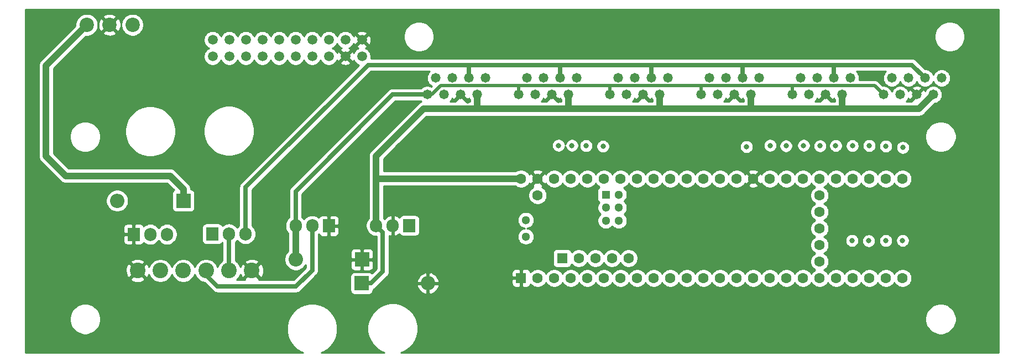
<source format=gbr>
%TF.GenerationSoftware,KiCad,Pcbnew,(5.1.10-1-10_14)*%
%TF.CreationDate,2021-11-09T17:04:18-05:00*%
%TF.ProjectId,TeensyBoardv2,5465656e-7379-4426-9f61-726476322e6b,v01*%
%TF.SameCoordinates,Original*%
%TF.FileFunction,Copper,L2,Inr*%
%TF.FilePolarity,Positive*%
%FSLAX46Y46*%
G04 Gerber Fmt 4.6, Leading zero omitted, Abs format (unit mm)*
G04 Created by KiCad (PCBNEW (5.1.10-1-10_14)) date 2021-11-09 17:04:18*
%MOMM*%
%LPD*%
G01*
G04 APERTURE LIST*
%TA.AperFunction,ComponentPad*%
%ADD10C,1.478000*%
%TD*%
%TA.AperFunction,ComponentPad*%
%ADD11C,2.200000*%
%TD*%
%TA.AperFunction,ComponentPad*%
%ADD12C,1.300000*%
%TD*%
%TA.AperFunction,ComponentPad*%
%ADD13C,1.600000*%
%TD*%
%TA.AperFunction,ComponentPad*%
%ADD14R,1.300000X1.300000*%
%TD*%
%TA.AperFunction,ComponentPad*%
%ADD15R,1.600000X1.600000*%
%TD*%
%TA.AperFunction,ComponentPad*%
%ADD16R,2.200000X2.200000*%
%TD*%
%TA.AperFunction,ComponentPad*%
%ADD17O,2.200000X2.200000*%
%TD*%
%TA.AperFunction,ComponentPad*%
%ADD18C,1.498600*%
%TD*%
%TA.AperFunction,ComponentPad*%
%ADD19C,2.400000*%
%TD*%
%TA.AperFunction,ComponentPad*%
%ADD20O,1.905000X2.000000*%
%TD*%
%TA.AperFunction,ComponentPad*%
%ADD21R,1.905000X2.000000*%
%TD*%
%TA.AperFunction,ViaPad*%
%ADD22C,0.800000*%
%TD*%
%TA.AperFunction,Conductor*%
%ADD23C,0.700000*%
%TD*%
%TA.AperFunction,Conductor*%
%ADD24C,1.000000*%
%TD*%
%TA.AperFunction,Conductor*%
%ADD25C,0.500000*%
%TD*%
%TA.AperFunction,Conductor*%
%ADD26C,0.254000*%
%TD*%
%TA.AperFunction,Conductor*%
%ADD27C,0.100000*%
%TD*%
G04 APERTURE END LIST*
D10*
%TO.N,Vbias*%
%TO.C,P1*%
X182751000Y-89000000D03*
%TO.N,Vout_6*%
X180211000Y-89000000D03*
%TO.N,C17*%
X177671000Y-89000000D03*
%TO.N,GND*%
X181481000Y-91540000D03*
%TO.N,V+*%
X184021000Y-91540000D03*
%TO.N,C16*%
X178941000Y-91540000D03*
%TO.N,V-*%
X176365000Y-91540000D03*
%TO.N,C15*%
X185291000Y-89000000D03*
%TO.N,C12*%
X199261000Y-89000000D03*
%TO.N,C14*%
X191641000Y-89000000D03*
%TO.N,Vbias*%
X196721000Y-89000000D03*
%TO.N,GND*%
X195451000Y-91540000D03*
%TO.N,V-*%
X190335000Y-91540000D03*
%TO.N,Vout_5*%
X194181000Y-89000000D03*
%TO.N,C13*%
X192911000Y-91540000D03*
%TO.N,V+*%
X197991000Y-91540000D03*
%TO.N,C9*%
X213231000Y-89000000D03*
%TO.N,C11*%
X205611000Y-89000000D03*
%TO.N,Vbias*%
X210691000Y-89000000D03*
%TO.N,GND*%
X209421000Y-91540000D03*
%TO.N,V-*%
X204305000Y-91540000D03*
%TO.N,Vout_4*%
X208151000Y-89000000D03*
%TO.N,C10*%
X206881000Y-91540000D03*
%TO.N,V+*%
X211961000Y-91540000D03*
%TO.N,C7*%
X220851000Y-91540000D03*
%TO.N,C8*%
X219581000Y-89000000D03*
%TO.N,V-*%
X218275000Y-91540000D03*
%TO.N,Vbias*%
X224661000Y-89000000D03*
%TO.N,Vout_3*%
X222121000Y-89000000D03*
%TO.N,C6*%
X227201000Y-89000000D03*
%TO.N,GND*%
X223391000Y-91540000D03*
%TO.N,V+*%
X225931000Y-91540000D03*
X239901000Y-91540000D03*
%TO.N,Vbias*%
X238631000Y-89000000D03*
%TO.N,Vout_2*%
X236091000Y-89000000D03*
%TO.N,C3*%
X241171000Y-89000000D03*
%TO.N,GND*%
X237361000Y-91540000D03*
%TO.N,C4*%
X234821000Y-91540000D03*
%TO.N,C5*%
X233551000Y-89000000D03*
%TO.N,V-*%
X232245000Y-91540000D03*
%TO.N,C0*%
X255141000Y-89000000D03*
%TO.N,GND*%
X251331000Y-91540000D03*
%TO.N,C1*%
X248791000Y-91540000D03*
%TO.N,C2*%
X247521000Y-89000000D03*
%TO.N,V-*%
X246215000Y-91540000D03*
%TO.N,V+*%
X253871000Y-91540000D03*
%TO.N,Vbias*%
X252601000Y-89000000D03*
%TO.N,Vout_1*%
X250061000Y-89000000D03*
%TD*%
D11*
%TO.N,12V*%
%TO.C,U7*%
X131230000Y-80850000D03*
%TO.N,GND*%
X127730000Y-80850000D03*
%TO.N,-12V*%
X124230000Y-80850000D03*
%TD*%
D12*
%TO.N,Net-(U1-Pad66)*%
%TO.C,U1*%
X191464000Y-110800000D03*
%TO.N,Net-(U1-Pad67)*%
X191464000Y-113340000D03*
D13*
%TO.N,Net-(U1-Pad54)*%
X236454000Y-106990000D03*
%TO.N,Net-(U1-Pad53)*%
X236454000Y-109530000D03*
%TO.N,Net-(U1-Pad52)*%
X236454000Y-112070000D03*
%TO.N,Net-(U1-Pad51)*%
X236454000Y-114610000D03*
%TO.N,Net-(U1-Pad50)*%
X236454000Y-117150000D03*
D12*
%TO.N,Net-(U1-Pad62)*%
X203704000Y-110888400D03*
%TO.N,Net-(U1-Pad63)*%
X205704000Y-110888400D03*
%TO.N,Net-(U1-Pad64)*%
X205704000Y-108888400D03*
%TO.N,Net-(U1-Pad61)*%
X203704000Y-108888400D03*
%TO.N,Net-(U1-Pad65)*%
X205704000Y-106888400D03*
D14*
%TO.N,Net-(U1-Pad60)*%
X203704000Y-106888400D03*
D13*
%TO.N,D3*%
X231374000Y-119690000D03*
%TO.N,D2*%
X233914000Y-119690000D03*
%TO.N,Net-(U1-Pad19)*%
X236454000Y-119690000D03*
%TO.N,Net-(U1-Pad20)*%
X238994000Y-119690000D03*
%TO.N,D4*%
X228834000Y-119690000D03*
%TO.N,Net-(U1-Pad15)*%
X226294000Y-119690000D03*
%TO.N,D5*%
X223754000Y-119690000D03*
%TO.N,Net-(R14-Pad1)*%
X241534000Y-119690000D03*
%TO.N,Net-(R15-Pad1)*%
X244074000Y-119690000D03*
%TO.N,Net-(R16-Pad1)*%
X246614000Y-119690000D03*
%TO.N,Net-(R11-Pad1)*%
X249154000Y-119690000D03*
%TO.N,Net-(R28-Pad1)*%
X249154000Y-104450000D03*
%TO.N,Net-(R12-Pad1)*%
X246614000Y-104450000D03*
%TO.N,Net-(R13-Pad1)*%
X244074000Y-104450000D03*
%TO.N,Net-(R27-Pad1)*%
X241534000Y-104450000D03*
%TO.N,Net-(R26-Pad1)*%
X238994000Y-104450000D03*
%TO.N,Net-(R25-Pad1)*%
X236454000Y-104450000D03*
%TO.N,Net-(R24-Pad1)*%
X233914000Y-104450000D03*
%TO.N,Net-(R23-Pad1)*%
X231374000Y-104450000D03*
%TO.N,Net-(R22-Pad1)*%
X228834000Y-104450000D03*
%TO.N,GND*%
X226294000Y-104450000D03*
%TO.N,D6*%
X221214000Y-119690000D03*
%TO.N,D7*%
X218674000Y-119690000D03*
%TO.N,D8*%
X216134000Y-119690000D03*
%TO.N,D9*%
X213594000Y-119690000D03*
%TO.N,D10*%
X211054000Y-119690000D03*
%TO.N,D11*%
X208514000Y-119690000D03*
%TO.N,D12*%
X205974000Y-119690000D03*
%TO.N,D13*%
X203434000Y-119690000D03*
%TO.N,D14*%
X200894000Y-119690000D03*
%TO.N,D15*%
X198354000Y-119690000D03*
%TO.N,D16*%
X195814000Y-119690000D03*
%TO.N,D17*%
X193274000Y-119690000D03*
D15*
%TO.N,GND*%
X190734000Y-119690000D03*
D13*
%TO.N,Net-(R21-Pad1)*%
X223754000Y-104450000D03*
%TO.N,Vout_1*%
X221214000Y-104450000D03*
%TO.N,Vout_2*%
X218674000Y-104450000D03*
%TO.N,Vout_3*%
X216134000Y-104450000D03*
%TO.N,Vout_4*%
X213594000Y-104450000D03*
%TO.N,Vout_5*%
X211054000Y-104450000D03*
%TO.N,Vout_6*%
X208514000Y-104450000D03*
%TO.N,Net-(R20-Pad1)*%
X205974000Y-104450000D03*
%TO.N,Net-(R19-Pad1)*%
X203434000Y-104450000D03*
%TO.N,Net-(R18-Pad1)*%
X200894000Y-104450000D03*
%TO.N,Net-(R17-Pad1)*%
X198354000Y-104450000D03*
%TO.N,Net-(R5-Pad1)*%
X195814000Y-104450000D03*
%TO.N,GND*%
X193274000Y-104450000D03*
%TO.N,V+*%
X190734000Y-104450000D03*
D15*
%TO.N,Net-(U1-Pad55)*%
X197033200Y-116639200D03*
D13*
%TO.N,Net-(U1-Pad56)*%
X199573200Y-116639200D03*
%TO.N,Net-(U1-Pad57)*%
X202113200Y-116639200D03*
%TO.N,Net-(U1-Pad58)*%
X204653200Y-116639200D03*
%TO.N,Net-(U1-Pad59)*%
X207193200Y-116639200D03*
%TO.N,Net-(U1-Pad49)*%
X193274000Y-106990000D03*
%TD*%
D16*
%TO.N,V+*%
%TO.C,D2*%
X166320000Y-120494000D03*
D17*
%TO.N,GND*%
X176480000Y-120494000D03*
%TD*%
%TO.N,V-*%
%TO.C,D1*%
X156210000Y-116840000D03*
D16*
%TO.N,GND*%
X166370000Y-116840000D03*
%TD*%
%TO.N,-12V*%
%TO.C,D3*%
X139042000Y-107820000D03*
D17*
%TO.N,Vin-*%
X128882000Y-107820000D03*
%TD*%
D18*
%TO.N,D1*%
%TO.C,J1*%
X143510000Y-83140000D03*
%TO.N,D2*%
X143510000Y-85680000D03*
%TO.N,D3*%
X146050000Y-83140000D03*
%TO.N,D4*%
X146050000Y-85680000D03*
%TO.N,D5*%
X148590000Y-83140000D03*
%TO.N,D6*%
X148590000Y-85680000D03*
%TO.N,D7*%
X151130000Y-83140000D03*
%TO.N,D8*%
X151130000Y-85680000D03*
%TO.N,D9*%
X153670000Y-83140000D03*
%TO.N,D10*%
X153670000Y-85680000D03*
%TO.N,D11*%
X156210000Y-83140000D03*
%TO.N,D12*%
X156210000Y-85680000D03*
%TO.N,D13*%
X158750000Y-83140000D03*
%TO.N,D14*%
X158750000Y-85680000D03*
%TO.N,D15*%
X161290000Y-83140000D03*
%TO.N,D16*%
X161290000Y-85680000D03*
%TO.N,D17*%
X163830000Y-83140000D03*
%TO.N,GND*%
X163830000Y-85680000D03*
X166370000Y-83140000D03*
%TO.N,NC*%
X166370000Y-85680000D03*
%TD*%
D19*
%TO.N,GND*%
%TO.C,U5*%
X132010000Y-118550000D03*
%TO.N,12V*%
X135510000Y-118550000D03*
%TO.N,Vin+*%
X139010000Y-118550000D03*
%TO.N,Vin-*%
X142510000Y-118550000D03*
%TO.N,Vinbias*%
X146010000Y-118550000D03*
%TO.N,GND*%
X149510000Y-118550000D03*
%TD*%
D20*
%TO.N,V+*%
%TO.C,U2*%
X168536920Y-111634340D03*
%TO.N,GND*%
X171076920Y-111634340D03*
D21*
%TO.N,Vin+*%
X173616920Y-111634340D03*
%TD*%
D20*
%TO.N,V-*%
%TO.C,U3*%
X156204920Y-111686340D03*
%TO.N,Vin-*%
X158744920Y-111686340D03*
D21*
%TO.N,GND*%
X161284920Y-111686340D03*
%TD*%
%TO.N,GND*%
%TO.C,U4*%
X131427080Y-112973660D03*
D20*
%TO.N,Vin-*%
X133967080Y-112973660D03*
%TO.N,-12V*%
X136507080Y-112973660D03*
%TD*%
D21*
%TO.N,Net-(R2-Pad2)*%
%TO.C,U6*%
X143463080Y-112909660D03*
D20*
%TO.N,Vinbias*%
X146003080Y-112909660D03*
%TO.N,Vbias*%
X148543080Y-112909660D03*
%TD*%
D22*
%TO.N,GND*%
X168402000Y-96774000D03*
X165862000Y-92456000D03*
X174244000Y-88900000D03*
X140208000Y-88646000D03*
X140552000Y-101204000D03*
X172974000Y-99060000D03*
X187452000Y-118110000D03*
X187452000Y-115316000D03*
X187452000Y-112522000D03*
X187452000Y-109728000D03*
X177038000Y-111506000D03*
X177038000Y-114046000D03*
X177038000Y-116586000D03*
X177038000Y-123190000D03*
X177292000Y-129794000D03*
X212140000Y-102790000D03*
X206980000Y-97720000D03*
X217400000Y-102990000D03*
X226980000Y-102380000D03*
X214450000Y-96410000D03*
X203190000Y-98070000D03*
X196490000Y-92410000D03*
X182560000Y-92560000D03*
X127740000Y-82990000D03*
X146820000Y-124280000D03*
X119000000Y-116000000D03*
X131000000Y-124000000D03*
X120000000Y-89000000D03*
%TO.N,C0*%
X249160000Y-113930000D03*
%TO.N,C1*%
X246590000Y-99460000D03*
%TO.N,C2*%
X244060000Y-99370000D03*
%TO.N,C17*%
X196470000Y-99340000D03*
%TO.N,C16*%
X198530000Y-99350000D03*
%TO.N,C15*%
X200680000Y-99400000D03*
%TO.N,C12*%
X228870000Y-99350000D03*
%TO.N,C14*%
X203290000Y-99470000D03*
%TO.N,C13*%
X225270000Y-99540000D03*
%TO.N,C9*%
X236520000Y-99410000D03*
%TO.N,C11*%
X231310000Y-99410000D03*
%TO.N,C10*%
X234000000Y-99350000D03*
%TO.N,C7*%
X241480000Y-99390000D03*
%TO.N,C8*%
X238920000Y-99380000D03*
%TO.N,C6*%
X241400000Y-113940000D03*
%TO.N,C3*%
X243980000Y-113970000D03*
%TO.N,C4*%
X246600000Y-113960000D03*
%TO.N,C5*%
X249200000Y-99660000D03*
%TD*%
D23*
%TO.N,V+*%
X166320000Y-120494000D02*
X167778000Y-120494000D01*
X167778000Y-120494000D02*
X169562000Y-118710000D01*
X169562000Y-112659420D02*
X168536920Y-111634340D01*
X169562000Y-118710000D02*
X169562000Y-112659420D01*
D24*
X168536920Y-100957080D02*
X175768000Y-93726000D01*
X251685000Y-93726000D02*
X253871000Y-91540000D01*
X239901000Y-93597000D02*
X240030000Y-93726000D01*
X239901000Y-91540000D02*
X239901000Y-93597000D01*
X240030000Y-93726000D02*
X251685000Y-93726000D01*
X225931000Y-91540000D02*
X225931000Y-93597000D01*
X226060000Y-93726000D02*
X240030000Y-93726000D01*
X225931000Y-93597000D02*
X226060000Y-93726000D01*
X211961000Y-91540000D02*
X211961000Y-93597000D01*
X211961000Y-93597000D02*
X212090000Y-93726000D01*
X212090000Y-93726000D02*
X226060000Y-93726000D01*
X197991000Y-93597000D02*
X198120000Y-93726000D01*
X197991000Y-91540000D02*
X197991000Y-93597000D01*
X198120000Y-93726000D02*
X212090000Y-93726000D01*
X184021000Y-93601000D02*
X183896000Y-93726000D01*
X184021000Y-91540000D02*
X184021000Y-93601000D01*
X183896000Y-93726000D02*
X198120000Y-93726000D01*
X175768000Y-93726000D02*
X183896000Y-93726000D01*
X168869840Y-104450000D02*
X168536920Y-104782920D01*
X190734000Y-104450000D02*
X168869840Y-104450000D01*
X168536920Y-104782920D02*
X168536920Y-100957080D01*
X168536920Y-111634340D02*
X168536920Y-104782920D01*
D25*
%TO.N,V-*%
X176365000Y-91540000D02*
X177065000Y-91540000D01*
X244864001Y-90189001D02*
X246215000Y-91540000D01*
X177065000Y-91540000D02*
X178415999Y-90189001D01*
X232245000Y-90335000D02*
X232390999Y-90189001D01*
X232245000Y-91540000D02*
X232245000Y-90335000D01*
X232390999Y-90189001D02*
X244864001Y-90189001D01*
X218275000Y-91540000D02*
X218275000Y-90335000D01*
X218275000Y-90335000D02*
X218420999Y-90189001D01*
X218420999Y-90189001D02*
X232390999Y-90189001D01*
X204305000Y-90335000D02*
X204450999Y-90189001D01*
X204305000Y-91540000D02*
X204305000Y-90335000D01*
X204450999Y-90189001D02*
X218420999Y-90189001D01*
X190335000Y-90335000D02*
X190480999Y-90189001D01*
X190335000Y-91540000D02*
X190335000Y-90335000D01*
X178415999Y-90189001D02*
X190480999Y-90189001D01*
X190480999Y-90189001D02*
X204450999Y-90189001D01*
D23*
X156210000Y-111691420D02*
X156204920Y-111686340D01*
X156204920Y-111686340D02*
X156204920Y-106395080D01*
X171060000Y-91540000D02*
X176365000Y-91540000D01*
X156204920Y-106395080D02*
X171060000Y-91540000D01*
D24*
X156204920Y-116834920D02*
X156210000Y-116840000D01*
X156204920Y-111686340D02*
X156204920Y-116834920D01*
D23*
%TO.N,Vbias*%
X148543080Y-112909660D02*
X148543080Y-105756920D01*
X148543080Y-105756920D02*
X167320000Y-86980000D01*
X250581000Y-86980000D02*
X252601000Y-89000000D01*
X238631000Y-89000000D02*
X238631000Y-86981000D01*
X238631000Y-86981000D02*
X238630000Y-86980000D01*
X238630000Y-86980000D02*
X250581000Y-86980000D01*
X224661000Y-87149000D02*
X224830000Y-86980000D01*
X224661000Y-89000000D02*
X224661000Y-87149000D01*
X224830000Y-86980000D02*
X238630000Y-86980000D01*
X210691000Y-89000000D02*
X210691000Y-87261000D01*
X210410000Y-86980000D02*
X224830000Y-86980000D01*
X210691000Y-87261000D02*
X210410000Y-86980000D01*
X196721000Y-89000000D02*
X196721000Y-87039000D01*
X196721000Y-87039000D02*
X196780000Y-86980000D01*
X196780000Y-86980000D02*
X210410000Y-86980000D01*
X182751000Y-87099000D02*
X182870000Y-86980000D01*
X182751000Y-89000000D02*
X182751000Y-87099000D01*
X182870000Y-86980000D02*
X196780000Y-86980000D01*
X167320000Y-86980000D02*
X182870000Y-86980000D01*
%TO.N,Vin-*%
X142510000Y-118550000D02*
X142510000Y-119240000D01*
X142510000Y-119240000D02*
X144240000Y-120970000D01*
X144240000Y-120970000D02*
X156280000Y-120970000D01*
X158744920Y-118505080D02*
X158744920Y-111686340D01*
X156280000Y-120970000D02*
X158744920Y-118505080D01*
D25*
%TO.N,Vinbias*%
X146383080Y-118176920D02*
X146010000Y-118550000D01*
X146250000Y-113156580D02*
X146003080Y-112909660D01*
D23*
X146003080Y-118543080D02*
X146010000Y-118550000D01*
X146003080Y-112909660D02*
X146003080Y-118543080D01*
D24*
%TO.N,-12V*%
X139042000Y-107820000D02*
X139042000Y-106042000D01*
X139042000Y-106042000D02*
X137000000Y-104000000D01*
X137000000Y-104000000D02*
X121000000Y-104000000D01*
X121000000Y-104000000D02*
X118000000Y-101000000D01*
X118000000Y-87080000D02*
X124230000Y-80850000D01*
X118000000Y-101000000D02*
X118000000Y-87080000D01*
%TD*%
D26*
%TO.N,GND*%
X263890001Y-131120000D02*
X172330945Y-131120000D01*
X172917158Y-130877182D01*
X173553463Y-130452017D01*
X174094597Y-129910883D01*
X174519762Y-129274578D01*
X174812622Y-128567553D01*
X174961920Y-127816979D01*
X174961920Y-127051701D01*
X174812622Y-126301127D01*
X174590592Y-125765098D01*
X252615000Y-125765098D01*
X252615000Y-126234902D01*
X252706654Y-126695679D01*
X252886440Y-127129721D01*
X253147450Y-127520349D01*
X253479651Y-127852550D01*
X253870279Y-128113560D01*
X254304321Y-128293346D01*
X254765098Y-128385000D01*
X255234902Y-128385000D01*
X255695679Y-128293346D01*
X256129721Y-128113560D01*
X256520349Y-127852550D01*
X256852550Y-127520349D01*
X257113560Y-127129721D01*
X257293346Y-126695679D01*
X257385000Y-126234902D01*
X257385000Y-125765098D01*
X257293346Y-125304321D01*
X257113560Y-124870279D01*
X256852550Y-124479651D01*
X256520349Y-124147450D01*
X256129721Y-123886440D01*
X255695679Y-123706654D01*
X255234902Y-123615000D01*
X254765098Y-123615000D01*
X254304321Y-123706654D01*
X253870279Y-123886440D01*
X253479651Y-124147450D01*
X253147450Y-124479651D01*
X252886440Y-124870279D01*
X252706654Y-125304321D01*
X252615000Y-125765098D01*
X174590592Y-125765098D01*
X174519762Y-125594102D01*
X174094597Y-124957797D01*
X173553463Y-124416663D01*
X172917158Y-123991498D01*
X172210133Y-123698638D01*
X171459559Y-123549340D01*
X170694281Y-123549340D01*
X169943707Y-123698638D01*
X169236682Y-123991498D01*
X168600377Y-124416663D01*
X168059243Y-124957797D01*
X167634078Y-125594102D01*
X167341218Y-126301127D01*
X167191920Y-127051701D01*
X167191920Y-127816979D01*
X167341218Y-128567553D01*
X167634078Y-129274578D01*
X168059243Y-129910883D01*
X168600377Y-130452017D01*
X169236682Y-130877182D01*
X169822895Y-131120000D01*
X160124484Y-131120000D01*
X160585158Y-130929182D01*
X161221463Y-130504017D01*
X161762597Y-129962883D01*
X162187762Y-129326578D01*
X162480622Y-128619553D01*
X162629920Y-127868979D01*
X162629920Y-127103701D01*
X162480622Y-126353127D01*
X162187762Y-125646102D01*
X161762597Y-125009797D01*
X161221463Y-124468663D01*
X160585158Y-124043498D01*
X159878133Y-123750638D01*
X159127559Y-123601340D01*
X158362281Y-123601340D01*
X157611707Y-123750638D01*
X156904682Y-124043498D01*
X156268377Y-124468663D01*
X155727243Y-125009797D01*
X155302078Y-125646102D01*
X155009218Y-126353127D01*
X154859920Y-127103701D01*
X154859920Y-127868979D01*
X155009218Y-128619553D01*
X155302078Y-129326578D01*
X155727243Y-129962883D01*
X156268377Y-130504017D01*
X156904682Y-130929182D01*
X157365356Y-131120000D01*
X114810000Y-131120000D01*
X114810000Y-125765098D01*
X121615000Y-125765098D01*
X121615000Y-126234902D01*
X121706654Y-126695679D01*
X121886440Y-127129721D01*
X122147450Y-127520349D01*
X122479651Y-127852550D01*
X122870279Y-128113560D01*
X123304321Y-128293346D01*
X123765098Y-128385000D01*
X124234902Y-128385000D01*
X124695679Y-128293346D01*
X125129721Y-128113560D01*
X125520349Y-127852550D01*
X125852550Y-127520349D01*
X126113560Y-127129721D01*
X126293346Y-126695679D01*
X126385000Y-126234902D01*
X126385000Y-125765098D01*
X126293346Y-125304321D01*
X126113560Y-124870279D01*
X125852550Y-124479651D01*
X125520349Y-124147450D01*
X125129721Y-123886440D01*
X124695679Y-123706654D01*
X124234902Y-123615000D01*
X123765098Y-123615000D01*
X123304321Y-123706654D01*
X122870279Y-123886440D01*
X122479651Y-124147450D01*
X122147450Y-124479651D01*
X121886440Y-124870279D01*
X121706654Y-125304321D01*
X121615000Y-125765098D01*
X114810000Y-125765098D01*
X114810000Y-119827980D01*
X130911626Y-119827980D01*
X131031514Y-120112836D01*
X131355210Y-120273699D01*
X131704069Y-120368322D01*
X132064684Y-120393067D01*
X132423198Y-120346985D01*
X132765833Y-120231846D01*
X132988486Y-120112836D01*
X133108374Y-119827980D01*
X132010000Y-118729605D01*
X130911626Y-119827980D01*
X114810000Y-119827980D01*
X114810000Y-118604684D01*
X130166933Y-118604684D01*
X130213015Y-118963198D01*
X130328154Y-119305833D01*
X130447164Y-119528486D01*
X130732020Y-119648374D01*
X131830395Y-118550000D01*
X132189605Y-118550000D01*
X133287980Y-119648374D01*
X133572836Y-119528486D01*
X133733699Y-119204790D01*
X133757969Y-119115310D01*
X133883844Y-119419199D01*
X134084662Y-119719744D01*
X134340256Y-119975338D01*
X134640801Y-120176156D01*
X134974750Y-120314482D01*
X135329268Y-120385000D01*
X135690732Y-120385000D01*
X136045250Y-120314482D01*
X136379199Y-120176156D01*
X136679744Y-119975338D01*
X136935338Y-119719744D01*
X137136156Y-119419199D01*
X137260000Y-119120213D01*
X137383844Y-119419199D01*
X137584662Y-119719744D01*
X137840256Y-119975338D01*
X138140801Y-120176156D01*
X138474750Y-120314482D01*
X138829268Y-120385000D01*
X139190732Y-120385000D01*
X139545250Y-120314482D01*
X139879199Y-120176156D01*
X140179744Y-119975338D01*
X140435338Y-119719744D01*
X140636156Y-119419199D01*
X140760000Y-119120213D01*
X140883844Y-119419199D01*
X141084662Y-119719744D01*
X141340256Y-119975338D01*
X141640801Y-120176156D01*
X141974750Y-120314482D01*
X142245297Y-120368297D01*
X143509284Y-121632284D01*
X143540130Y-121669870D01*
X143690116Y-121792960D01*
X143861233Y-121884424D01*
X144046906Y-121940747D01*
X144191620Y-121955000D01*
X144191621Y-121955000D01*
X144239999Y-121959765D01*
X144288377Y-121955000D01*
X156231620Y-121955000D01*
X156280000Y-121959765D01*
X156328380Y-121955000D01*
X156473094Y-121940747D01*
X156658767Y-121884424D01*
X156829884Y-121792960D01*
X156979870Y-121669870D01*
X157010716Y-121632284D01*
X159407204Y-119235796D01*
X159444790Y-119204950D01*
X159567880Y-119054964D01*
X159659344Y-118883847D01*
X159715667Y-118698174D01*
X159727799Y-118575000D01*
X159734685Y-118505081D01*
X159729920Y-118456701D01*
X159729920Y-117940000D01*
X164631928Y-117940000D01*
X164644188Y-118064482D01*
X164680498Y-118184180D01*
X164739463Y-118294494D01*
X164818815Y-118391185D01*
X164915506Y-118470537D01*
X165025820Y-118529502D01*
X165145518Y-118565812D01*
X165270000Y-118578072D01*
X166084250Y-118575000D01*
X166243000Y-118416250D01*
X166243000Y-116967000D01*
X166497000Y-116967000D01*
X166497000Y-118416250D01*
X166655750Y-118575000D01*
X167470000Y-118578072D01*
X167594482Y-118565812D01*
X167714180Y-118529502D01*
X167824494Y-118470537D01*
X167921185Y-118391185D01*
X168000537Y-118294494D01*
X168059502Y-118184180D01*
X168095812Y-118064482D01*
X168108072Y-117940000D01*
X168105000Y-117125750D01*
X167946250Y-116967000D01*
X166497000Y-116967000D01*
X166243000Y-116967000D01*
X164793750Y-116967000D01*
X164635000Y-117125750D01*
X164631928Y-117940000D01*
X159729920Y-117940000D01*
X159729920Y-115740000D01*
X164631928Y-115740000D01*
X164635000Y-116554250D01*
X164793750Y-116713000D01*
X166243000Y-116713000D01*
X166243000Y-115263750D01*
X166497000Y-115263750D01*
X166497000Y-116713000D01*
X167946250Y-116713000D01*
X168105000Y-116554250D01*
X168108072Y-115740000D01*
X168095812Y-115615518D01*
X168059502Y-115495820D01*
X168000537Y-115385506D01*
X167921185Y-115288815D01*
X167824494Y-115209463D01*
X167714180Y-115150498D01*
X167594482Y-115114188D01*
X167470000Y-115101928D01*
X166655750Y-115105000D01*
X166497000Y-115263750D01*
X166243000Y-115263750D01*
X166084250Y-115105000D01*
X165270000Y-115101928D01*
X165145518Y-115114188D01*
X165025820Y-115150498D01*
X164915506Y-115209463D01*
X164818815Y-115288815D01*
X164739463Y-115385506D01*
X164680498Y-115495820D01*
X164644188Y-115615518D01*
X164631928Y-115740000D01*
X159729920Y-115740000D01*
X159729920Y-112979130D01*
X159757015Y-112956893D01*
X159801883Y-113040834D01*
X159881235Y-113137525D01*
X159977926Y-113216877D01*
X160088240Y-113275842D01*
X160207938Y-113312152D01*
X160332420Y-113324412D01*
X160999170Y-113321340D01*
X161157920Y-113162590D01*
X161157920Y-111813340D01*
X161411920Y-111813340D01*
X161411920Y-113162590D01*
X161570670Y-113321340D01*
X162237420Y-113324412D01*
X162361902Y-113312152D01*
X162481600Y-113275842D01*
X162591914Y-113216877D01*
X162688605Y-113137525D01*
X162767957Y-113040834D01*
X162826922Y-112930520D01*
X162863232Y-112810822D01*
X162875492Y-112686340D01*
X162872420Y-111972090D01*
X162713670Y-111813340D01*
X161411920Y-111813340D01*
X161157920Y-111813340D01*
X161137920Y-111813340D01*
X161137920Y-111559340D01*
X161157920Y-111559340D01*
X161157920Y-110210090D01*
X161411920Y-110210090D01*
X161411920Y-111559340D01*
X162713670Y-111559340D01*
X162872420Y-111400590D01*
X162875492Y-110686340D01*
X162863232Y-110561858D01*
X162826922Y-110442160D01*
X162767957Y-110331846D01*
X162688605Y-110235155D01*
X162591914Y-110155803D01*
X162481600Y-110096838D01*
X162361902Y-110060528D01*
X162237420Y-110048268D01*
X161570670Y-110051340D01*
X161411920Y-110210090D01*
X161157920Y-110210090D01*
X160999170Y-110051340D01*
X160332420Y-110048268D01*
X160207938Y-110060528D01*
X160088240Y-110096838D01*
X159977926Y-110155803D01*
X159881235Y-110235155D01*
X159801883Y-110331846D01*
X159757015Y-110415786D01*
X159631155Y-110312495D01*
X159355369Y-110165085D01*
X159056124Y-110074310D01*
X158744920Y-110043659D01*
X158433717Y-110074310D01*
X158134472Y-110165085D01*
X157858686Y-110312495D01*
X157616957Y-110510877D01*
X157474920Y-110683949D01*
X157332883Y-110510877D01*
X157189920Y-110393550D01*
X157189920Y-106803080D01*
X171468001Y-92525000D01*
X175406871Y-92525000D01*
X175489126Y-92607255D01*
X175506901Y-92619132D01*
X175331553Y-92672324D01*
X175134377Y-92777716D01*
X174961551Y-92919551D01*
X174926011Y-92962857D01*
X167773780Y-100115089D01*
X167730472Y-100150631D01*
X167588637Y-100323457D01*
X167555742Y-100385000D01*
X167483244Y-100520634D01*
X167418343Y-100734582D01*
X167396429Y-100957080D01*
X167401921Y-101012841D01*
X167401920Y-104727168D01*
X167396429Y-104782920D01*
X167401920Y-104838671D01*
X167401921Y-104838681D01*
X167401920Y-110467451D01*
X167210575Y-110700605D01*
X167063165Y-110976391D01*
X166972390Y-111275636D01*
X166949420Y-111508854D01*
X166949420Y-111759825D01*
X166972390Y-111993043D01*
X167063165Y-112292288D01*
X167210575Y-112568074D01*
X167408957Y-112809803D01*
X167650685Y-113008185D01*
X167926471Y-113155595D01*
X168225716Y-113246370D01*
X168536920Y-113277021D01*
X168577001Y-113273073D01*
X168577000Y-118301999D01*
X167900484Y-118978516D01*
X167871185Y-118942815D01*
X167774494Y-118863463D01*
X167664180Y-118804498D01*
X167544482Y-118768188D01*
X167420000Y-118755928D01*
X165220000Y-118755928D01*
X165095518Y-118768188D01*
X164975820Y-118804498D01*
X164865506Y-118863463D01*
X164768815Y-118942815D01*
X164689463Y-119039506D01*
X164630498Y-119149820D01*
X164594188Y-119269518D01*
X164581928Y-119394000D01*
X164581928Y-121594000D01*
X164594188Y-121718482D01*
X164630498Y-121838180D01*
X164689463Y-121948494D01*
X164768815Y-122045185D01*
X164865506Y-122124537D01*
X164975820Y-122183502D01*
X165095518Y-122219812D01*
X165220000Y-122232072D01*
X167420000Y-122232072D01*
X167544482Y-122219812D01*
X167664180Y-122183502D01*
X167774494Y-122124537D01*
X167871185Y-122045185D01*
X167950537Y-121948494D01*
X168009502Y-121838180D01*
X168045812Y-121718482D01*
X168058072Y-121594000D01*
X168058072Y-121438363D01*
X168156767Y-121408424D01*
X168327884Y-121316960D01*
X168477870Y-121193870D01*
X168508716Y-121156284D01*
X168774878Y-120890122D01*
X174790825Y-120890122D01*
X174855425Y-121103094D01*
X175005469Y-121408329D01*
X175212178Y-121678427D01*
X175467609Y-121903008D01*
X175761946Y-122073442D01*
X176083877Y-122183179D01*
X176353000Y-122065600D01*
X176353000Y-120621000D01*
X176607000Y-120621000D01*
X176607000Y-122065600D01*
X176876123Y-122183179D01*
X177198054Y-122073442D01*
X177492391Y-121903008D01*
X177747822Y-121678427D01*
X177954531Y-121408329D01*
X178104575Y-121103094D01*
X178169175Y-120890122D01*
X178051125Y-120621000D01*
X176607000Y-120621000D01*
X176353000Y-120621000D01*
X174908875Y-120621000D01*
X174790825Y-120890122D01*
X168774878Y-120890122D01*
X169175000Y-120490000D01*
X189295928Y-120490000D01*
X189308188Y-120614482D01*
X189344498Y-120734180D01*
X189403463Y-120844494D01*
X189482815Y-120941185D01*
X189579506Y-121020537D01*
X189689820Y-121079502D01*
X189809518Y-121115812D01*
X189934000Y-121128072D01*
X190448250Y-121125000D01*
X190607000Y-120966250D01*
X190607000Y-119817000D01*
X189457750Y-119817000D01*
X189299000Y-119975750D01*
X189295928Y-120490000D01*
X169175000Y-120490000D01*
X169567122Y-120097878D01*
X174790825Y-120097878D01*
X174908875Y-120367000D01*
X176353000Y-120367000D01*
X176353000Y-118922400D01*
X176607000Y-118922400D01*
X176607000Y-120367000D01*
X178051125Y-120367000D01*
X178169175Y-120097878D01*
X178104575Y-119884906D01*
X177954531Y-119579671D01*
X177747822Y-119309573D01*
X177492391Y-119084992D01*
X177198054Y-118914558D01*
X177126010Y-118890000D01*
X189295928Y-118890000D01*
X189299000Y-119404250D01*
X189457750Y-119563000D01*
X190607000Y-119563000D01*
X190607000Y-118413750D01*
X190861000Y-118413750D01*
X190861000Y-119563000D01*
X190881000Y-119563000D01*
X190881000Y-119817000D01*
X190861000Y-119817000D01*
X190861000Y-120966250D01*
X191019750Y-121125000D01*
X191534000Y-121128072D01*
X191658482Y-121115812D01*
X191778180Y-121079502D01*
X191888494Y-121020537D01*
X191985185Y-120941185D01*
X192064537Y-120844494D01*
X192123502Y-120734180D01*
X192159812Y-120614482D01*
X192160643Y-120606039D01*
X192359241Y-120804637D01*
X192594273Y-120961680D01*
X192855426Y-121069853D01*
X193132665Y-121125000D01*
X193415335Y-121125000D01*
X193692574Y-121069853D01*
X193953727Y-120961680D01*
X194188759Y-120804637D01*
X194388637Y-120604759D01*
X194544000Y-120372241D01*
X194699363Y-120604759D01*
X194899241Y-120804637D01*
X195134273Y-120961680D01*
X195395426Y-121069853D01*
X195672665Y-121125000D01*
X195955335Y-121125000D01*
X196232574Y-121069853D01*
X196493727Y-120961680D01*
X196728759Y-120804637D01*
X196928637Y-120604759D01*
X197084000Y-120372241D01*
X197239363Y-120604759D01*
X197439241Y-120804637D01*
X197674273Y-120961680D01*
X197935426Y-121069853D01*
X198212665Y-121125000D01*
X198495335Y-121125000D01*
X198772574Y-121069853D01*
X199033727Y-120961680D01*
X199268759Y-120804637D01*
X199468637Y-120604759D01*
X199624000Y-120372241D01*
X199779363Y-120604759D01*
X199979241Y-120804637D01*
X200214273Y-120961680D01*
X200475426Y-121069853D01*
X200752665Y-121125000D01*
X201035335Y-121125000D01*
X201312574Y-121069853D01*
X201573727Y-120961680D01*
X201808759Y-120804637D01*
X202008637Y-120604759D01*
X202164000Y-120372241D01*
X202319363Y-120604759D01*
X202519241Y-120804637D01*
X202754273Y-120961680D01*
X203015426Y-121069853D01*
X203292665Y-121125000D01*
X203575335Y-121125000D01*
X203852574Y-121069853D01*
X204113727Y-120961680D01*
X204348759Y-120804637D01*
X204548637Y-120604759D01*
X204704000Y-120372241D01*
X204859363Y-120604759D01*
X205059241Y-120804637D01*
X205294273Y-120961680D01*
X205555426Y-121069853D01*
X205832665Y-121125000D01*
X206115335Y-121125000D01*
X206392574Y-121069853D01*
X206653727Y-120961680D01*
X206888759Y-120804637D01*
X207088637Y-120604759D01*
X207244000Y-120372241D01*
X207399363Y-120604759D01*
X207599241Y-120804637D01*
X207834273Y-120961680D01*
X208095426Y-121069853D01*
X208372665Y-121125000D01*
X208655335Y-121125000D01*
X208932574Y-121069853D01*
X209193727Y-120961680D01*
X209428759Y-120804637D01*
X209628637Y-120604759D01*
X209784000Y-120372241D01*
X209939363Y-120604759D01*
X210139241Y-120804637D01*
X210374273Y-120961680D01*
X210635426Y-121069853D01*
X210912665Y-121125000D01*
X211195335Y-121125000D01*
X211472574Y-121069853D01*
X211733727Y-120961680D01*
X211968759Y-120804637D01*
X212168637Y-120604759D01*
X212324000Y-120372241D01*
X212479363Y-120604759D01*
X212679241Y-120804637D01*
X212914273Y-120961680D01*
X213175426Y-121069853D01*
X213452665Y-121125000D01*
X213735335Y-121125000D01*
X214012574Y-121069853D01*
X214273727Y-120961680D01*
X214508759Y-120804637D01*
X214708637Y-120604759D01*
X214864000Y-120372241D01*
X215019363Y-120604759D01*
X215219241Y-120804637D01*
X215454273Y-120961680D01*
X215715426Y-121069853D01*
X215992665Y-121125000D01*
X216275335Y-121125000D01*
X216552574Y-121069853D01*
X216813727Y-120961680D01*
X217048759Y-120804637D01*
X217248637Y-120604759D01*
X217404000Y-120372241D01*
X217559363Y-120604759D01*
X217759241Y-120804637D01*
X217994273Y-120961680D01*
X218255426Y-121069853D01*
X218532665Y-121125000D01*
X218815335Y-121125000D01*
X219092574Y-121069853D01*
X219353727Y-120961680D01*
X219588759Y-120804637D01*
X219788637Y-120604759D01*
X219944000Y-120372241D01*
X220099363Y-120604759D01*
X220299241Y-120804637D01*
X220534273Y-120961680D01*
X220795426Y-121069853D01*
X221072665Y-121125000D01*
X221355335Y-121125000D01*
X221632574Y-121069853D01*
X221893727Y-120961680D01*
X222128759Y-120804637D01*
X222328637Y-120604759D01*
X222484000Y-120372241D01*
X222639363Y-120604759D01*
X222839241Y-120804637D01*
X223074273Y-120961680D01*
X223335426Y-121069853D01*
X223612665Y-121125000D01*
X223895335Y-121125000D01*
X224172574Y-121069853D01*
X224433727Y-120961680D01*
X224668759Y-120804637D01*
X224868637Y-120604759D01*
X225024000Y-120372241D01*
X225179363Y-120604759D01*
X225379241Y-120804637D01*
X225614273Y-120961680D01*
X225875426Y-121069853D01*
X226152665Y-121125000D01*
X226435335Y-121125000D01*
X226712574Y-121069853D01*
X226973727Y-120961680D01*
X227208759Y-120804637D01*
X227408637Y-120604759D01*
X227564000Y-120372241D01*
X227719363Y-120604759D01*
X227919241Y-120804637D01*
X228154273Y-120961680D01*
X228415426Y-121069853D01*
X228692665Y-121125000D01*
X228975335Y-121125000D01*
X229252574Y-121069853D01*
X229513727Y-120961680D01*
X229748759Y-120804637D01*
X229948637Y-120604759D01*
X230104000Y-120372241D01*
X230259363Y-120604759D01*
X230459241Y-120804637D01*
X230694273Y-120961680D01*
X230955426Y-121069853D01*
X231232665Y-121125000D01*
X231515335Y-121125000D01*
X231792574Y-121069853D01*
X232053727Y-120961680D01*
X232288759Y-120804637D01*
X232488637Y-120604759D01*
X232644000Y-120372241D01*
X232799363Y-120604759D01*
X232999241Y-120804637D01*
X233234273Y-120961680D01*
X233495426Y-121069853D01*
X233772665Y-121125000D01*
X234055335Y-121125000D01*
X234332574Y-121069853D01*
X234593727Y-120961680D01*
X234828759Y-120804637D01*
X235028637Y-120604759D01*
X235184000Y-120372241D01*
X235339363Y-120604759D01*
X235539241Y-120804637D01*
X235774273Y-120961680D01*
X236035426Y-121069853D01*
X236312665Y-121125000D01*
X236595335Y-121125000D01*
X236872574Y-121069853D01*
X237133727Y-120961680D01*
X237368759Y-120804637D01*
X237568637Y-120604759D01*
X237724000Y-120372241D01*
X237879363Y-120604759D01*
X238079241Y-120804637D01*
X238314273Y-120961680D01*
X238575426Y-121069853D01*
X238852665Y-121125000D01*
X239135335Y-121125000D01*
X239412574Y-121069853D01*
X239673727Y-120961680D01*
X239908759Y-120804637D01*
X240108637Y-120604759D01*
X240264000Y-120372241D01*
X240419363Y-120604759D01*
X240619241Y-120804637D01*
X240854273Y-120961680D01*
X241115426Y-121069853D01*
X241392665Y-121125000D01*
X241675335Y-121125000D01*
X241952574Y-121069853D01*
X242213727Y-120961680D01*
X242448759Y-120804637D01*
X242648637Y-120604759D01*
X242804000Y-120372241D01*
X242959363Y-120604759D01*
X243159241Y-120804637D01*
X243394273Y-120961680D01*
X243655426Y-121069853D01*
X243932665Y-121125000D01*
X244215335Y-121125000D01*
X244492574Y-121069853D01*
X244753727Y-120961680D01*
X244988759Y-120804637D01*
X245188637Y-120604759D01*
X245344000Y-120372241D01*
X245499363Y-120604759D01*
X245699241Y-120804637D01*
X245934273Y-120961680D01*
X246195426Y-121069853D01*
X246472665Y-121125000D01*
X246755335Y-121125000D01*
X247032574Y-121069853D01*
X247293727Y-120961680D01*
X247528759Y-120804637D01*
X247728637Y-120604759D01*
X247884000Y-120372241D01*
X248039363Y-120604759D01*
X248239241Y-120804637D01*
X248474273Y-120961680D01*
X248735426Y-121069853D01*
X249012665Y-121125000D01*
X249295335Y-121125000D01*
X249572574Y-121069853D01*
X249833727Y-120961680D01*
X250068759Y-120804637D01*
X250268637Y-120604759D01*
X250425680Y-120369727D01*
X250533853Y-120108574D01*
X250589000Y-119831335D01*
X250589000Y-119548665D01*
X250533853Y-119271426D01*
X250425680Y-119010273D01*
X250268637Y-118775241D01*
X250068759Y-118575363D01*
X249833727Y-118418320D01*
X249572574Y-118310147D01*
X249295335Y-118255000D01*
X249012665Y-118255000D01*
X248735426Y-118310147D01*
X248474273Y-118418320D01*
X248239241Y-118575363D01*
X248039363Y-118775241D01*
X247884000Y-119007759D01*
X247728637Y-118775241D01*
X247528759Y-118575363D01*
X247293727Y-118418320D01*
X247032574Y-118310147D01*
X246755335Y-118255000D01*
X246472665Y-118255000D01*
X246195426Y-118310147D01*
X245934273Y-118418320D01*
X245699241Y-118575363D01*
X245499363Y-118775241D01*
X245344000Y-119007759D01*
X245188637Y-118775241D01*
X244988759Y-118575363D01*
X244753727Y-118418320D01*
X244492574Y-118310147D01*
X244215335Y-118255000D01*
X243932665Y-118255000D01*
X243655426Y-118310147D01*
X243394273Y-118418320D01*
X243159241Y-118575363D01*
X242959363Y-118775241D01*
X242804000Y-119007759D01*
X242648637Y-118775241D01*
X242448759Y-118575363D01*
X242213727Y-118418320D01*
X241952574Y-118310147D01*
X241675335Y-118255000D01*
X241392665Y-118255000D01*
X241115426Y-118310147D01*
X240854273Y-118418320D01*
X240619241Y-118575363D01*
X240419363Y-118775241D01*
X240264000Y-119007759D01*
X240108637Y-118775241D01*
X239908759Y-118575363D01*
X239673727Y-118418320D01*
X239412574Y-118310147D01*
X239135335Y-118255000D01*
X238852665Y-118255000D01*
X238575426Y-118310147D01*
X238314273Y-118418320D01*
X238079241Y-118575363D01*
X237879363Y-118775241D01*
X237724000Y-119007759D01*
X237568637Y-118775241D01*
X237368759Y-118575363D01*
X237136241Y-118420000D01*
X237368759Y-118264637D01*
X237568637Y-118064759D01*
X237725680Y-117829727D01*
X237833853Y-117568574D01*
X237889000Y-117291335D01*
X237889000Y-117008665D01*
X237833853Y-116731426D01*
X237725680Y-116470273D01*
X237568637Y-116235241D01*
X237368759Y-116035363D01*
X237136241Y-115880000D01*
X237368759Y-115724637D01*
X237568637Y-115524759D01*
X237725680Y-115289727D01*
X237833853Y-115028574D01*
X237889000Y-114751335D01*
X237889000Y-114468665D01*
X237833853Y-114191426D01*
X237725680Y-113930273D01*
X237664067Y-113838061D01*
X240365000Y-113838061D01*
X240365000Y-114041939D01*
X240404774Y-114241898D01*
X240482795Y-114430256D01*
X240596063Y-114599774D01*
X240740226Y-114743937D01*
X240909744Y-114857205D01*
X241098102Y-114935226D01*
X241298061Y-114975000D01*
X241501939Y-114975000D01*
X241701898Y-114935226D01*
X241890256Y-114857205D01*
X242059774Y-114743937D01*
X242203937Y-114599774D01*
X242317205Y-114430256D01*
X242395226Y-114241898D01*
X242435000Y-114041939D01*
X242435000Y-113868061D01*
X242945000Y-113868061D01*
X242945000Y-114071939D01*
X242984774Y-114271898D01*
X243062795Y-114460256D01*
X243176063Y-114629774D01*
X243320226Y-114773937D01*
X243489744Y-114887205D01*
X243678102Y-114965226D01*
X243878061Y-115005000D01*
X244081939Y-115005000D01*
X244281898Y-114965226D01*
X244470256Y-114887205D01*
X244639774Y-114773937D01*
X244783937Y-114629774D01*
X244897205Y-114460256D01*
X244975226Y-114271898D01*
X245015000Y-114071939D01*
X245015000Y-113868061D01*
X245013011Y-113858061D01*
X245565000Y-113858061D01*
X245565000Y-114061939D01*
X245604774Y-114261898D01*
X245682795Y-114450256D01*
X245796063Y-114619774D01*
X245940226Y-114763937D01*
X246109744Y-114877205D01*
X246298102Y-114955226D01*
X246498061Y-114995000D01*
X246701939Y-114995000D01*
X246901898Y-114955226D01*
X247090256Y-114877205D01*
X247259774Y-114763937D01*
X247403937Y-114619774D01*
X247517205Y-114450256D01*
X247595226Y-114261898D01*
X247635000Y-114061939D01*
X247635000Y-113858061D01*
X247629033Y-113828061D01*
X248125000Y-113828061D01*
X248125000Y-114031939D01*
X248164774Y-114231898D01*
X248242795Y-114420256D01*
X248356063Y-114589774D01*
X248500226Y-114733937D01*
X248669744Y-114847205D01*
X248858102Y-114925226D01*
X249058061Y-114965000D01*
X249261939Y-114965000D01*
X249461898Y-114925226D01*
X249650256Y-114847205D01*
X249819774Y-114733937D01*
X249963937Y-114589774D01*
X250077205Y-114420256D01*
X250155226Y-114231898D01*
X250195000Y-114031939D01*
X250195000Y-113828061D01*
X250155226Y-113628102D01*
X250077205Y-113439744D01*
X249963937Y-113270226D01*
X249819774Y-113126063D01*
X249650256Y-113012795D01*
X249461898Y-112934774D01*
X249261939Y-112895000D01*
X249058061Y-112895000D01*
X248858102Y-112934774D01*
X248669744Y-113012795D01*
X248500226Y-113126063D01*
X248356063Y-113270226D01*
X248242795Y-113439744D01*
X248164774Y-113628102D01*
X248125000Y-113828061D01*
X247629033Y-113828061D01*
X247595226Y-113658102D01*
X247517205Y-113469744D01*
X247403937Y-113300226D01*
X247259774Y-113156063D01*
X247090256Y-113042795D01*
X246901898Y-112964774D01*
X246701939Y-112925000D01*
X246498061Y-112925000D01*
X246298102Y-112964774D01*
X246109744Y-113042795D01*
X245940226Y-113156063D01*
X245796063Y-113300226D01*
X245682795Y-113469744D01*
X245604774Y-113658102D01*
X245565000Y-113858061D01*
X245013011Y-113858061D01*
X244975226Y-113668102D01*
X244897205Y-113479744D01*
X244783937Y-113310226D01*
X244639774Y-113166063D01*
X244470256Y-113052795D01*
X244281898Y-112974774D01*
X244081939Y-112935000D01*
X243878061Y-112935000D01*
X243678102Y-112974774D01*
X243489744Y-113052795D01*
X243320226Y-113166063D01*
X243176063Y-113310226D01*
X243062795Y-113479744D01*
X242984774Y-113668102D01*
X242945000Y-113868061D01*
X242435000Y-113868061D01*
X242435000Y-113838061D01*
X242395226Y-113638102D01*
X242317205Y-113449744D01*
X242203937Y-113280226D01*
X242059774Y-113136063D01*
X241890256Y-113022795D01*
X241701898Y-112944774D01*
X241501939Y-112905000D01*
X241298061Y-112905000D01*
X241098102Y-112944774D01*
X240909744Y-113022795D01*
X240740226Y-113136063D01*
X240596063Y-113280226D01*
X240482795Y-113449744D01*
X240404774Y-113638102D01*
X240365000Y-113838061D01*
X237664067Y-113838061D01*
X237568637Y-113695241D01*
X237368759Y-113495363D01*
X237136241Y-113340000D01*
X237368759Y-113184637D01*
X237568637Y-112984759D01*
X237725680Y-112749727D01*
X237833853Y-112488574D01*
X237889000Y-112211335D01*
X237889000Y-111928665D01*
X237833853Y-111651426D01*
X237725680Y-111390273D01*
X237568637Y-111155241D01*
X237368759Y-110955363D01*
X237136241Y-110800000D01*
X237368759Y-110644637D01*
X237568637Y-110444759D01*
X237725680Y-110209727D01*
X237833853Y-109948574D01*
X237889000Y-109671335D01*
X237889000Y-109388665D01*
X237833853Y-109111426D01*
X237725680Y-108850273D01*
X237568637Y-108615241D01*
X237368759Y-108415363D01*
X237136241Y-108260000D01*
X237368759Y-108104637D01*
X237568637Y-107904759D01*
X237725680Y-107669727D01*
X237833853Y-107408574D01*
X237889000Y-107131335D01*
X237889000Y-106848665D01*
X237833853Y-106571426D01*
X237725680Y-106310273D01*
X237568637Y-106075241D01*
X237368759Y-105875363D01*
X237136241Y-105720000D01*
X237368759Y-105564637D01*
X237568637Y-105364759D01*
X237724000Y-105132241D01*
X237879363Y-105364759D01*
X238079241Y-105564637D01*
X238314273Y-105721680D01*
X238575426Y-105829853D01*
X238852665Y-105885000D01*
X239135335Y-105885000D01*
X239412574Y-105829853D01*
X239673727Y-105721680D01*
X239908759Y-105564637D01*
X240108637Y-105364759D01*
X240264000Y-105132241D01*
X240419363Y-105364759D01*
X240619241Y-105564637D01*
X240854273Y-105721680D01*
X241115426Y-105829853D01*
X241392665Y-105885000D01*
X241675335Y-105885000D01*
X241952574Y-105829853D01*
X242213727Y-105721680D01*
X242448759Y-105564637D01*
X242648637Y-105364759D01*
X242804000Y-105132241D01*
X242959363Y-105364759D01*
X243159241Y-105564637D01*
X243394273Y-105721680D01*
X243655426Y-105829853D01*
X243932665Y-105885000D01*
X244215335Y-105885000D01*
X244492574Y-105829853D01*
X244753727Y-105721680D01*
X244988759Y-105564637D01*
X245188637Y-105364759D01*
X245344000Y-105132241D01*
X245499363Y-105364759D01*
X245699241Y-105564637D01*
X245934273Y-105721680D01*
X246195426Y-105829853D01*
X246472665Y-105885000D01*
X246755335Y-105885000D01*
X247032574Y-105829853D01*
X247293727Y-105721680D01*
X247528759Y-105564637D01*
X247728637Y-105364759D01*
X247884000Y-105132241D01*
X248039363Y-105364759D01*
X248239241Y-105564637D01*
X248474273Y-105721680D01*
X248735426Y-105829853D01*
X249012665Y-105885000D01*
X249295335Y-105885000D01*
X249572574Y-105829853D01*
X249833727Y-105721680D01*
X250068759Y-105564637D01*
X250268637Y-105364759D01*
X250425680Y-105129727D01*
X250533853Y-104868574D01*
X250589000Y-104591335D01*
X250589000Y-104308665D01*
X250533853Y-104031426D01*
X250425680Y-103770273D01*
X250268637Y-103535241D01*
X250068759Y-103335363D01*
X249833727Y-103178320D01*
X249572574Y-103070147D01*
X249295335Y-103015000D01*
X249012665Y-103015000D01*
X248735426Y-103070147D01*
X248474273Y-103178320D01*
X248239241Y-103335363D01*
X248039363Y-103535241D01*
X247884000Y-103767759D01*
X247728637Y-103535241D01*
X247528759Y-103335363D01*
X247293727Y-103178320D01*
X247032574Y-103070147D01*
X246755335Y-103015000D01*
X246472665Y-103015000D01*
X246195426Y-103070147D01*
X245934273Y-103178320D01*
X245699241Y-103335363D01*
X245499363Y-103535241D01*
X245344000Y-103767759D01*
X245188637Y-103535241D01*
X244988759Y-103335363D01*
X244753727Y-103178320D01*
X244492574Y-103070147D01*
X244215335Y-103015000D01*
X243932665Y-103015000D01*
X243655426Y-103070147D01*
X243394273Y-103178320D01*
X243159241Y-103335363D01*
X242959363Y-103535241D01*
X242804000Y-103767759D01*
X242648637Y-103535241D01*
X242448759Y-103335363D01*
X242213727Y-103178320D01*
X241952574Y-103070147D01*
X241675335Y-103015000D01*
X241392665Y-103015000D01*
X241115426Y-103070147D01*
X240854273Y-103178320D01*
X240619241Y-103335363D01*
X240419363Y-103535241D01*
X240264000Y-103767759D01*
X240108637Y-103535241D01*
X239908759Y-103335363D01*
X239673727Y-103178320D01*
X239412574Y-103070147D01*
X239135335Y-103015000D01*
X238852665Y-103015000D01*
X238575426Y-103070147D01*
X238314273Y-103178320D01*
X238079241Y-103335363D01*
X237879363Y-103535241D01*
X237724000Y-103767759D01*
X237568637Y-103535241D01*
X237368759Y-103335363D01*
X237133727Y-103178320D01*
X236872574Y-103070147D01*
X236595335Y-103015000D01*
X236312665Y-103015000D01*
X236035426Y-103070147D01*
X235774273Y-103178320D01*
X235539241Y-103335363D01*
X235339363Y-103535241D01*
X235184000Y-103767759D01*
X235028637Y-103535241D01*
X234828759Y-103335363D01*
X234593727Y-103178320D01*
X234332574Y-103070147D01*
X234055335Y-103015000D01*
X233772665Y-103015000D01*
X233495426Y-103070147D01*
X233234273Y-103178320D01*
X232999241Y-103335363D01*
X232799363Y-103535241D01*
X232644000Y-103767759D01*
X232488637Y-103535241D01*
X232288759Y-103335363D01*
X232053727Y-103178320D01*
X231792574Y-103070147D01*
X231515335Y-103015000D01*
X231232665Y-103015000D01*
X230955426Y-103070147D01*
X230694273Y-103178320D01*
X230459241Y-103335363D01*
X230259363Y-103535241D01*
X230104000Y-103767759D01*
X229948637Y-103535241D01*
X229748759Y-103335363D01*
X229513727Y-103178320D01*
X229252574Y-103070147D01*
X228975335Y-103015000D01*
X228692665Y-103015000D01*
X228415426Y-103070147D01*
X228154273Y-103178320D01*
X227919241Y-103335363D01*
X227719363Y-103535241D01*
X227563085Y-103769128D01*
X227530671Y-103708486D01*
X227286702Y-103636903D01*
X226473605Y-104450000D01*
X227286702Y-105263097D01*
X227530671Y-105191514D01*
X227561194Y-105127008D01*
X227562320Y-105129727D01*
X227719363Y-105364759D01*
X227919241Y-105564637D01*
X228154273Y-105721680D01*
X228415426Y-105829853D01*
X228692665Y-105885000D01*
X228975335Y-105885000D01*
X229252574Y-105829853D01*
X229513727Y-105721680D01*
X229748759Y-105564637D01*
X229948637Y-105364759D01*
X230104000Y-105132241D01*
X230259363Y-105364759D01*
X230459241Y-105564637D01*
X230694273Y-105721680D01*
X230955426Y-105829853D01*
X231232665Y-105885000D01*
X231515335Y-105885000D01*
X231792574Y-105829853D01*
X232053727Y-105721680D01*
X232288759Y-105564637D01*
X232488637Y-105364759D01*
X232644000Y-105132241D01*
X232799363Y-105364759D01*
X232999241Y-105564637D01*
X233234273Y-105721680D01*
X233495426Y-105829853D01*
X233772665Y-105885000D01*
X234055335Y-105885000D01*
X234332574Y-105829853D01*
X234593727Y-105721680D01*
X234828759Y-105564637D01*
X235028637Y-105364759D01*
X235184000Y-105132241D01*
X235339363Y-105364759D01*
X235539241Y-105564637D01*
X235771759Y-105720000D01*
X235539241Y-105875363D01*
X235339363Y-106075241D01*
X235182320Y-106310273D01*
X235074147Y-106571426D01*
X235019000Y-106848665D01*
X235019000Y-107131335D01*
X235074147Y-107408574D01*
X235182320Y-107669727D01*
X235339363Y-107904759D01*
X235539241Y-108104637D01*
X235771759Y-108260000D01*
X235539241Y-108415363D01*
X235339363Y-108615241D01*
X235182320Y-108850273D01*
X235074147Y-109111426D01*
X235019000Y-109388665D01*
X235019000Y-109671335D01*
X235074147Y-109948574D01*
X235182320Y-110209727D01*
X235339363Y-110444759D01*
X235539241Y-110644637D01*
X235771759Y-110800000D01*
X235539241Y-110955363D01*
X235339363Y-111155241D01*
X235182320Y-111390273D01*
X235074147Y-111651426D01*
X235019000Y-111928665D01*
X235019000Y-112211335D01*
X235074147Y-112488574D01*
X235182320Y-112749727D01*
X235339363Y-112984759D01*
X235539241Y-113184637D01*
X235771759Y-113340000D01*
X235539241Y-113495363D01*
X235339363Y-113695241D01*
X235182320Y-113930273D01*
X235074147Y-114191426D01*
X235019000Y-114468665D01*
X235019000Y-114751335D01*
X235074147Y-115028574D01*
X235182320Y-115289727D01*
X235339363Y-115524759D01*
X235539241Y-115724637D01*
X235771759Y-115880000D01*
X235539241Y-116035363D01*
X235339363Y-116235241D01*
X235182320Y-116470273D01*
X235074147Y-116731426D01*
X235019000Y-117008665D01*
X235019000Y-117291335D01*
X235074147Y-117568574D01*
X235182320Y-117829727D01*
X235339363Y-118064759D01*
X235539241Y-118264637D01*
X235771759Y-118420000D01*
X235539241Y-118575363D01*
X235339363Y-118775241D01*
X235184000Y-119007759D01*
X235028637Y-118775241D01*
X234828759Y-118575363D01*
X234593727Y-118418320D01*
X234332574Y-118310147D01*
X234055335Y-118255000D01*
X233772665Y-118255000D01*
X233495426Y-118310147D01*
X233234273Y-118418320D01*
X232999241Y-118575363D01*
X232799363Y-118775241D01*
X232644000Y-119007759D01*
X232488637Y-118775241D01*
X232288759Y-118575363D01*
X232053727Y-118418320D01*
X231792574Y-118310147D01*
X231515335Y-118255000D01*
X231232665Y-118255000D01*
X230955426Y-118310147D01*
X230694273Y-118418320D01*
X230459241Y-118575363D01*
X230259363Y-118775241D01*
X230104000Y-119007759D01*
X229948637Y-118775241D01*
X229748759Y-118575363D01*
X229513727Y-118418320D01*
X229252574Y-118310147D01*
X228975335Y-118255000D01*
X228692665Y-118255000D01*
X228415426Y-118310147D01*
X228154273Y-118418320D01*
X227919241Y-118575363D01*
X227719363Y-118775241D01*
X227564000Y-119007759D01*
X227408637Y-118775241D01*
X227208759Y-118575363D01*
X226973727Y-118418320D01*
X226712574Y-118310147D01*
X226435335Y-118255000D01*
X226152665Y-118255000D01*
X225875426Y-118310147D01*
X225614273Y-118418320D01*
X225379241Y-118575363D01*
X225179363Y-118775241D01*
X225024000Y-119007759D01*
X224868637Y-118775241D01*
X224668759Y-118575363D01*
X224433727Y-118418320D01*
X224172574Y-118310147D01*
X223895335Y-118255000D01*
X223612665Y-118255000D01*
X223335426Y-118310147D01*
X223074273Y-118418320D01*
X222839241Y-118575363D01*
X222639363Y-118775241D01*
X222484000Y-119007759D01*
X222328637Y-118775241D01*
X222128759Y-118575363D01*
X221893727Y-118418320D01*
X221632574Y-118310147D01*
X221355335Y-118255000D01*
X221072665Y-118255000D01*
X220795426Y-118310147D01*
X220534273Y-118418320D01*
X220299241Y-118575363D01*
X220099363Y-118775241D01*
X219944000Y-119007759D01*
X219788637Y-118775241D01*
X219588759Y-118575363D01*
X219353727Y-118418320D01*
X219092574Y-118310147D01*
X218815335Y-118255000D01*
X218532665Y-118255000D01*
X218255426Y-118310147D01*
X217994273Y-118418320D01*
X217759241Y-118575363D01*
X217559363Y-118775241D01*
X217404000Y-119007759D01*
X217248637Y-118775241D01*
X217048759Y-118575363D01*
X216813727Y-118418320D01*
X216552574Y-118310147D01*
X216275335Y-118255000D01*
X215992665Y-118255000D01*
X215715426Y-118310147D01*
X215454273Y-118418320D01*
X215219241Y-118575363D01*
X215019363Y-118775241D01*
X214864000Y-119007759D01*
X214708637Y-118775241D01*
X214508759Y-118575363D01*
X214273727Y-118418320D01*
X214012574Y-118310147D01*
X213735335Y-118255000D01*
X213452665Y-118255000D01*
X213175426Y-118310147D01*
X212914273Y-118418320D01*
X212679241Y-118575363D01*
X212479363Y-118775241D01*
X212324000Y-119007759D01*
X212168637Y-118775241D01*
X211968759Y-118575363D01*
X211733727Y-118418320D01*
X211472574Y-118310147D01*
X211195335Y-118255000D01*
X210912665Y-118255000D01*
X210635426Y-118310147D01*
X210374273Y-118418320D01*
X210139241Y-118575363D01*
X209939363Y-118775241D01*
X209784000Y-119007759D01*
X209628637Y-118775241D01*
X209428759Y-118575363D01*
X209193727Y-118418320D01*
X208932574Y-118310147D01*
X208655335Y-118255000D01*
X208372665Y-118255000D01*
X208095426Y-118310147D01*
X207834273Y-118418320D01*
X207599241Y-118575363D01*
X207399363Y-118775241D01*
X207244000Y-119007759D01*
X207088637Y-118775241D01*
X206888759Y-118575363D01*
X206653727Y-118418320D01*
X206392574Y-118310147D01*
X206115335Y-118255000D01*
X205832665Y-118255000D01*
X205555426Y-118310147D01*
X205294273Y-118418320D01*
X205059241Y-118575363D01*
X204859363Y-118775241D01*
X204704000Y-119007759D01*
X204548637Y-118775241D01*
X204348759Y-118575363D01*
X204113727Y-118418320D01*
X203852574Y-118310147D01*
X203575335Y-118255000D01*
X203292665Y-118255000D01*
X203015426Y-118310147D01*
X202754273Y-118418320D01*
X202519241Y-118575363D01*
X202319363Y-118775241D01*
X202164000Y-119007759D01*
X202008637Y-118775241D01*
X201808759Y-118575363D01*
X201573727Y-118418320D01*
X201312574Y-118310147D01*
X201035335Y-118255000D01*
X200752665Y-118255000D01*
X200475426Y-118310147D01*
X200214273Y-118418320D01*
X199979241Y-118575363D01*
X199779363Y-118775241D01*
X199624000Y-119007759D01*
X199468637Y-118775241D01*
X199268759Y-118575363D01*
X199033727Y-118418320D01*
X198772574Y-118310147D01*
X198495335Y-118255000D01*
X198212665Y-118255000D01*
X197935426Y-118310147D01*
X197674273Y-118418320D01*
X197439241Y-118575363D01*
X197239363Y-118775241D01*
X197084000Y-119007759D01*
X196928637Y-118775241D01*
X196728759Y-118575363D01*
X196493727Y-118418320D01*
X196232574Y-118310147D01*
X195955335Y-118255000D01*
X195672665Y-118255000D01*
X195395426Y-118310147D01*
X195134273Y-118418320D01*
X194899241Y-118575363D01*
X194699363Y-118775241D01*
X194544000Y-119007759D01*
X194388637Y-118775241D01*
X194188759Y-118575363D01*
X193953727Y-118418320D01*
X193692574Y-118310147D01*
X193415335Y-118255000D01*
X193132665Y-118255000D01*
X192855426Y-118310147D01*
X192594273Y-118418320D01*
X192359241Y-118575363D01*
X192160643Y-118773961D01*
X192159812Y-118765518D01*
X192123502Y-118645820D01*
X192064537Y-118535506D01*
X191985185Y-118438815D01*
X191888494Y-118359463D01*
X191778180Y-118300498D01*
X191658482Y-118264188D01*
X191534000Y-118251928D01*
X191019750Y-118255000D01*
X190861000Y-118413750D01*
X190607000Y-118413750D01*
X190448250Y-118255000D01*
X189934000Y-118251928D01*
X189809518Y-118264188D01*
X189689820Y-118300498D01*
X189579506Y-118359463D01*
X189482815Y-118438815D01*
X189403463Y-118535506D01*
X189344498Y-118645820D01*
X189308188Y-118765518D01*
X189295928Y-118890000D01*
X177126010Y-118890000D01*
X176876123Y-118804821D01*
X176607000Y-118922400D01*
X176353000Y-118922400D01*
X176083877Y-118804821D01*
X175761946Y-118914558D01*
X175467609Y-119084992D01*
X175212178Y-119309573D01*
X175005469Y-119579671D01*
X174855425Y-119884906D01*
X174790825Y-120097878D01*
X169567122Y-120097878D01*
X170224290Y-119440711D01*
X170261870Y-119409870D01*
X170384960Y-119259884D01*
X170476424Y-119088767D01*
X170532747Y-118903094D01*
X170547000Y-118758380D01*
X170547000Y-118758379D01*
X170551765Y-118710000D01*
X170547000Y-118661620D01*
X170547000Y-115839200D01*
X195595128Y-115839200D01*
X195595128Y-117439200D01*
X195607388Y-117563682D01*
X195643698Y-117683380D01*
X195702663Y-117793694D01*
X195782015Y-117890385D01*
X195878706Y-117969737D01*
X195989020Y-118028702D01*
X196108718Y-118065012D01*
X196233200Y-118077272D01*
X197833200Y-118077272D01*
X197957682Y-118065012D01*
X198077380Y-118028702D01*
X198187694Y-117969737D01*
X198284385Y-117890385D01*
X198363737Y-117793694D01*
X198422702Y-117683380D01*
X198459012Y-117563682D01*
X198459843Y-117555239D01*
X198658441Y-117753837D01*
X198893473Y-117910880D01*
X199154626Y-118019053D01*
X199431865Y-118074200D01*
X199714535Y-118074200D01*
X199991774Y-118019053D01*
X200252927Y-117910880D01*
X200487959Y-117753837D01*
X200687837Y-117553959D01*
X200843200Y-117321441D01*
X200998563Y-117553959D01*
X201198441Y-117753837D01*
X201433473Y-117910880D01*
X201694626Y-118019053D01*
X201971865Y-118074200D01*
X202254535Y-118074200D01*
X202531774Y-118019053D01*
X202792927Y-117910880D01*
X203027959Y-117753837D01*
X203227837Y-117553959D01*
X203383200Y-117321441D01*
X203538563Y-117553959D01*
X203738441Y-117753837D01*
X203973473Y-117910880D01*
X204234626Y-118019053D01*
X204511865Y-118074200D01*
X204794535Y-118074200D01*
X205071774Y-118019053D01*
X205332927Y-117910880D01*
X205567959Y-117753837D01*
X205767837Y-117553959D01*
X205923200Y-117321441D01*
X206078563Y-117553959D01*
X206278441Y-117753837D01*
X206513473Y-117910880D01*
X206774626Y-118019053D01*
X207051865Y-118074200D01*
X207334535Y-118074200D01*
X207611774Y-118019053D01*
X207872927Y-117910880D01*
X208107959Y-117753837D01*
X208307837Y-117553959D01*
X208464880Y-117318927D01*
X208573053Y-117057774D01*
X208628200Y-116780535D01*
X208628200Y-116497865D01*
X208573053Y-116220626D01*
X208464880Y-115959473D01*
X208307837Y-115724441D01*
X208107959Y-115524563D01*
X207872927Y-115367520D01*
X207611774Y-115259347D01*
X207334535Y-115204200D01*
X207051865Y-115204200D01*
X206774626Y-115259347D01*
X206513473Y-115367520D01*
X206278441Y-115524563D01*
X206078563Y-115724441D01*
X205923200Y-115956959D01*
X205767837Y-115724441D01*
X205567959Y-115524563D01*
X205332927Y-115367520D01*
X205071774Y-115259347D01*
X204794535Y-115204200D01*
X204511865Y-115204200D01*
X204234626Y-115259347D01*
X203973473Y-115367520D01*
X203738441Y-115524563D01*
X203538563Y-115724441D01*
X203383200Y-115956959D01*
X203227837Y-115724441D01*
X203027959Y-115524563D01*
X202792927Y-115367520D01*
X202531774Y-115259347D01*
X202254535Y-115204200D01*
X201971865Y-115204200D01*
X201694626Y-115259347D01*
X201433473Y-115367520D01*
X201198441Y-115524563D01*
X200998563Y-115724441D01*
X200843200Y-115956959D01*
X200687837Y-115724441D01*
X200487959Y-115524563D01*
X200252927Y-115367520D01*
X199991774Y-115259347D01*
X199714535Y-115204200D01*
X199431865Y-115204200D01*
X199154626Y-115259347D01*
X198893473Y-115367520D01*
X198658441Y-115524563D01*
X198459843Y-115723161D01*
X198459012Y-115714718D01*
X198422702Y-115595020D01*
X198363737Y-115484706D01*
X198284385Y-115388015D01*
X198187694Y-115308663D01*
X198077380Y-115249698D01*
X197957682Y-115213388D01*
X197833200Y-115201128D01*
X196233200Y-115201128D01*
X196108718Y-115213388D01*
X195989020Y-115249698D01*
X195878706Y-115308663D01*
X195782015Y-115388015D01*
X195702663Y-115484706D01*
X195643698Y-115595020D01*
X195607388Y-115714718D01*
X195595128Y-115839200D01*
X170547000Y-115839200D01*
X170547000Y-113173822D01*
X170703940Y-113224903D01*
X170949920Y-113104934D01*
X170949920Y-111761340D01*
X170929920Y-111761340D01*
X170929920Y-111507340D01*
X170949920Y-111507340D01*
X170949920Y-110163746D01*
X171203920Y-110163746D01*
X171203920Y-111507340D01*
X171223920Y-111507340D01*
X171223920Y-111761340D01*
X171203920Y-111761340D01*
X171203920Y-113104934D01*
X171449900Y-113224903D01*
X171668014Y-113153911D01*
X171943843Y-113010309D01*
X172084861Y-112897121D01*
X172133883Y-112988834D01*
X172213235Y-113085525D01*
X172309926Y-113164877D01*
X172420240Y-113223842D01*
X172539938Y-113260152D01*
X172664420Y-113272412D01*
X174569420Y-113272412D01*
X174693902Y-113260152D01*
X174813600Y-113223842D01*
X174923914Y-113164877D01*
X175020605Y-113085525D01*
X175099957Y-112988834D01*
X175158922Y-112878520D01*
X175195232Y-112758822D01*
X175207492Y-112634340D01*
X175207492Y-110673439D01*
X190179000Y-110673439D01*
X190179000Y-110926561D01*
X190228381Y-111174821D01*
X190325247Y-111408676D01*
X190465875Y-111619140D01*
X190644860Y-111798125D01*
X190855324Y-111938753D01*
X191089179Y-112035619D01*
X191262027Y-112070000D01*
X191089179Y-112104381D01*
X190855324Y-112201247D01*
X190644860Y-112341875D01*
X190465875Y-112520860D01*
X190325247Y-112731324D01*
X190228381Y-112965179D01*
X190179000Y-113213439D01*
X190179000Y-113466561D01*
X190228381Y-113714821D01*
X190325247Y-113948676D01*
X190465875Y-114159140D01*
X190644860Y-114338125D01*
X190855324Y-114478753D01*
X191089179Y-114575619D01*
X191337439Y-114625000D01*
X191590561Y-114625000D01*
X191838821Y-114575619D01*
X192072676Y-114478753D01*
X192283140Y-114338125D01*
X192462125Y-114159140D01*
X192602753Y-113948676D01*
X192699619Y-113714821D01*
X192749000Y-113466561D01*
X192749000Y-113213439D01*
X192699619Y-112965179D01*
X192602753Y-112731324D01*
X192462125Y-112520860D01*
X192283140Y-112341875D01*
X192072676Y-112201247D01*
X191838821Y-112104381D01*
X191665973Y-112070000D01*
X191838821Y-112035619D01*
X192072676Y-111938753D01*
X192283140Y-111798125D01*
X192462125Y-111619140D01*
X192602753Y-111408676D01*
X192699619Y-111174821D01*
X192749000Y-110926561D01*
X192749000Y-110673439D01*
X192699619Y-110425179D01*
X192602753Y-110191324D01*
X192462125Y-109980860D01*
X192283140Y-109801875D01*
X192072676Y-109661247D01*
X191838821Y-109564381D01*
X191590561Y-109515000D01*
X191337439Y-109515000D01*
X191089179Y-109564381D01*
X190855324Y-109661247D01*
X190644860Y-109801875D01*
X190465875Y-109980860D01*
X190325247Y-110191324D01*
X190228381Y-110425179D01*
X190179000Y-110673439D01*
X175207492Y-110673439D01*
X175207492Y-110634340D01*
X175195232Y-110509858D01*
X175158922Y-110390160D01*
X175099957Y-110279846D01*
X175020605Y-110183155D01*
X174923914Y-110103803D01*
X174813600Y-110044838D01*
X174693902Y-110008528D01*
X174569420Y-109996268D01*
X172664420Y-109996268D01*
X172539938Y-110008528D01*
X172420240Y-110044838D01*
X172309926Y-110103803D01*
X172213235Y-110183155D01*
X172133883Y-110279846D01*
X172084861Y-110371559D01*
X171943843Y-110258371D01*
X171668014Y-110114769D01*
X171449900Y-110043777D01*
X171203920Y-110163746D01*
X170949920Y-110163746D01*
X170703940Y-110043777D01*
X170485826Y-110114769D01*
X170209997Y-110258371D01*
X169967483Y-110453025D01*
X169812082Y-110638240D01*
X169671920Y-110467452D01*
X169671920Y-106848665D01*
X191839000Y-106848665D01*
X191839000Y-107131335D01*
X191894147Y-107408574D01*
X192002320Y-107669727D01*
X192159363Y-107904759D01*
X192359241Y-108104637D01*
X192594273Y-108261680D01*
X192855426Y-108369853D01*
X193132665Y-108425000D01*
X193415335Y-108425000D01*
X193692574Y-108369853D01*
X193953727Y-108261680D01*
X194188759Y-108104637D01*
X194388637Y-107904759D01*
X194545680Y-107669727D01*
X194653853Y-107408574D01*
X194709000Y-107131335D01*
X194709000Y-106848665D01*
X194653853Y-106571426D01*
X194545680Y-106310273D01*
X194388637Y-106075241D01*
X194188759Y-105875363D01*
X193954872Y-105719085D01*
X194015514Y-105686671D01*
X194087097Y-105442702D01*
X193274000Y-104629605D01*
X192460903Y-105442702D01*
X192532486Y-105686671D01*
X192596992Y-105717194D01*
X192594273Y-105718320D01*
X192359241Y-105875363D01*
X192159363Y-106075241D01*
X192002320Y-106310273D01*
X191894147Y-106571426D01*
X191839000Y-106848665D01*
X169671920Y-106848665D01*
X169671920Y-105585000D01*
X189849716Y-105585000D01*
X190054273Y-105721680D01*
X190315426Y-105829853D01*
X190592665Y-105885000D01*
X190875335Y-105885000D01*
X191152574Y-105829853D01*
X191413727Y-105721680D01*
X191648759Y-105564637D01*
X191848637Y-105364759D01*
X192004915Y-105130872D01*
X192037329Y-105191514D01*
X192281298Y-105263097D01*
X193094395Y-104450000D01*
X193453605Y-104450000D01*
X194266702Y-105263097D01*
X194510671Y-105191514D01*
X194541194Y-105127008D01*
X194542320Y-105129727D01*
X194699363Y-105364759D01*
X194899241Y-105564637D01*
X195134273Y-105721680D01*
X195395426Y-105829853D01*
X195672665Y-105885000D01*
X195955335Y-105885000D01*
X196232574Y-105829853D01*
X196493727Y-105721680D01*
X196728759Y-105564637D01*
X196928637Y-105364759D01*
X197084000Y-105132241D01*
X197239363Y-105364759D01*
X197439241Y-105564637D01*
X197674273Y-105721680D01*
X197935426Y-105829853D01*
X198212665Y-105885000D01*
X198495335Y-105885000D01*
X198772574Y-105829853D01*
X199033727Y-105721680D01*
X199268759Y-105564637D01*
X199468637Y-105364759D01*
X199624000Y-105132241D01*
X199779363Y-105364759D01*
X199979241Y-105564637D01*
X200214273Y-105721680D01*
X200475426Y-105829853D01*
X200752665Y-105885000D01*
X201035335Y-105885000D01*
X201312574Y-105829853D01*
X201573727Y-105721680D01*
X201808759Y-105564637D01*
X202008637Y-105364759D01*
X202164000Y-105132241D01*
X202319363Y-105364759D01*
X202519241Y-105564637D01*
X202718444Y-105697740D01*
X202699506Y-105707863D01*
X202602815Y-105787215D01*
X202523463Y-105883906D01*
X202464498Y-105994220D01*
X202428188Y-106113918D01*
X202415928Y-106238400D01*
X202415928Y-107538400D01*
X202428188Y-107662882D01*
X202464498Y-107782580D01*
X202523463Y-107892894D01*
X202602815Y-107989585D01*
X202699506Y-108068937D01*
X202704358Y-108071530D01*
X202565247Y-108279724D01*
X202468381Y-108513579D01*
X202419000Y-108761839D01*
X202419000Y-109014961D01*
X202468381Y-109263221D01*
X202565247Y-109497076D01*
X202705875Y-109707540D01*
X202884860Y-109886525D01*
X202887666Y-109888400D01*
X202884860Y-109890275D01*
X202705875Y-110069260D01*
X202565247Y-110279724D01*
X202468381Y-110513579D01*
X202419000Y-110761839D01*
X202419000Y-111014961D01*
X202468381Y-111263221D01*
X202565247Y-111497076D01*
X202705875Y-111707540D01*
X202884860Y-111886525D01*
X203095324Y-112027153D01*
X203329179Y-112124019D01*
X203577439Y-112173400D01*
X203830561Y-112173400D01*
X204078821Y-112124019D01*
X204312676Y-112027153D01*
X204523140Y-111886525D01*
X204702125Y-111707540D01*
X204704000Y-111704734D01*
X204705875Y-111707540D01*
X204884860Y-111886525D01*
X205095324Y-112027153D01*
X205329179Y-112124019D01*
X205577439Y-112173400D01*
X205830561Y-112173400D01*
X206078821Y-112124019D01*
X206312676Y-112027153D01*
X206523140Y-111886525D01*
X206702125Y-111707540D01*
X206842753Y-111497076D01*
X206939619Y-111263221D01*
X206989000Y-111014961D01*
X206989000Y-110761839D01*
X206939619Y-110513579D01*
X206842753Y-110279724D01*
X206702125Y-110069260D01*
X206523140Y-109890275D01*
X206520334Y-109888400D01*
X206523140Y-109886525D01*
X206702125Y-109707540D01*
X206842753Y-109497076D01*
X206939619Y-109263221D01*
X206989000Y-109014961D01*
X206989000Y-108761839D01*
X206939619Y-108513579D01*
X206842753Y-108279724D01*
X206702125Y-108069260D01*
X206523140Y-107890275D01*
X206520334Y-107888400D01*
X206523140Y-107886525D01*
X206702125Y-107707540D01*
X206842753Y-107497076D01*
X206939619Y-107263221D01*
X206989000Y-107014961D01*
X206989000Y-106761839D01*
X206939619Y-106513579D01*
X206842753Y-106279724D01*
X206702125Y-106069260D01*
X206523140Y-105890275D01*
X206417352Y-105819590D01*
X206653727Y-105721680D01*
X206888759Y-105564637D01*
X207088637Y-105364759D01*
X207244000Y-105132241D01*
X207399363Y-105364759D01*
X207599241Y-105564637D01*
X207834273Y-105721680D01*
X208095426Y-105829853D01*
X208372665Y-105885000D01*
X208655335Y-105885000D01*
X208932574Y-105829853D01*
X209193727Y-105721680D01*
X209428759Y-105564637D01*
X209628637Y-105364759D01*
X209784000Y-105132241D01*
X209939363Y-105364759D01*
X210139241Y-105564637D01*
X210374273Y-105721680D01*
X210635426Y-105829853D01*
X210912665Y-105885000D01*
X211195335Y-105885000D01*
X211472574Y-105829853D01*
X211733727Y-105721680D01*
X211968759Y-105564637D01*
X212168637Y-105364759D01*
X212324000Y-105132241D01*
X212479363Y-105364759D01*
X212679241Y-105564637D01*
X212914273Y-105721680D01*
X213175426Y-105829853D01*
X213452665Y-105885000D01*
X213735335Y-105885000D01*
X214012574Y-105829853D01*
X214273727Y-105721680D01*
X214508759Y-105564637D01*
X214708637Y-105364759D01*
X214864000Y-105132241D01*
X215019363Y-105364759D01*
X215219241Y-105564637D01*
X215454273Y-105721680D01*
X215715426Y-105829853D01*
X215992665Y-105885000D01*
X216275335Y-105885000D01*
X216552574Y-105829853D01*
X216813727Y-105721680D01*
X217048759Y-105564637D01*
X217248637Y-105364759D01*
X217404000Y-105132241D01*
X217559363Y-105364759D01*
X217759241Y-105564637D01*
X217994273Y-105721680D01*
X218255426Y-105829853D01*
X218532665Y-105885000D01*
X218815335Y-105885000D01*
X219092574Y-105829853D01*
X219353727Y-105721680D01*
X219588759Y-105564637D01*
X219788637Y-105364759D01*
X219944000Y-105132241D01*
X220099363Y-105364759D01*
X220299241Y-105564637D01*
X220534273Y-105721680D01*
X220795426Y-105829853D01*
X221072665Y-105885000D01*
X221355335Y-105885000D01*
X221632574Y-105829853D01*
X221893727Y-105721680D01*
X222128759Y-105564637D01*
X222328637Y-105364759D01*
X222484000Y-105132241D01*
X222639363Y-105364759D01*
X222839241Y-105564637D01*
X223074273Y-105721680D01*
X223335426Y-105829853D01*
X223612665Y-105885000D01*
X223895335Y-105885000D01*
X224172574Y-105829853D01*
X224433727Y-105721680D01*
X224668759Y-105564637D01*
X224790694Y-105442702D01*
X225480903Y-105442702D01*
X225552486Y-105686671D01*
X225807996Y-105807571D01*
X226082184Y-105876300D01*
X226364512Y-105890217D01*
X226644130Y-105848787D01*
X226910292Y-105753603D01*
X227035514Y-105686671D01*
X227107097Y-105442702D01*
X226294000Y-104629605D01*
X225480903Y-105442702D01*
X224790694Y-105442702D01*
X224868637Y-105364759D01*
X225024915Y-105130872D01*
X225057329Y-105191514D01*
X225301298Y-105263097D01*
X226114395Y-104450000D01*
X225301298Y-103636903D01*
X225057329Y-103708486D01*
X225026806Y-103772992D01*
X225025680Y-103770273D01*
X224868637Y-103535241D01*
X224790694Y-103457298D01*
X225480903Y-103457298D01*
X226294000Y-104270395D01*
X227107097Y-103457298D01*
X227035514Y-103213329D01*
X226780004Y-103092429D01*
X226505816Y-103023700D01*
X226223488Y-103009783D01*
X225943870Y-103051213D01*
X225677708Y-103146397D01*
X225552486Y-103213329D01*
X225480903Y-103457298D01*
X224790694Y-103457298D01*
X224668759Y-103335363D01*
X224433727Y-103178320D01*
X224172574Y-103070147D01*
X223895335Y-103015000D01*
X223612665Y-103015000D01*
X223335426Y-103070147D01*
X223074273Y-103178320D01*
X222839241Y-103335363D01*
X222639363Y-103535241D01*
X222484000Y-103767759D01*
X222328637Y-103535241D01*
X222128759Y-103335363D01*
X221893727Y-103178320D01*
X221632574Y-103070147D01*
X221355335Y-103015000D01*
X221072665Y-103015000D01*
X220795426Y-103070147D01*
X220534273Y-103178320D01*
X220299241Y-103335363D01*
X220099363Y-103535241D01*
X219944000Y-103767759D01*
X219788637Y-103535241D01*
X219588759Y-103335363D01*
X219353727Y-103178320D01*
X219092574Y-103070147D01*
X218815335Y-103015000D01*
X218532665Y-103015000D01*
X218255426Y-103070147D01*
X217994273Y-103178320D01*
X217759241Y-103335363D01*
X217559363Y-103535241D01*
X217404000Y-103767759D01*
X217248637Y-103535241D01*
X217048759Y-103335363D01*
X216813727Y-103178320D01*
X216552574Y-103070147D01*
X216275335Y-103015000D01*
X215992665Y-103015000D01*
X215715426Y-103070147D01*
X215454273Y-103178320D01*
X215219241Y-103335363D01*
X215019363Y-103535241D01*
X214864000Y-103767759D01*
X214708637Y-103535241D01*
X214508759Y-103335363D01*
X214273727Y-103178320D01*
X214012574Y-103070147D01*
X213735335Y-103015000D01*
X213452665Y-103015000D01*
X213175426Y-103070147D01*
X212914273Y-103178320D01*
X212679241Y-103335363D01*
X212479363Y-103535241D01*
X212324000Y-103767759D01*
X212168637Y-103535241D01*
X211968759Y-103335363D01*
X211733727Y-103178320D01*
X211472574Y-103070147D01*
X211195335Y-103015000D01*
X210912665Y-103015000D01*
X210635426Y-103070147D01*
X210374273Y-103178320D01*
X210139241Y-103335363D01*
X209939363Y-103535241D01*
X209784000Y-103767759D01*
X209628637Y-103535241D01*
X209428759Y-103335363D01*
X209193727Y-103178320D01*
X208932574Y-103070147D01*
X208655335Y-103015000D01*
X208372665Y-103015000D01*
X208095426Y-103070147D01*
X207834273Y-103178320D01*
X207599241Y-103335363D01*
X207399363Y-103535241D01*
X207244000Y-103767759D01*
X207088637Y-103535241D01*
X206888759Y-103335363D01*
X206653727Y-103178320D01*
X206392574Y-103070147D01*
X206115335Y-103015000D01*
X205832665Y-103015000D01*
X205555426Y-103070147D01*
X205294273Y-103178320D01*
X205059241Y-103335363D01*
X204859363Y-103535241D01*
X204704000Y-103767759D01*
X204548637Y-103535241D01*
X204348759Y-103335363D01*
X204113727Y-103178320D01*
X203852574Y-103070147D01*
X203575335Y-103015000D01*
X203292665Y-103015000D01*
X203015426Y-103070147D01*
X202754273Y-103178320D01*
X202519241Y-103335363D01*
X202319363Y-103535241D01*
X202164000Y-103767759D01*
X202008637Y-103535241D01*
X201808759Y-103335363D01*
X201573727Y-103178320D01*
X201312574Y-103070147D01*
X201035335Y-103015000D01*
X200752665Y-103015000D01*
X200475426Y-103070147D01*
X200214273Y-103178320D01*
X199979241Y-103335363D01*
X199779363Y-103535241D01*
X199624000Y-103767759D01*
X199468637Y-103535241D01*
X199268759Y-103335363D01*
X199033727Y-103178320D01*
X198772574Y-103070147D01*
X198495335Y-103015000D01*
X198212665Y-103015000D01*
X197935426Y-103070147D01*
X197674273Y-103178320D01*
X197439241Y-103335363D01*
X197239363Y-103535241D01*
X197084000Y-103767759D01*
X196928637Y-103535241D01*
X196728759Y-103335363D01*
X196493727Y-103178320D01*
X196232574Y-103070147D01*
X195955335Y-103015000D01*
X195672665Y-103015000D01*
X195395426Y-103070147D01*
X195134273Y-103178320D01*
X194899241Y-103335363D01*
X194699363Y-103535241D01*
X194543085Y-103769128D01*
X194510671Y-103708486D01*
X194266702Y-103636903D01*
X193453605Y-104450000D01*
X193094395Y-104450000D01*
X192281298Y-103636903D01*
X192037329Y-103708486D01*
X192006806Y-103772992D01*
X192005680Y-103770273D01*
X191848637Y-103535241D01*
X191770694Y-103457298D01*
X192460903Y-103457298D01*
X193274000Y-104270395D01*
X194087097Y-103457298D01*
X194015514Y-103213329D01*
X193760004Y-103092429D01*
X193485816Y-103023700D01*
X193203488Y-103009783D01*
X192923870Y-103051213D01*
X192657708Y-103146397D01*
X192532486Y-103213329D01*
X192460903Y-103457298D01*
X191770694Y-103457298D01*
X191648759Y-103335363D01*
X191413727Y-103178320D01*
X191152574Y-103070147D01*
X190875335Y-103015000D01*
X190592665Y-103015000D01*
X190315426Y-103070147D01*
X190054273Y-103178320D01*
X189849716Y-103315000D01*
X169671920Y-103315000D01*
X169671920Y-101427211D01*
X171861070Y-99238061D01*
X195435000Y-99238061D01*
X195435000Y-99441939D01*
X195474774Y-99641898D01*
X195552795Y-99830256D01*
X195666063Y-99999774D01*
X195810226Y-100143937D01*
X195979744Y-100257205D01*
X196168102Y-100335226D01*
X196368061Y-100375000D01*
X196571939Y-100375000D01*
X196771898Y-100335226D01*
X196960256Y-100257205D01*
X197129774Y-100143937D01*
X197273937Y-99999774D01*
X197387205Y-99830256D01*
X197465226Y-99641898D01*
X197499005Y-99472076D01*
X197534774Y-99651898D01*
X197612795Y-99840256D01*
X197726063Y-100009774D01*
X197870226Y-100153937D01*
X198039744Y-100267205D01*
X198228102Y-100345226D01*
X198428061Y-100385000D01*
X198631939Y-100385000D01*
X198831898Y-100345226D01*
X199020256Y-100267205D01*
X199189774Y-100153937D01*
X199333937Y-100009774D01*
X199447205Y-99840256D01*
X199525226Y-99651898D01*
X199565000Y-99451939D01*
X199565000Y-99298061D01*
X199645000Y-99298061D01*
X199645000Y-99501939D01*
X199684774Y-99701898D01*
X199762795Y-99890256D01*
X199876063Y-100059774D01*
X200020226Y-100203937D01*
X200189744Y-100317205D01*
X200378102Y-100395226D01*
X200578061Y-100435000D01*
X200781939Y-100435000D01*
X200981898Y-100395226D01*
X201170256Y-100317205D01*
X201339774Y-100203937D01*
X201483937Y-100059774D01*
X201597205Y-99890256D01*
X201675226Y-99701898D01*
X201715000Y-99501939D01*
X201715000Y-99368061D01*
X202255000Y-99368061D01*
X202255000Y-99571939D01*
X202294774Y-99771898D01*
X202372795Y-99960256D01*
X202486063Y-100129774D01*
X202630226Y-100273937D01*
X202799744Y-100387205D01*
X202988102Y-100465226D01*
X203188061Y-100505000D01*
X203391939Y-100505000D01*
X203591898Y-100465226D01*
X203780256Y-100387205D01*
X203949774Y-100273937D01*
X204093937Y-100129774D01*
X204207205Y-99960256D01*
X204285226Y-99771898D01*
X204325000Y-99571939D01*
X204325000Y-99438061D01*
X224235000Y-99438061D01*
X224235000Y-99641939D01*
X224274774Y-99841898D01*
X224352795Y-100030256D01*
X224466063Y-100199774D01*
X224610226Y-100343937D01*
X224779744Y-100457205D01*
X224968102Y-100535226D01*
X225168061Y-100575000D01*
X225371939Y-100575000D01*
X225571898Y-100535226D01*
X225760256Y-100457205D01*
X225929774Y-100343937D01*
X226073937Y-100199774D01*
X226187205Y-100030256D01*
X226265226Y-99841898D01*
X226305000Y-99641939D01*
X226305000Y-99438061D01*
X226267207Y-99248061D01*
X227835000Y-99248061D01*
X227835000Y-99451939D01*
X227874774Y-99651898D01*
X227952795Y-99840256D01*
X228066063Y-100009774D01*
X228210226Y-100153937D01*
X228379744Y-100267205D01*
X228568102Y-100345226D01*
X228768061Y-100385000D01*
X228971939Y-100385000D01*
X229171898Y-100345226D01*
X229360256Y-100267205D01*
X229529774Y-100153937D01*
X229673937Y-100009774D01*
X229787205Y-99840256D01*
X229865226Y-99651898D01*
X229905000Y-99451939D01*
X229905000Y-99308061D01*
X230275000Y-99308061D01*
X230275000Y-99511939D01*
X230314774Y-99711898D01*
X230392795Y-99900256D01*
X230506063Y-100069774D01*
X230650226Y-100213937D01*
X230819744Y-100327205D01*
X231008102Y-100405226D01*
X231208061Y-100445000D01*
X231411939Y-100445000D01*
X231611898Y-100405226D01*
X231800256Y-100327205D01*
X231969774Y-100213937D01*
X232113937Y-100069774D01*
X232227205Y-99900256D01*
X232305226Y-99711898D01*
X232345000Y-99511939D01*
X232345000Y-99308061D01*
X232333066Y-99248061D01*
X232965000Y-99248061D01*
X232965000Y-99451939D01*
X233004774Y-99651898D01*
X233082795Y-99840256D01*
X233196063Y-100009774D01*
X233340226Y-100153937D01*
X233509744Y-100267205D01*
X233698102Y-100345226D01*
X233898061Y-100385000D01*
X234101939Y-100385000D01*
X234301898Y-100345226D01*
X234490256Y-100267205D01*
X234659774Y-100153937D01*
X234803937Y-100009774D01*
X234917205Y-99840256D01*
X234995226Y-99651898D01*
X235035000Y-99451939D01*
X235035000Y-99308061D01*
X235485000Y-99308061D01*
X235485000Y-99511939D01*
X235524774Y-99711898D01*
X235602795Y-99900256D01*
X235716063Y-100069774D01*
X235860226Y-100213937D01*
X236029744Y-100327205D01*
X236218102Y-100405226D01*
X236418061Y-100445000D01*
X236621939Y-100445000D01*
X236821898Y-100405226D01*
X237010256Y-100327205D01*
X237179774Y-100213937D01*
X237323937Y-100069774D01*
X237437205Y-99900256D01*
X237515226Y-99711898D01*
X237555000Y-99511939D01*
X237555000Y-99308061D01*
X237549033Y-99278061D01*
X237885000Y-99278061D01*
X237885000Y-99481939D01*
X237924774Y-99681898D01*
X238002795Y-99870256D01*
X238116063Y-100039774D01*
X238260226Y-100183937D01*
X238429744Y-100297205D01*
X238618102Y-100375226D01*
X238818061Y-100415000D01*
X239021939Y-100415000D01*
X239221898Y-100375226D01*
X239410256Y-100297205D01*
X239579774Y-100183937D01*
X239723937Y-100039774D01*
X239837205Y-99870256D01*
X239915226Y-99681898D01*
X239955000Y-99481939D01*
X239955000Y-99288061D01*
X240445000Y-99288061D01*
X240445000Y-99491939D01*
X240484774Y-99691898D01*
X240562795Y-99880256D01*
X240676063Y-100049774D01*
X240820226Y-100193937D01*
X240989744Y-100307205D01*
X241178102Y-100385226D01*
X241378061Y-100425000D01*
X241581939Y-100425000D01*
X241781898Y-100385226D01*
X241970256Y-100307205D01*
X242139774Y-100193937D01*
X242283937Y-100049774D01*
X242397205Y-99880256D01*
X242475226Y-99691898D01*
X242515000Y-99491939D01*
X242515000Y-99288061D01*
X242511022Y-99268061D01*
X243025000Y-99268061D01*
X243025000Y-99471939D01*
X243064774Y-99671898D01*
X243142795Y-99860256D01*
X243256063Y-100029774D01*
X243400226Y-100173937D01*
X243569744Y-100287205D01*
X243758102Y-100365226D01*
X243958061Y-100405000D01*
X244161939Y-100405000D01*
X244361898Y-100365226D01*
X244550256Y-100287205D01*
X244719774Y-100173937D01*
X244863937Y-100029774D01*
X244977205Y-99860256D01*
X245055226Y-99671898D01*
X245095000Y-99471939D01*
X245095000Y-99358061D01*
X245555000Y-99358061D01*
X245555000Y-99561939D01*
X245594774Y-99761898D01*
X245672795Y-99950256D01*
X245786063Y-100119774D01*
X245930226Y-100263937D01*
X246099744Y-100377205D01*
X246288102Y-100455226D01*
X246488061Y-100495000D01*
X246691939Y-100495000D01*
X246891898Y-100455226D01*
X247080256Y-100377205D01*
X247249774Y-100263937D01*
X247393937Y-100119774D01*
X247507205Y-99950256D01*
X247585226Y-99761898D01*
X247625000Y-99561939D01*
X247625000Y-99558061D01*
X248165000Y-99558061D01*
X248165000Y-99761939D01*
X248204774Y-99961898D01*
X248282795Y-100150256D01*
X248396063Y-100319774D01*
X248540226Y-100463937D01*
X248709744Y-100577205D01*
X248898102Y-100655226D01*
X249098061Y-100695000D01*
X249301939Y-100695000D01*
X249501898Y-100655226D01*
X249690256Y-100577205D01*
X249859774Y-100463937D01*
X250003937Y-100319774D01*
X250117205Y-100150256D01*
X250195226Y-99961898D01*
X250235000Y-99761939D01*
X250235000Y-99558061D01*
X250195226Y-99358102D01*
X250117205Y-99169744D01*
X250003937Y-99000226D01*
X249859774Y-98856063D01*
X249690256Y-98742795D01*
X249501898Y-98664774D01*
X249301939Y-98625000D01*
X249098061Y-98625000D01*
X248898102Y-98664774D01*
X248709744Y-98742795D01*
X248540226Y-98856063D01*
X248396063Y-99000226D01*
X248282795Y-99169744D01*
X248204774Y-99358102D01*
X248165000Y-99558061D01*
X247625000Y-99558061D01*
X247625000Y-99358061D01*
X247585226Y-99158102D01*
X247507205Y-98969744D01*
X247393937Y-98800226D01*
X247249774Y-98656063D01*
X247080256Y-98542795D01*
X246891898Y-98464774D01*
X246691939Y-98425000D01*
X246488061Y-98425000D01*
X246288102Y-98464774D01*
X246099744Y-98542795D01*
X245930226Y-98656063D01*
X245786063Y-98800226D01*
X245672795Y-98969744D01*
X245594774Y-99158102D01*
X245555000Y-99358061D01*
X245095000Y-99358061D01*
X245095000Y-99268061D01*
X245055226Y-99068102D01*
X244977205Y-98879744D01*
X244863937Y-98710226D01*
X244719774Y-98566063D01*
X244550256Y-98452795D01*
X244361898Y-98374774D01*
X244161939Y-98335000D01*
X243958061Y-98335000D01*
X243758102Y-98374774D01*
X243569744Y-98452795D01*
X243400226Y-98566063D01*
X243256063Y-98710226D01*
X243142795Y-98879744D01*
X243064774Y-99068102D01*
X243025000Y-99268061D01*
X242511022Y-99268061D01*
X242475226Y-99088102D01*
X242397205Y-98899744D01*
X242283937Y-98730226D01*
X242139774Y-98586063D01*
X241970256Y-98472795D01*
X241781898Y-98394774D01*
X241581939Y-98355000D01*
X241378061Y-98355000D01*
X241178102Y-98394774D01*
X240989744Y-98472795D01*
X240820226Y-98586063D01*
X240676063Y-98730226D01*
X240562795Y-98899744D01*
X240484774Y-99088102D01*
X240445000Y-99288061D01*
X239955000Y-99288061D01*
X239955000Y-99278061D01*
X239915226Y-99078102D01*
X239837205Y-98889744D01*
X239723937Y-98720226D01*
X239579774Y-98576063D01*
X239410256Y-98462795D01*
X239221898Y-98384774D01*
X239021939Y-98345000D01*
X238818061Y-98345000D01*
X238618102Y-98384774D01*
X238429744Y-98462795D01*
X238260226Y-98576063D01*
X238116063Y-98720226D01*
X238002795Y-98889744D01*
X237924774Y-99078102D01*
X237885000Y-99278061D01*
X237549033Y-99278061D01*
X237515226Y-99108102D01*
X237437205Y-98919744D01*
X237323937Y-98750226D01*
X237179774Y-98606063D01*
X237010256Y-98492795D01*
X236821898Y-98414774D01*
X236621939Y-98375000D01*
X236418061Y-98375000D01*
X236218102Y-98414774D01*
X236029744Y-98492795D01*
X235860226Y-98606063D01*
X235716063Y-98750226D01*
X235602795Y-98919744D01*
X235524774Y-99108102D01*
X235485000Y-99308061D01*
X235035000Y-99308061D01*
X235035000Y-99248061D01*
X234995226Y-99048102D01*
X234917205Y-98859744D01*
X234803937Y-98690226D01*
X234659774Y-98546063D01*
X234490256Y-98432795D01*
X234301898Y-98354774D01*
X234101939Y-98315000D01*
X233898061Y-98315000D01*
X233698102Y-98354774D01*
X233509744Y-98432795D01*
X233340226Y-98546063D01*
X233196063Y-98690226D01*
X233082795Y-98859744D01*
X233004774Y-99048102D01*
X232965000Y-99248061D01*
X232333066Y-99248061D01*
X232305226Y-99108102D01*
X232227205Y-98919744D01*
X232113937Y-98750226D01*
X231969774Y-98606063D01*
X231800256Y-98492795D01*
X231611898Y-98414774D01*
X231411939Y-98375000D01*
X231208061Y-98375000D01*
X231008102Y-98414774D01*
X230819744Y-98492795D01*
X230650226Y-98606063D01*
X230506063Y-98750226D01*
X230392795Y-98919744D01*
X230314774Y-99108102D01*
X230275000Y-99308061D01*
X229905000Y-99308061D01*
X229905000Y-99248061D01*
X229865226Y-99048102D01*
X229787205Y-98859744D01*
X229673937Y-98690226D01*
X229529774Y-98546063D01*
X229360256Y-98432795D01*
X229171898Y-98354774D01*
X228971939Y-98315000D01*
X228768061Y-98315000D01*
X228568102Y-98354774D01*
X228379744Y-98432795D01*
X228210226Y-98546063D01*
X228066063Y-98690226D01*
X227952795Y-98859744D01*
X227874774Y-99048102D01*
X227835000Y-99248061D01*
X226267207Y-99248061D01*
X226265226Y-99238102D01*
X226187205Y-99049744D01*
X226073937Y-98880226D01*
X225929774Y-98736063D01*
X225760256Y-98622795D01*
X225571898Y-98544774D01*
X225371939Y-98505000D01*
X225168061Y-98505000D01*
X224968102Y-98544774D01*
X224779744Y-98622795D01*
X224610226Y-98736063D01*
X224466063Y-98880226D01*
X224352795Y-99049744D01*
X224274774Y-99238102D01*
X224235000Y-99438061D01*
X204325000Y-99438061D01*
X204325000Y-99368061D01*
X204285226Y-99168102D01*
X204207205Y-98979744D01*
X204093937Y-98810226D01*
X203949774Y-98666063D01*
X203780256Y-98552795D01*
X203591898Y-98474774D01*
X203391939Y-98435000D01*
X203188061Y-98435000D01*
X202988102Y-98474774D01*
X202799744Y-98552795D01*
X202630226Y-98666063D01*
X202486063Y-98810226D01*
X202372795Y-98979744D01*
X202294774Y-99168102D01*
X202255000Y-99368061D01*
X201715000Y-99368061D01*
X201715000Y-99298061D01*
X201675226Y-99098102D01*
X201597205Y-98909744D01*
X201483937Y-98740226D01*
X201339774Y-98596063D01*
X201170256Y-98482795D01*
X200981898Y-98404774D01*
X200781939Y-98365000D01*
X200578061Y-98365000D01*
X200378102Y-98404774D01*
X200189744Y-98482795D01*
X200020226Y-98596063D01*
X199876063Y-98740226D01*
X199762795Y-98909744D01*
X199684774Y-99098102D01*
X199645000Y-99298061D01*
X199565000Y-99298061D01*
X199565000Y-99248061D01*
X199525226Y-99048102D01*
X199447205Y-98859744D01*
X199333937Y-98690226D01*
X199189774Y-98546063D01*
X199020256Y-98432795D01*
X198831898Y-98354774D01*
X198631939Y-98315000D01*
X198428061Y-98315000D01*
X198228102Y-98354774D01*
X198039744Y-98432795D01*
X197870226Y-98546063D01*
X197726063Y-98690226D01*
X197612795Y-98859744D01*
X197534774Y-99048102D01*
X197500995Y-99217924D01*
X197465226Y-99038102D01*
X197387205Y-98849744D01*
X197273937Y-98680226D01*
X197129774Y-98536063D01*
X196960256Y-98422795D01*
X196771898Y-98344774D01*
X196571939Y-98305000D01*
X196368061Y-98305000D01*
X196168102Y-98344774D01*
X195979744Y-98422795D01*
X195810226Y-98536063D01*
X195666063Y-98680226D01*
X195552795Y-98849744D01*
X195474774Y-99038102D01*
X195435000Y-99238061D01*
X171861070Y-99238061D01*
X173334033Y-97765098D01*
X252615000Y-97765098D01*
X252615000Y-98234902D01*
X252706654Y-98695679D01*
X252886440Y-99129721D01*
X253147450Y-99520349D01*
X253479651Y-99852550D01*
X253870279Y-100113560D01*
X254304321Y-100293346D01*
X254765098Y-100385000D01*
X255234902Y-100385000D01*
X255695679Y-100293346D01*
X256129721Y-100113560D01*
X256520349Y-99852550D01*
X256852550Y-99520349D01*
X257113560Y-99129721D01*
X257293346Y-98695679D01*
X257385000Y-98234902D01*
X257385000Y-97765098D01*
X257293346Y-97304321D01*
X257113560Y-96870279D01*
X256852550Y-96479651D01*
X256520349Y-96147450D01*
X256129721Y-95886440D01*
X255695679Y-95706654D01*
X255234902Y-95615000D01*
X254765098Y-95615000D01*
X254304321Y-95706654D01*
X253870279Y-95886440D01*
X253479651Y-96147450D01*
X253147450Y-96479651D01*
X252886440Y-96870279D01*
X252706654Y-97304321D01*
X252615000Y-97765098D01*
X173334033Y-97765098D01*
X176238132Y-94861000D01*
X183840249Y-94861000D01*
X183896000Y-94866491D01*
X183951751Y-94861000D01*
X198064249Y-94861000D01*
X198120000Y-94866491D01*
X198175752Y-94861000D01*
X212034249Y-94861000D01*
X212090000Y-94866491D01*
X212145752Y-94861000D01*
X226004249Y-94861000D01*
X226060000Y-94866491D01*
X226115752Y-94861000D01*
X239974249Y-94861000D01*
X240030000Y-94866491D01*
X240085752Y-94861000D01*
X251629249Y-94861000D01*
X251685000Y-94866491D01*
X251740751Y-94861000D01*
X251740752Y-94861000D01*
X251907499Y-94844577D01*
X252121447Y-94779676D01*
X252318623Y-94674284D01*
X252491449Y-94532449D01*
X252526996Y-94489135D01*
X254125920Y-92890211D01*
X254271781Y-92861198D01*
X254521833Y-92757623D01*
X254746874Y-92607255D01*
X254938255Y-92415874D01*
X255088623Y-92190833D01*
X255192198Y-91940781D01*
X255245000Y-91675327D01*
X255245000Y-91404673D01*
X255192198Y-91139219D01*
X255088623Y-90889167D01*
X254938255Y-90664126D01*
X254746874Y-90472745D01*
X254521833Y-90322377D01*
X254271781Y-90218802D01*
X254006327Y-90166000D01*
X253735673Y-90166000D01*
X253470219Y-90218802D01*
X253220167Y-90322377D01*
X252995126Y-90472745D01*
X252803745Y-90664126D01*
X252653377Y-90889167D01*
X252601760Y-91013780D01*
X252576862Y-90945010D01*
X252517881Y-90834662D01*
X252280135Y-90770470D01*
X251510605Y-91540000D01*
X251524748Y-91554143D01*
X251345143Y-91733748D01*
X251331000Y-91719605D01*
X250561470Y-92489135D01*
X250588974Y-92591000D01*
X249683129Y-92591000D01*
X249858255Y-92415874D01*
X250008623Y-92190833D01*
X250060240Y-92066220D01*
X250085138Y-92134990D01*
X250144119Y-92245338D01*
X250381865Y-92309530D01*
X251151395Y-91540000D01*
X250381865Y-90770470D01*
X250144119Y-90834662D01*
X250060233Y-91013763D01*
X250008623Y-90889167D01*
X249858255Y-90664126D01*
X249784994Y-90590865D01*
X250561470Y-90590865D01*
X251331000Y-91360395D01*
X252100530Y-90590865D01*
X252036338Y-90353119D01*
X251791237Y-90238320D01*
X251528448Y-90173544D01*
X251258072Y-90161280D01*
X250990498Y-90202000D01*
X250736010Y-90294138D01*
X250625662Y-90353119D01*
X250561470Y-90590865D01*
X249784994Y-90590865D01*
X249666874Y-90472745D01*
X249441833Y-90322377D01*
X249191781Y-90218802D01*
X248926327Y-90166000D01*
X248655673Y-90166000D01*
X248390219Y-90218802D01*
X248140167Y-90322377D01*
X247915126Y-90472745D01*
X247723745Y-90664126D01*
X247573377Y-90889167D01*
X247503000Y-91059072D01*
X247432623Y-90889167D01*
X247282255Y-90664126D01*
X247090874Y-90472745D01*
X246865833Y-90322377D01*
X246615781Y-90218802D01*
X246350327Y-90166000D01*
X246092578Y-90166000D01*
X245520535Y-89593957D01*
X245492818Y-89560184D01*
X245358060Y-89449590D01*
X245204314Y-89367412D01*
X245037491Y-89316806D01*
X244907478Y-89304001D01*
X244907470Y-89304001D01*
X244864001Y-89299720D01*
X244820532Y-89304001D01*
X242511449Y-89304001D01*
X242545000Y-89135327D01*
X242545000Y-88864673D01*
X242492198Y-88599219D01*
X242388623Y-88349167D01*
X242238255Y-88124126D01*
X242079129Y-87965000D01*
X246612871Y-87965000D01*
X246453745Y-88124126D01*
X246303377Y-88349167D01*
X246199802Y-88599219D01*
X246147000Y-88864673D01*
X246147000Y-89135327D01*
X246199802Y-89400781D01*
X246303377Y-89650833D01*
X246453745Y-89875874D01*
X246645126Y-90067255D01*
X246870167Y-90217623D01*
X247120219Y-90321198D01*
X247385673Y-90374000D01*
X247656327Y-90374000D01*
X247921781Y-90321198D01*
X248171833Y-90217623D01*
X248396874Y-90067255D01*
X248588255Y-89875874D01*
X248738623Y-89650833D01*
X248791000Y-89524384D01*
X248843377Y-89650833D01*
X248993745Y-89875874D01*
X249185126Y-90067255D01*
X249410167Y-90217623D01*
X249660219Y-90321198D01*
X249925673Y-90374000D01*
X250196327Y-90374000D01*
X250461781Y-90321198D01*
X250711833Y-90217623D01*
X250936874Y-90067255D01*
X251128255Y-89875874D01*
X251278623Y-89650833D01*
X251331000Y-89524384D01*
X251383377Y-89650833D01*
X251533745Y-89875874D01*
X251725126Y-90067255D01*
X251950167Y-90217623D01*
X252200219Y-90321198D01*
X252465673Y-90374000D01*
X252736327Y-90374000D01*
X253001781Y-90321198D01*
X253251833Y-90217623D01*
X253476874Y-90067255D01*
X253668255Y-89875874D01*
X253818623Y-89650833D01*
X253871000Y-89524384D01*
X253923377Y-89650833D01*
X254073745Y-89875874D01*
X254265126Y-90067255D01*
X254490167Y-90217623D01*
X254740219Y-90321198D01*
X255005673Y-90374000D01*
X255276327Y-90374000D01*
X255541781Y-90321198D01*
X255791833Y-90217623D01*
X256016874Y-90067255D01*
X256208255Y-89875874D01*
X256358623Y-89650833D01*
X256462198Y-89400781D01*
X256515000Y-89135327D01*
X256515000Y-88864673D01*
X256462198Y-88599219D01*
X256358623Y-88349167D01*
X256208255Y-88124126D01*
X256016874Y-87932745D01*
X255791833Y-87782377D01*
X255541781Y-87678802D01*
X255276327Y-87626000D01*
X255005673Y-87626000D01*
X254740219Y-87678802D01*
X254490167Y-87782377D01*
X254265126Y-87932745D01*
X254073745Y-88124126D01*
X253923377Y-88349167D01*
X253871000Y-88475616D01*
X253818623Y-88349167D01*
X253668255Y-88124126D01*
X253476874Y-87932745D01*
X253251833Y-87782377D01*
X253001781Y-87678802D01*
X252736327Y-87626000D01*
X252620000Y-87626000D01*
X251311716Y-86317716D01*
X251280870Y-86280130D01*
X251130884Y-86157040D01*
X250959767Y-86065576D01*
X250774094Y-86009253D01*
X250629380Y-85995000D01*
X250581000Y-85990235D01*
X250532620Y-85995000D01*
X238678380Y-85995000D01*
X238630000Y-85990235D01*
X238581620Y-85995000D01*
X224878379Y-85995000D01*
X224829999Y-85990235D01*
X224781619Y-85995000D01*
X210458380Y-85995000D01*
X210410000Y-85990235D01*
X210361620Y-85995000D01*
X196828380Y-85995000D01*
X196780000Y-85990235D01*
X196731620Y-85995000D01*
X182918379Y-85995000D01*
X182869999Y-85990235D01*
X182821619Y-85995000D01*
X167718763Y-85995000D01*
X167754300Y-85816342D01*
X167754300Y-85543658D01*
X167701102Y-85276215D01*
X167596751Y-85024288D01*
X167445256Y-84797560D01*
X167252440Y-84604744D01*
X167025712Y-84453249D01*
X166924780Y-84411442D01*
X166968589Y-84395615D01*
X167081448Y-84335290D01*
X167146888Y-84096493D01*
X166370000Y-83319605D01*
X165593112Y-84096493D01*
X165658552Y-84335290D01*
X165818210Y-84410203D01*
X165714288Y-84453249D01*
X165487560Y-84604744D01*
X165294744Y-84797560D01*
X165143249Y-85024288D01*
X165101442Y-85125220D01*
X165085615Y-85081411D01*
X165025290Y-84968552D01*
X164786493Y-84903112D01*
X164009605Y-85680000D01*
X164786493Y-86456888D01*
X165025290Y-86391448D01*
X165100203Y-86231790D01*
X165143249Y-86335712D01*
X165294744Y-86562440D01*
X165487560Y-86755256D01*
X165714288Y-86906751D01*
X165916493Y-86990506D01*
X147880791Y-105026209D01*
X147843211Y-105057050D01*
X147720121Y-105207036D01*
X147671232Y-105298501D01*
X147628656Y-105378154D01*
X147572333Y-105563827D01*
X147553315Y-105756920D01*
X147558081Y-105805310D01*
X147558080Y-111616870D01*
X147415117Y-111734197D01*
X147273080Y-111907269D01*
X147131043Y-111734197D01*
X146889314Y-111535815D01*
X146613528Y-111388405D01*
X146314283Y-111297630D01*
X146003080Y-111266979D01*
X145691876Y-111297630D01*
X145392631Y-111388405D01*
X145116845Y-111535815D01*
X144990985Y-111639106D01*
X144946117Y-111555166D01*
X144866765Y-111458475D01*
X144770074Y-111379123D01*
X144659760Y-111320158D01*
X144540062Y-111283848D01*
X144415580Y-111271588D01*
X142510580Y-111271588D01*
X142386098Y-111283848D01*
X142266400Y-111320158D01*
X142156086Y-111379123D01*
X142059395Y-111458475D01*
X141980043Y-111555166D01*
X141921078Y-111665480D01*
X141884768Y-111785178D01*
X141872508Y-111909660D01*
X141872508Y-113909660D01*
X141884768Y-114034142D01*
X141921078Y-114153840D01*
X141980043Y-114264154D01*
X142059395Y-114360845D01*
X142156086Y-114440197D01*
X142266400Y-114499162D01*
X142386098Y-114535472D01*
X142510580Y-114547732D01*
X144415580Y-114547732D01*
X144540062Y-114535472D01*
X144659760Y-114499162D01*
X144770074Y-114440197D01*
X144866765Y-114360845D01*
X144946117Y-114264154D01*
X144990985Y-114180213D01*
X145018080Y-114202450D01*
X145018081Y-117005843D01*
X144840256Y-117124662D01*
X144584662Y-117380256D01*
X144383844Y-117680801D01*
X144260000Y-117979787D01*
X144136156Y-117680801D01*
X143935338Y-117380256D01*
X143679744Y-117124662D01*
X143379199Y-116923844D01*
X143045250Y-116785518D01*
X142690732Y-116715000D01*
X142329268Y-116715000D01*
X141974750Y-116785518D01*
X141640801Y-116923844D01*
X141340256Y-117124662D01*
X141084662Y-117380256D01*
X140883844Y-117680801D01*
X140760000Y-117979787D01*
X140636156Y-117680801D01*
X140435338Y-117380256D01*
X140179744Y-117124662D01*
X139879199Y-116923844D01*
X139545250Y-116785518D01*
X139190732Y-116715000D01*
X138829268Y-116715000D01*
X138474750Y-116785518D01*
X138140801Y-116923844D01*
X137840256Y-117124662D01*
X137584662Y-117380256D01*
X137383844Y-117680801D01*
X137260000Y-117979787D01*
X137136156Y-117680801D01*
X136935338Y-117380256D01*
X136679744Y-117124662D01*
X136379199Y-116923844D01*
X136045250Y-116785518D01*
X135690732Y-116715000D01*
X135329268Y-116715000D01*
X134974750Y-116785518D01*
X134640801Y-116923844D01*
X134340256Y-117124662D01*
X134084662Y-117380256D01*
X133883844Y-117680801D01*
X133756810Y-117987489D01*
X133691846Y-117794167D01*
X133572836Y-117571514D01*
X133287980Y-117451626D01*
X132189605Y-118550000D01*
X131830395Y-118550000D01*
X130732020Y-117451626D01*
X130447164Y-117571514D01*
X130286301Y-117895210D01*
X130191678Y-118244069D01*
X130166933Y-118604684D01*
X114810000Y-118604684D01*
X114810000Y-117272020D01*
X130911626Y-117272020D01*
X132010000Y-118370395D01*
X133108374Y-117272020D01*
X132988486Y-116987164D01*
X132664790Y-116826301D01*
X132315931Y-116731678D01*
X131955316Y-116706933D01*
X131596802Y-116753015D01*
X131254167Y-116868154D01*
X131031514Y-116987164D01*
X130911626Y-117272020D01*
X114810000Y-117272020D01*
X114810000Y-113973660D01*
X129836508Y-113973660D01*
X129848768Y-114098142D01*
X129885078Y-114217840D01*
X129944043Y-114328154D01*
X130023395Y-114424845D01*
X130120086Y-114504197D01*
X130230400Y-114563162D01*
X130350098Y-114599472D01*
X130474580Y-114611732D01*
X131141330Y-114608660D01*
X131300080Y-114449910D01*
X131300080Y-113100660D01*
X129998330Y-113100660D01*
X129839580Y-113259410D01*
X129836508Y-113973660D01*
X114810000Y-113973660D01*
X114810000Y-111973660D01*
X129836508Y-111973660D01*
X129839580Y-112687910D01*
X129998330Y-112846660D01*
X131300080Y-112846660D01*
X131300080Y-111497410D01*
X131554080Y-111497410D01*
X131554080Y-112846660D01*
X131574080Y-112846660D01*
X131574080Y-113100660D01*
X131554080Y-113100660D01*
X131554080Y-114449910D01*
X131712830Y-114608660D01*
X132379580Y-114611732D01*
X132504062Y-114599472D01*
X132623760Y-114563162D01*
X132734074Y-114504197D01*
X132830765Y-114424845D01*
X132910117Y-114328154D01*
X132954985Y-114244213D01*
X133080846Y-114347505D01*
X133356632Y-114494915D01*
X133655877Y-114585690D01*
X133967080Y-114616341D01*
X134278284Y-114585690D01*
X134577529Y-114494915D01*
X134853315Y-114347505D01*
X135095043Y-114149123D01*
X135237080Y-113976051D01*
X135379117Y-114149123D01*
X135620846Y-114347505D01*
X135896632Y-114494915D01*
X136195877Y-114585690D01*
X136507080Y-114616341D01*
X136818284Y-114585690D01*
X137117529Y-114494915D01*
X137393315Y-114347505D01*
X137635043Y-114149123D01*
X137833425Y-113907394D01*
X137980835Y-113631608D01*
X138071610Y-113332363D01*
X138094580Y-113099145D01*
X138094580Y-112848174D01*
X138071610Y-112614956D01*
X137980835Y-112315711D01*
X137833425Y-112039925D01*
X137635043Y-111798197D01*
X137393314Y-111599815D01*
X137117528Y-111452405D01*
X136818283Y-111361630D01*
X136507080Y-111330979D01*
X136195876Y-111361630D01*
X135896631Y-111452405D01*
X135620845Y-111599815D01*
X135379117Y-111798197D01*
X135237080Y-111971269D01*
X135095043Y-111798197D01*
X134853314Y-111599815D01*
X134577528Y-111452405D01*
X134278283Y-111361630D01*
X133967080Y-111330979D01*
X133655876Y-111361630D01*
X133356631Y-111452405D01*
X133080845Y-111599815D01*
X132954985Y-111703106D01*
X132910117Y-111619166D01*
X132830765Y-111522475D01*
X132734074Y-111443123D01*
X132623760Y-111384158D01*
X132504062Y-111347848D01*
X132379580Y-111335588D01*
X131712830Y-111338660D01*
X131554080Y-111497410D01*
X131300080Y-111497410D01*
X131141330Y-111338660D01*
X130474580Y-111335588D01*
X130350098Y-111347848D01*
X130230400Y-111384158D01*
X130120086Y-111443123D01*
X130023395Y-111522475D01*
X129944043Y-111619166D01*
X129885078Y-111729480D01*
X129848768Y-111849178D01*
X129836508Y-111973660D01*
X114810000Y-111973660D01*
X114810000Y-107649117D01*
X127147000Y-107649117D01*
X127147000Y-107990883D01*
X127213675Y-108326081D01*
X127344463Y-108641831D01*
X127534337Y-108925998D01*
X127776002Y-109167663D01*
X128060169Y-109357537D01*
X128375919Y-109488325D01*
X128711117Y-109555000D01*
X129052883Y-109555000D01*
X129388081Y-109488325D01*
X129703831Y-109357537D01*
X129987998Y-109167663D01*
X130229663Y-108925998D01*
X130419537Y-108641831D01*
X130550325Y-108326081D01*
X130617000Y-107990883D01*
X130617000Y-107649117D01*
X130550325Y-107313919D01*
X130419537Y-106998169D01*
X130229663Y-106714002D01*
X129987998Y-106472337D01*
X129703831Y-106282463D01*
X129388081Y-106151675D01*
X129052883Y-106085000D01*
X128711117Y-106085000D01*
X128375919Y-106151675D01*
X128060169Y-106282463D01*
X127776002Y-106472337D01*
X127534337Y-106714002D01*
X127344463Y-106998169D01*
X127213675Y-107313919D01*
X127147000Y-107649117D01*
X114810000Y-107649117D01*
X114810000Y-87080000D01*
X116859509Y-87080000D01*
X116865001Y-87135761D01*
X116865000Y-100944249D01*
X116859509Y-101000000D01*
X116877196Y-101179578D01*
X116881423Y-101222498D01*
X116946324Y-101436446D01*
X117051716Y-101633623D01*
X117193551Y-101806449D01*
X117236865Y-101841996D01*
X120158013Y-104763146D01*
X120193551Y-104806449D01*
X120236854Y-104841987D01*
X120236856Y-104841989D01*
X120366377Y-104948284D01*
X120563553Y-105053676D01*
X120777501Y-105118577D01*
X121000000Y-105140491D01*
X121055752Y-105135000D01*
X136529869Y-105135000D01*
X137585762Y-106190894D01*
X137490815Y-106268815D01*
X137411463Y-106365506D01*
X137352498Y-106475820D01*
X137316188Y-106595518D01*
X137303928Y-106720000D01*
X137303928Y-108920000D01*
X137316188Y-109044482D01*
X137352498Y-109164180D01*
X137411463Y-109274494D01*
X137490815Y-109371185D01*
X137587506Y-109450537D01*
X137697820Y-109509502D01*
X137817518Y-109545812D01*
X137942000Y-109558072D01*
X140142000Y-109558072D01*
X140266482Y-109545812D01*
X140386180Y-109509502D01*
X140496494Y-109450537D01*
X140593185Y-109371185D01*
X140672537Y-109274494D01*
X140731502Y-109164180D01*
X140767812Y-109044482D01*
X140780072Y-108920000D01*
X140780072Y-106720000D01*
X140767812Y-106595518D01*
X140731502Y-106475820D01*
X140672537Y-106365506D01*
X140593185Y-106268815D01*
X140496494Y-106189463D01*
X140386180Y-106130498D01*
X140266482Y-106094188D01*
X140178207Y-106085494D01*
X140182491Y-106041999D01*
X140160577Y-105819501D01*
X140095676Y-105605553D01*
X140092883Y-105600328D01*
X139990284Y-105408377D01*
X139848449Y-105235551D01*
X139805141Y-105200009D01*
X137841996Y-103236865D01*
X137806449Y-103193551D01*
X137633623Y-103051716D01*
X137436447Y-102946324D01*
X137222499Y-102881423D01*
X137055752Y-102865000D01*
X137055751Y-102865000D01*
X137000000Y-102859509D01*
X136944249Y-102865000D01*
X121470133Y-102865000D01*
X119135000Y-100529869D01*
X119135000Y-97765098D01*
X121615000Y-97765098D01*
X121615000Y-98234902D01*
X121706654Y-98695679D01*
X121886440Y-99129721D01*
X122147450Y-99520349D01*
X122479651Y-99852550D01*
X122870279Y-100113560D01*
X123304321Y-100293346D01*
X123765098Y-100385000D01*
X124234902Y-100385000D01*
X124695679Y-100293346D01*
X125129721Y-100113560D01*
X125520349Y-99852550D01*
X125852550Y-99520349D01*
X126113560Y-99129721D01*
X126293346Y-98695679D01*
X126385000Y-98234902D01*
X126385000Y-97765098D01*
X126293346Y-97304321D01*
X126113560Y-96870279D01*
X126060602Y-96791021D01*
X130082080Y-96791021D01*
X130082080Y-97556299D01*
X130231378Y-98306873D01*
X130524238Y-99013898D01*
X130949403Y-99650203D01*
X131490537Y-100191337D01*
X132126842Y-100616502D01*
X132833867Y-100909362D01*
X133584441Y-101058660D01*
X134349719Y-101058660D01*
X135100293Y-100909362D01*
X135807318Y-100616502D01*
X136443623Y-100191337D01*
X136984757Y-99650203D01*
X137409922Y-99013898D01*
X137702782Y-98306873D01*
X137852080Y-97556299D01*
X137852080Y-96791021D01*
X137839350Y-96727021D01*
X142118080Y-96727021D01*
X142118080Y-97492299D01*
X142267378Y-98242873D01*
X142560238Y-98949898D01*
X142985403Y-99586203D01*
X143526537Y-100127337D01*
X144162842Y-100552502D01*
X144869867Y-100845362D01*
X145620441Y-100994660D01*
X146385719Y-100994660D01*
X147136293Y-100845362D01*
X147843318Y-100552502D01*
X148479623Y-100127337D01*
X149020757Y-99586203D01*
X149445922Y-98949898D01*
X149738782Y-98242873D01*
X149888080Y-97492299D01*
X149888080Y-96727021D01*
X149738782Y-95976447D01*
X149445922Y-95269422D01*
X149020757Y-94633117D01*
X148479623Y-94091983D01*
X147843318Y-93666818D01*
X147136293Y-93373958D01*
X146385719Y-93224660D01*
X145620441Y-93224660D01*
X144869867Y-93373958D01*
X144162842Y-93666818D01*
X143526537Y-94091983D01*
X142985403Y-94633117D01*
X142560238Y-95269422D01*
X142267378Y-95976447D01*
X142118080Y-96727021D01*
X137839350Y-96727021D01*
X137702782Y-96040447D01*
X137409922Y-95333422D01*
X136984757Y-94697117D01*
X136443623Y-94155983D01*
X135807318Y-93730818D01*
X135100293Y-93437958D01*
X134349719Y-93288660D01*
X133584441Y-93288660D01*
X132833867Y-93437958D01*
X132126842Y-93730818D01*
X131490537Y-94155983D01*
X130949403Y-94697117D01*
X130524238Y-95333422D01*
X130231378Y-96040447D01*
X130082080Y-96791021D01*
X126060602Y-96791021D01*
X125852550Y-96479651D01*
X125520349Y-96147450D01*
X125129721Y-95886440D01*
X124695679Y-95706654D01*
X124234902Y-95615000D01*
X123765098Y-95615000D01*
X123304321Y-95706654D01*
X122870279Y-95886440D01*
X122479651Y-96147450D01*
X122147450Y-96479651D01*
X121886440Y-96870279D01*
X121706654Y-97304321D01*
X121615000Y-97765098D01*
X119135000Y-97765098D01*
X119135000Y-87550131D01*
X123681473Y-83003658D01*
X142125700Y-83003658D01*
X142125700Y-83276342D01*
X142178898Y-83543785D01*
X142283249Y-83795712D01*
X142434744Y-84022440D01*
X142627560Y-84215256D01*
X142854288Y-84366751D01*
X142958701Y-84410000D01*
X142854288Y-84453249D01*
X142627560Y-84604744D01*
X142434744Y-84797560D01*
X142283249Y-85024288D01*
X142178898Y-85276215D01*
X142125700Y-85543658D01*
X142125700Y-85816342D01*
X142178898Y-86083785D01*
X142283249Y-86335712D01*
X142434744Y-86562440D01*
X142627560Y-86755256D01*
X142854288Y-86906751D01*
X143106215Y-87011102D01*
X143373658Y-87064300D01*
X143646342Y-87064300D01*
X143913785Y-87011102D01*
X144165712Y-86906751D01*
X144392440Y-86755256D01*
X144585256Y-86562440D01*
X144736751Y-86335712D01*
X144780000Y-86231299D01*
X144823249Y-86335712D01*
X144974744Y-86562440D01*
X145167560Y-86755256D01*
X145394288Y-86906751D01*
X145646215Y-87011102D01*
X145913658Y-87064300D01*
X146186342Y-87064300D01*
X146453785Y-87011102D01*
X146705712Y-86906751D01*
X146932440Y-86755256D01*
X147125256Y-86562440D01*
X147276751Y-86335712D01*
X147320000Y-86231299D01*
X147363249Y-86335712D01*
X147514744Y-86562440D01*
X147707560Y-86755256D01*
X147934288Y-86906751D01*
X148186215Y-87011102D01*
X148453658Y-87064300D01*
X148726342Y-87064300D01*
X148993785Y-87011102D01*
X149245712Y-86906751D01*
X149472440Y-86755256D01*
X149665256Y-86562440D01*
X149816751Y-86335712D01*
X149860000Y-86231299D01*
X149903249Y-86335712D01*
X150054744Y-86562440D01*
X150247560Y-86755256D01*
X150474288Y-86906751D01*
X150726215Y-87011102D01*
X150993658Y-87064300D01*
X151266342Y-87064300D01*
X151533785Y-87011102D01*
X151785712Y-86906751D01*
X152012440Y-86755256D01*
X152205256Y-86562440D01*
X152356751Y-86335712D01*
X152400000Y-86231299D01*
X152443249Y-86335712D01*
X152594744Y-86562440D01*
X152787560Y-86755256D01*
X153014288Y-86906751D01*
X153266215Y-87011102D01*
X153533658Y-87064300D01*
X153806342Y-87064300D01*
X154073785Y-87011102D01*
X154325712Y-86906751D01*
X154552440Y-86755256D01*
X154745256Y-86562440D01*
X154896751Y-86335712D01*
X154940000Y-86231299D01*
X154983249Y-86335712D01*
X155134744Y-86562440D01*
X155327560Y-86755256D01*
X155554288Y-86906751D01*
X155806215Y-87011102D01*
X156073658Y-87064300D01*
X156346342Y-87064300D01*
X156613785Y-87011102D01*
X156865712Y-86906751D01*
X157092440Y-86755256D01*
X157285256Y-86562440D01*
X157436751Y-86335712D01*
X157480000Y-86231299D01*
X157523249Y-86335712D01*
X157674744Y-86562440D01*
X157867560Y-86755256D01*
X158094288Y-86906751D01*
X158346215Y-87011102D01*
X158613658Y-87064300D01*
X158886342Y-87064300D01*
X159153785Y-87011102D01*
X159405712Y-86906751D01*
X159632440Y-86755256D01*
X159825256Y-86562440D01*
X159976751Y-86335712D01*
X160020000Y-86231299D01*
X160063249Y-86335712D01*
X160214744Y-86562440D01*
X160407560Y-86755256D01*
X160634288Y-86906751D01*
X160886215Y-87011102D01*
X161153658Y-87064300D01*
X161426342Y-87064300D01*
X161693785Y-87011102D01*
X161945712Y-86906751D01*
X162172440Y-86755256D01*
X162291203Y-86636493D01*
X163053112Y-86636493D01*
X163118552Y-86875290D01*
X163365412Y-86991120D01*
X163630126Y-87056564D01*
X163902521Y-87069107D01*
X164172129Y-87028268D01*
X164428589Y-86935615D01*
X164541448Y-86875290D01*
X164606888Y-86636493D01*
X163830000Y-85859605D01*
X163053112Y-86636493D01*
X162291203Y-86636493D01*
X162365256Y-86562440D01*
X162516751Y-86335712D01*
X162558558Y-86234780D01*
X162574385Y-86278589D01*
X162634710Y-86391448D01*
X162873507Y-86456888D01*
X163650395Y-85680000D01*
X162873507Y-84903112D01*
X162634710Y-84968552D01*
X162559797Y-85128210D01*
X162516751Y-85024288D01*
X162365256Y-84797560D01*
X162172440Y-84604744D01*
X161945712Y-84453249D01*
X161841299Y-84410000D01*
X161945712Y-84366751D01*
X162172440Y-84215256D01*
X162365256Y-84022440D01*
X162516751Y-83795712D01*
X162560000Y-83691299D01*
X162603249Y-83795712D01*
X162754744Y-84022440D01*
X162947560Y-84215256D01*
X163174288Y-84366751D01*
X163275220Y-84408558D01*
X163231411Y-84424385D01*
X163118552Y-84484710D01*
X163053112Y-84723507D01*
X163830000Y-85500395D01*
X164606888Y-84723507D01*
X164541448Y-84484710D01*
X164381790Y-84409797D01*
X164485712Y-84366751D01*
X164712440Y-84215256D01*
X164905256Y-84022440D01*
X165056751Y-83795712D01*
X165098558Y-83694780D01*
X165114385Y-83738589D01*
X165174710Y-83851448D01*
X165413507Y-83916888D01*
X166190395Y-83140000D01*
X166549605Y-83140000D01*
X167326493Y-83916888D01*
X167565290Y-83851448D01*
X167681120Y-83604588D01*
X167746564Y-83339874D01*
X167759107Y-83067479D01*
X167718268Y-82797871D01*
X167625615Y-82541411D01*
X167565290Y-82428552D01*
X167534167Y-82420023D01*
X172760000Y-82420023D01*
X172760000Y-82879977D01*
X172849733Y-83331094D01*
X173025750Y-83756037D01*
X173281287Y-84138476D01*
X173606524Y-84463713D01*
X173988963Y-84719250D01*
X174413906Y-84895267D01*
X174865023Y-84985000D01*
X175324977Y-84985000D01*
X175776094Y-84895267D01*
X176201037Y-84719250D01*
X176583476Y-84463713D01*
X176908713Y-84138476D01*
X177164250Y-83756037D01*
X177340267Y-83331094D01*
X177430000Y-82879977D01*
X177430000Y-82420023D01*
X254040000Y-82420023D01*
X254040000Y-82879977D01*
X254129733Y-83331094D01*
X254305750Y-83756037D01*
X254561287Y-84138476D01*
X254886524Y-84463713D01*
X255268963Y-84719250D01*
X255693906Y-84895267D01*
X256145023Y-84985000D01*
X256604977Y-84985000D01*
X257056094Y-84895267D01*
X257481037Y-84719250D01*
X257863476Y-84463713D01*
X258188713Y-84138476D01*
X258444250Y-83756037D01*
X258620267Y-83331094D01*
X258710000Y-82879977D01*
X258710000Y-82420023D01*
X258620267Y-81968906D01*
X258444250Y-81543963D01*
X258188713Y-81161524D01*
X257863476Y-80836287D01*
X257481037Y-80580750D01*
X257056094Y-80404733D01*
X256604977Y-80315000D01*
X256145023Y-80315000D01*
X255693906Y-80404733D01*
X255268963Y-80580750D01*
X254886524Y-80836287D01*
X254561287Y-81161524D01*
X254305750Y-81543963D01*
X254129733Y-81968906D01*
X254040000Y-82420023D01*
X177430000Y-82420023D01*
X177340267Y-81968906D01*
X177164250Y-81543963D01*
X176908713Y-81161524D01*
X176583476Y-80836287D01*
X176201037Y-80580750D01*
X175776094Y-80404733D01*
X175324977Y-80315000D01*
X174865023Y-80315000D01*
X174413906Y-80404733D01*
X173988963Y-80580750D01*
X173606524Y-80836287D01*
X173281287Y-81161524D01*
X173025750Y-81543963D01*
X172849733Y-81968906D01*
X172760000Y-82420023D01*
X167534167Y-82420023D01*
X167326493Y-82363112D01*
X166549605Y-83140000D01*
X166190395Y-83140000D01*
X165413507Y-82363112D01*
X165174710Y-82428552D01*
X165099797Y-82588210D01*
X165056751Y-82484288D01*
X164905256Y-82257560D01*
X164831203Y-82183507D01*
X165593112Y-82183507D01*
X166370000Y-82960395D01*
X167146888Y-82183507D01*
X167081448Y-81944710D01*
X166834588Y-81828880D01*
X166569874Y-81763436D01*
X166297479Y-81750893D01*
X166027871Y-81791732D01*
X165771411Y-81884385D01*
X165658552Y-81944710D01*
X165593112Y-82183507D01*
X164831203Y-82183507D01*
X164712440Y-82064744D01*
X164485712Y-81913249D01*
X164233785Y-81808898D01*
X163966342Y-81755700D01*
X163693658Y-81755700D01*
X163426215Y-81808898D01*
X163174288Y-81913249D01*
X162947560Y-82064744D01*
X162754744Y-82257560D01*
X162603249Y-82484288D01*
X162560000Y-82588701D01*
X162516751Y-82484288D01*
X162365256Y-82257560D01*
X162172440Y-82064744D01*
X161945712Y-81913249D01*
X161693785Y-81808898D01*
X161426342Y-81755700D01*
X161153658Y-81755700D01*
X160886215Y-81808898D01*
X160634288Y-81913249D01*
X160407560Y-82064744D01*
X160214744Y-82257560D01*
X160063249Y-82484288D01*
X160020000Y-82588701D01*
X159976751Y-82484288D01*
X159825256Y-82257560D01*
X159632440Y-82064744D01*
X159405712Y-81913249D01*
X159153785Y-81808898D01*
X158886342Y-81755700D01*
X158613658Y-81755700D01*
X158346215Y-81808898D01*
X158094288Y-81913249D01*
X157867560Y-82064744D01*
X157674744Y-82257560D01*
X157523249Y-82484288D01*
X157480000Y-82588701D01*
X157436751Y-82484288D01*
X157285256Y-82257560D01*
X157092440Y-82064744D01*
X156865712Y-81913249D01*
X156613785Y-81808898D01*
X156346342Y-81755700D01*
X156073658Y-81755700D01*
X155806215Y-81808898D01*
X155554288Y-81913249D01*
X155327560Y-82064744D01*
X155134744Y-82257560D01*
X154983249Y-82484288D01*
X154940000Y-82588701D01*
X154896751Y-82484288D01*
X154745256Y-82257560D01*
X154552440Y-82064744D01*
X154325712Y-81913249D01*
X154073785Y-81808898D01*
X153806342Y-81755700D01*
X153533658Y-81755700D01*
X153266215Y-81808898D01*
X153014288Y-81913249D01*
X152787560Y-82064744D01*
X152594744Y-82257560D01*
X152443249Y-82484288D01*
X152400000Y-82588701D01*
X152356751Y-82484288D01*
X152205256Y-82257560D01*
X152012440Y-82064744D01*
X151785712Y-81913249D01*
X151533785Y-81808898D01*
X151266342Y-81755700D01*
X150993658Y-81755700D01*
X150726215Y-81808898D01*
X150474288Y-81913249D01*
X150247560Y-82064744D01*
X150054744Y-82257560D01*
X149903249Y-82484288D01*
X149860000Y-82588701D01*
X149816751Y-82484288D01*
X149665256Y-82257560D01*
X149472440Y-82064744D01*
X149245712Y-81913249D01*
X148993785Y-81808898D01*
X148726342Y-81755700D01*
X148453658Y-81755700D01*
X148186215Y-81808898D01*
X147934288Y-81913249D01*
X147707560Y-82064744D01*
X147514744Y-82257560D01*
X147363249Y-82484288D01*
X147320000Y-82588701D01*
X147276751Y-82484288D01*
X147125256Y-82257560D01*
X146932440Y-82064744D01*
X146705712Y-81913249D01*
X146453785Y-81808898D01*
X146186342Y-81755700D01*
X145913658Y-81755700D01*
X145646215Y-81808898D01*
X145394288Y-81913249D01*
X145167560Y-82064744D01*
X144974744Y-82257560D01*
X144823249Y-82484288D01*
X144780000Y-82588701D01*
X144736751Y-82484288D01*
X144585256Y-82257560D01*
X144392440Y-82064744D01*
X144165712Y-81913249D01*
X143913785Y-81808898D01*
X143646342Y-81755700D01*
X143373658Y-81755700D01*
X143106215Y-81808898D01*
X142854288Y-81913249D01*
X142627560Y-82064744D01*
X142434744Y-82257560D01*
X142283249Y-82484288D01*
X142178898Y-82736215D01*
X142125700Y-83003658D01*
X123681473Y-83003658D01*
X124100132Y-82585000D01*
X124400883Y-82585000D01*
X124736081Y-82518325D01*
X125051831Y-82387537D01*
X125335998Y-82197663D01*
X125476949Y-82056712D01*
X126702893Y-82056712D01*
X126810726Y-82331338D01*
X127117384Y-82482216D01*
X127447585Y-82570369D01*
X127788639Y-82592409D01*
X128127439Y-82547489D01*
X128450966Y-82437336D01*
X128649274Y-82331338D01*
X128757107Y-82056712D01*
X127730000Y-81029605D01*
X126702893Y-82056712D01*
X125476949Y-82056712D01*
X125577663Y-81955998D01*
X125767537Y-81671831D01*
X125898325Y-81356081D01*
X125965000Y-81020883D01*
X125965000Y-80908639D01*
X125987591Y-80908639D01*
X126032511Y-81247439D01*
X126142664Y-81570966D01*
X126248662Y-81769274D01*
X126523288Y-81877107D01*
X127550395Y-80850000D01*
X127909605Y-80850000D01*
X128936712Y-81877107D01*
X129211338Y-81769274D01*
X129362216Y-81462616D01*
X129450369Y-81132415D01*
X129472409Y-80791361D01*
X129457528Y-80679117D01*
X129495000Y-80679117D01*
X129495000Y-81020883D01*
X129561675Y-81356081D01*
X129692463Y-81671831D01*
X129882337Y-81955998D01*
X130124002Y-82197663D01*
X130408169Y-82387537D01*
X130723919Y-82518325D01*
X131059117Y-82585000D01*
X131400883Y-82585000D01*
X131736081Y-82518325D01*
X132051831Y-82387537D01*
X132335998Y-82197663D01*
X132577663Y-81955998D01*
X132767537Y-81671831D01*
X132898325Y-81356081D01*
X132965000Y-81020883D01*
X132965000Y-80679117D01*
X132898325Y-80343919D01*
X132767537Y-80028169D01*
X132577663Y-79744002D01*
X132335998Y-79502337D01*
X132051831Y-79312463D01*
X131736081Y-79181675D01*
X131400883Y-79115000D01*
X131059117Y-79115000D01*
X130723919Y-79181675D01*
X130408169Y-79312463D01*
X130124002Y-79502337D01*
X129882337Y-79744002D01*
X129692463Y-80028169D01*
X129561675Y-80343919D01*
X129495000Y-80679117D01*
X129457528Y-80679117D01*
X129427489Y-80452561D01*
X129317336Y-80129034D01*
X129211338Y-79930726D01*
X128936712Y-79822893D01*
X127909605Y-80850000D01*
X127550395Y-80850000D01*
X126523288Y-79822893D01*
X126248662Y-79930726D01*
X126097784Y-80237384D01*
X126009631Y-80567585D01*
X125987591Y-80908639D01*
X125965000Y-80908639D01*
X125965000Y-80679117D01*
X125898325Y-80343919D01*
X125767537Y-80028169D01*
X125577663Y-79744002D01*
X125476949Y-79643288D01*
X126702893Y-79643288D01*
X127730000Y-80670395D01*
X128757107Y-79643288D01*
X128649274Y-79368662D01*
X128342616Y-79217784D01*
X128012415Y-79129631D01*
X127671361Y-79107591D01*
X127332561Y-79152511D01*
X127009034Y-79262664D01*
X126810726Y-79368662D01*
X126702893Y-79643288D01*
X125476949Y-79643288D01*
X125335998Y-79502337D01*
X125051831Y-79312463D01*
X124736081Y-79181675D01*
X124400883Y-79115000D01*
X124059117Y-79115000D01*
X123723919Y-79181675D01*
X123408169Y-79312463D01*
X123124002Y-79502337D01*
X122882337Y-79744002D01*
X122692463Y-80028169D01*
X122561675Y-80343919D01*
X122495000Y-80679117D01*
X122495000Y-80979868D01*
X117236860Y-86238009D01*
X117193552Y-86273551D01*
X117051717Y-86446377D01*
X117050246Y-86449130D01*
X116946324Y-86643554D01*
X116881423Y-86857502D01*
X116859509Y-87080000D01*
X114810000Y-87080000D01*
X114810000Y-78440000D01*
X263890000Y-78440000D01*
X263890001Y-131120000D01*
%TA.AperFunction,Conductor*%
D27*
G36*
X263890001Y-131120000D02*
G01*
X172330945Y-131120000D01*
X172917158Y-130877182D01*
X173553463Y-130452017D01*
X174094597Y-129910883D01*
X174519762Y-129274578D01*
X174812622Y-128567553D01*
X174961920Y-127816979D01*
X174961920Y-127051701D01*
X174812622Y-126301127D01*
X174590592Y-125765098D01*
X252615000Y-125765098D01*
X252615000Y-126234902D01*
X252706654Y-126695679D01*
X252886440Y-127129721D01*
X253147450Y-127520349D01*
X253479651Y-127852550D01*
X253870279Y-128113560D01*
X254304321Y-128293346D01*
X254765098Y-128385000D01*
X255234902Y-128385000D01*
X255695679Y-128293346D01*
X256129721Y-128113560D01*
X256520349Y-127852550D01*
X256852550Y-127520349D01*
X257113560Y-127129721D01*
X257293346Y-126695679D01*
X257385000Y-126234902D01*
X257385000Y-125765098D01*
X257293346Y-125304321D01*
X257113560Y-124870279D01*
X256852550Y-124479651D01*
X256520349Y-124147450D01*
X256129721Y-123886440D01*
X255695679Y-123706654D01*
X255234902Y-123615000D01*
X254765098Y-123615000D01*
X254304321Y-123706654D01*
X253870279Y-123886440D01*
X253479651Y-124147450D01*
X253147450Y-124479651D01*
X252886440Y-124870279D01*
X252706654Y-125304321D01*
X252615000Y-125765098D01*
X174590592Y-125765098D01*
X174519762Y-125594102D01*
X174094597Y-124957797D01*
X173553463Y-124416663D01*
X172917158Y-123991498D01*
X172210133Y-123698638D01*
X171459559Y-123549340D01*
X170694281Y-123549340D01*
X169943707Y-123698638D01*
X169236682Y-123991498D01*
X168600377Y-124416663D01*
X168059243Y-124957797D01*
X167634078Y-125594102D01*
X167341218Y-126301127D01*
X167191920Y-127051701D01*
X167191920Y-127816979D01*
X167341218Y-128567553D01*
X167634078Y-129274578D01*
X168059243Y-129910883D01*
X168600377Y-130452017D01*
X169236682Y-130877182D01*
X169822895Y-131120000D01*
X160124484Y-131120000D01*
X160585158Y-130929182D01*
X161221463Y-130504017D01*
X161762597Y-129962883D01*
X162187762Y-129326578D01*
X162480622Y-128619553D01*
X162629920Y-127868979D01*
X162629920Y-127103701D01*
X162480622Y-126353127D01*
X162187762Y-125646102D01*
X161762597Y-125009797D01*
X161221463Y-124468663D01*
X160585158Y-124043498D01*
X159878133Y-123750638D01*
X159127559Y-123601340D01*
X158362281Y-123601340D01*
X157611707Y-123750638D01*
X156904682Y-124043498D01*
X156268377Y-124468663D01*
X155727243Y-125009797D01*
X155302078Y-125646102D01*
X155009218Y-126353127D01*
X154859920Y-127103701D01*
X154859920Y-127868979D01*
X155009218Y-128619553D01*
X155302078Y-129326578D01*
X155727243Y-129962883D01*
X156268377Y-130504017D01*
X156904682Y-130929182D01*
X157365356Y-131120000D01*
X114810000Y-131120000D01*
X114810000Y-125765098D01*
X121615000Y-125765098D01*
X121615000Y-126234902D01*
X121706654Y-126695679D01*
X121886440Y-127129721D01*
X122147450Y-127520349D01*
X122479651Y-127852550D01*
X122870279Y-128113560D01*
X123304321Y-128293346D01*
X123765098Y-128385000D01*
X124234902Y-128385000D01*
X124695679Y-128293346D01*
X125129721Y-128113560D01*
X125520349Y-127852550D01*
X125852550Y-127520349D01*
X126113560Y-127129721D01*
X126293346Y-126695679D01*
X126385000Y-126234902D01*
X126385000Y-125765098D01*
X126293346Y-125304321D01*
X126113560Y-124870279D01*
X125852550Y-124479651D01*
X125520349Y-124147450D01*
X125129721Y-123886440D01*
X124695679Y-123706654D01*
X124234902Y-123615000D01*
X123765098Y-123615000D01*
X123304321Y-123706654D01*
X122870279Y-123886440D01*
X122479651Y-124147450D01*
X122147450Y-124479651D01*
X121886440Y-124870279D01*
X121706654Y-125304321D01*
X121615000Y-125765098D01*
X114810000Y-125765098D01*
X114810000Y-119827980D01*
X130911626Y-119827980D01*
X131031514Y-120112836D01*
X131355210Y-120273699D01*
X131704069Y-120368322D01*
X132064684Y-120393067D01*
X132423198Y-120346985D01*
X132765833Y-120231846D01*
X132988486Y-120112836D01*
X133108374Y-119827980D01*
X132010000Y-118729605D01*
X130911626Y-119827980D01*
X114810000Y-119827980D01*
X114810000Y-118604684D01*
X130166933Y-118604684D01*
X130213015Y-118963198D01*
X130328154Y-119305833D01*
X130447164Y-119528486D01*
X130732020Y-119648374D01*
X131830395Y-118550000D01*
X132189605Y-118550000D01*
X133287980Y-119648374D01*
X133572836Y-119528486D01*
X133733699Y-119204790D01*
X133757969Y-119115310D01*
X133883844Y-119419199D01*
X134084662Y-119719744D01*
X134340256Y-119975338D01*
X134640801Y-120176156D01*
X134974750Y-120314482D01*
X135329268Y-120385000D01*
X135690732Y-120385000D01*
X136045250Y-120314482D01*
X136379199Y-120176156D01*
X136679744Y-119975338D01*
X136935338Y-119719744D01*
X137136156Y-119419199D01*
X137260000Y-119120213D01*
X137383844Y-119419199D01*
X137584662Y-119719744D01*
X137840256Y-119975338D01*
X138140801Y-120176156D01*
X138474750Y-120314482D01*
X138829268Y-120385000D01*
X139190732Y-120385000D01*
X139545250Y-120314482D01*
X139879199Y-120176156D01*
X140179744Y-119975338D01*
X140435338Y-119719744D01*
X140636156Y-119419199D01*
X140760000Y-119120213D01*
X140883844Y-119419199D01*
X141084662Y-119719744D01*
X141340256Y-119975338D01*
X141640801Y-120176156D01*
X141974750Y-120314482D01*
X142245297Y-120368297D01*
X143509284Y-121632284D01*
X143540130Y-121669870D01*
X143690116Y-121792960D01*
X143861233Y-121884424D01*
X144046906Y-121940747D01*
X144191620Y-121955000D01*
X144191621Y-121955000D01*
X144239999Y-121959765D01*
X144288377Y-121955000D01*
X156231620Y-121955000D01*
X156280000Y-121959765D01*
X156328380Y-121955000D01*
X156473094Y-121940747D01*
X156658767Y-121884424D01*
X156829884Y-121792960D01*
X156979870Y-121669870D01*
X157010716Y-121632284D01*
X159407204Y-119235796D01*
X159444790Y-119204950D01*
X159567880Y-119054964D01*
X159659344Y-118883847D01*
X159715667Y-118698174D01*
X159727799Y-118575000D01*
X159734685Y-118505081D01*
X159729920Y-118456701D01*
X159729920Y-117940000D01*
X164631928Y-117940000D01*
X164644188Y-118064482D01*
X164680498Y-118184180D01*
X164739463Y-118294494D01*
X164818815Y-118391185D01*
X164915506Y-118470537D01*
X165025820Y-118529502D01*
X165145518Y-118565812D01*
X165270000Y-118578072D01*
X166084250Y-118575000D01*
X166243000Y-118416250D01*
X166243000Y-116967000D01*
X166497000Y-116967000D01*
X166497000Y-118416250D01*
X166655750Y-118575000D01*
X167470000Y-118578072D01*
X167594482Y-118565812D01*
X167714180Y-118529502D01*
X167824494Y-118470537D01*
X167921185Y-118391185D01*
X168000537Y-118294494D01*
X168059502Y-118184180D01*
X168095812Y-118064482D01*
X168108072Y-117940000D01*
X168105000Y-117125750D01*
X167946250Y-116967000D01*
X166497000Y-116967000D01*
X166243000Y-116967000D01*
X164793750Y-116967000D01*
X164635000Y-117125750D01*
X164631928Y-117940000D01*
X159729920Y-117940000D01*
X159729920Y-115740000D01*
X164631928Y-115740000D01*
X164635000Y-116554250D01*
X164793750Y-116713000D01*
X166243000Y-116713000D01*
X166243000Y-115263750D01*
X166497000Y-115263750D01*
X166497000Y-116713000D01*
X167946250Y-116713000D01*
X168105000Y-116554250D01*
X168108072Y-115740000D01*
X168095812Y-115615518D01*
X168059502Y-115495820D01*
X168000537Y-115385506D01*
X167921185Y-115288815D01*
X167824494Y-115209463D01*
X167714180Y-115150498D01*
X167594482Y-115114188D01*
X167470000Y-115101928D01*
X166655750Y-115105000D01*
X166497000Y-115263750D01*
X166243000Y-115263750D01*
X166084250Y-115105000D01*
X165270000Y-115101928D01*
X165145518Y-115114188D01*
X165025820Y-115150498D01*
X164915506Y-115209463D01*
X164818815Y-115288815D01*
X164739463Y-115385506D01*
X164680498Y-115495820D01*
X164644188Y-115615518D01*
X164631928Y-115740000D01*
X159729920Y-115740000D01*
X159729920Y-112979130D01*
X159757015Y-112956893D01*
X159801883Y-113040834D01*
X159881235Y-113137525D01*
X159977926Y-113216877D01*
X160088240Y-113275842D01*
X160207938Y-113312152D01*
X160332420Y-113324412D01*
X160999170Y-113321340D01*
X161157920Y-113162590D01*
X161157920Y-111813340D01*
X161411920Y-111813340D01*
X161411920Y-113162590D01*
X161570670Y-113321340D01*
X162237420Y-113324412D01*
X162361902Y-113312152D01*
X162481600Y-113275842D01*
X162591914Y-113216877D01*
X162688605Y-113137525D01*
X162767957Y-113040834D01*
X162826922Y-112930520D01*
X162863232Y-112810822D01*
X162875492Y-112686340D01*
X162872420Y-111972090D01*
X162713670Y-111813340D01*
X161411920Y-111813340D01*
X161157920Y-111813340D01*
X161137920Y-111813340D01*
X161137920Y-111559340D01*
X161157920Y-111559340D01*
X161157920Y-110210090D01*
X161411920Y-110210090D01*
X161411920Y-111559340D01*
X162713670Y-111559340D01*
X162872420Y-111400590D01*
X162875492Y-110686340D01*
X162863232Y-110561858D01*
X162826922Y-110442160D01*
X162767957Y-110331846D01*
X162688605Y-110235155D01*
X162591914Y-110155803D01*
X162481600Y-110096838D01*
X162361902Y-110060528D01*
X162237420Y-110048268D01*
X161570670Y-110051340D01*
X161411920Y-110210090D01*
X161157920Y-110210090D01*
X160999170Y-110051340D01*
X160332420Y-110048268D01*
X160207938Y-110060528D01*
X160088240Y-110096838D01*
X159977926Y-110155803D01*
X159881235Y-110235155D01*
X159801883Y-110331846D01*
X159757015Y-110415786D01*
X159631155Y-110312495D01*
X159355369Y-110165085D01*
X159056124Y-110074310D01*
X158744920Y-110043659D01*
X158433717Y-110074310D01*
X158134472Y-110165085D01*
X157858686Y-110312495D01*
X157616957Y-110510877D01*
X157474920Y-110683949D01*
X157332883Y-110510877D01*
X157189920Y-110393550D01*
X157189920Y-106803080D01*
X171468001Y-92525000D01*
X175406871Y-92525000D01*
X175489126Y-92607255D01*
X175506901Y-92619132D01*
X175331553Y-92672324D01*
X175134377Y-92777716D01*
X174961551Y-92919551D01*
X174926011Y-92962857D01*
X167773780Y-100115089D01*
X167730472Y-100150631D01*
X167588637Y-100323457D01*
X167555742Y-100385000D01*
X167483244Y-100520634D01*
X167418343Y-100734582D01*
X167396429Y-100957080D01*
X167401921Y-101012841D01*
X167401920Y-104727168D01*
X167396429Y-104782920D01*
X167401920Y-104838671D01*
X167401921Y-104838681D01*
X167401920Y-110467451D01*
X167210575Y-110700605D01*
X167063165Y-110976391D01*
X166972390Y-111275636D01*
X166949420Y-111508854D01*
X166949420Y-111759825D01*
X166972390Y-111993043D01*
X167063165Y-112292288D01*
X167210575Y-112568074D01*
X167408957Y-112809803D01*
X167650685Y-113008185D01*
X167926471Y-113155595D01*
X168225716Y-113246370D01*
X168536920Y-113277021D01*
X168577001Y-113273073D01*
X168577000Y-118301999D01*
X167900484Y-118978516D01*
X167871185Y-118942815D01*
X167774494Y-118863463D01*
X167664180Y-118804498D01*
X167544482Y-118768188D01*
X167420000Y-118755928D01*
X165220000Y-118755928D01*
X165095518Y-118768188D01*
X164975820Y-118804498D01*
X164865506Y-118863463D01*
X164768815Y-118942815D01*
X164689463Y-119039506D01*
X164630498Y-119149820D01*
X164594188Y-119269518D01*
X164581928Y-119394000D01*
X164581928Y-121594000D01*
X164594188Y-121718482D01*
X164630498Y-121838180D01*
X164689463Y-121948494D01*
X164768815Y-122045185D01*
X164865506Y-122124537D01*
X164975820Y-122183502D01*
X165095518Y-122219812D01*
X165220000Y-122232072D01*
X167420000Y-122232072D01*
X167544482Y-122219812D01*
X167664180Y-122183502D01*
X167774494Y-122124537D01*
X167871185Y-122045185D01*
X167950537Y-121948494D01*
X168009502Y-121838180D01*
X168045812Y-121718482D01*
X168058072Y-121594000D01*
X168058072Y-121438363D01*
X168156767Y-121408424D01*
X168327884Y-121316960D01*
X168477870Y-121193870D01*
X168508716Y-121156284D01*
X168774878Y-120890122D01*
X174790825Y-120890122D01*
X174855425Y-121103094D01*
X175005469Y-121408329D01*
X175212178Y-121678427D01*
X175467609Y-121903008D01*
X175761946Y-122073442D01*
X176083877Y-122183179D01*
X176353000Y-122065600D01*
X176353000Y-120621000D01*
X176607000Y-120621000D01*
X176607000Y-122065600D01*
X176876123Y-122183179D01*
X177198054Y-122073442D01*
X177492391Y-121903008D01*
X177747822Y-121678427D01*
X177954531Y-121408329D01*
X178104575Y-121103094D01*
X178169175Y-120890122D01*
X178051125Y-120621000D01*
X176607000Y-120621000D01*
X176353000Y-120621000D01*
X174908875Y-120621000D01*
X174790825Y-120890122D01*
X168774878Y-120890122D01*
X169175000Y-120490000D01*
X189295928Y-120490000D01*
X189308188Y-120614482D01*
X189344498Y-120734180D01*
X189403463Y-120844494D01*
X189482815Y-120941185D01*
X189579506Y-121020537D01*
X189689820Y-121079502D01*
X189809518Y-121115812D01*
X189934000Y-121128072D01*
X190448250Y-121125000D01*
X190607000Y-120966250D01*
X190607000Y-119817000D01*
X189457750Y-119817000D01*
X189299000Y-119975750D01*
X189295928Y-120490000D01*
X169175000Y-120490000D01*
X169567122Y-120097878D01*
X174790825Y-120097878D01*
X174908875Y-120367000D01*
X176353000Y-120367000D01*
X176353000Y-118922400D01*
X176607000Y-118922400D01*
X176607000Y-120367000D01*
X178051125Y-120367000D01*
X178169175Y-120097878D01*
X178104575Y-119884906D01*
X177954531Y-119579671D01*
X177747822Y-119309573D01*
X177492391Y-119084992D01*
X177198054Y-118914558D01*
X177126010Y-118890000D01*
X189295928Y-118890000D01*
X189299000Y-119404250D01*
X189457750Y-119563000D01*
X190607000Y-119563000D01*
X190607000Y-118413750D01*
X190861000Y-118413750D01*
X190861000Y-119563000D01*
X190881000Y-119563000D01*
X190881000Y-119817000D01*
X190861000Y-119817000D01*
X190861000Y-120966250D01*
X191019750Y-121125000D01*
X191534000Y-121128072D01*
X191658482Y-121115812D01*
X191778180Y-121079502D01*
X191888494Y-121020537D01*
X191985185Y-120941185D01*
X192064537Y-120844494D01*
X192123502Y-120734180D01*
X192159812Y-120614482D01*
X192160643Y-120606039D01*
X192359241Y-120804637D01*
X192594273Y-120961680D01*
X192855426Y-121069853D01*
X193132665Y-121125000D01*
X193415335Y-121125000D01*
X193692574Y-121069853D01*
X193953727Y-120961680D01*
X194188759Y-120804637D01*
X194388637Y-120604759D01*
X194544000Y-120372241D01*
X194699363Y-120604759D01*
X194899241Y-120804637D01*
X195134273Y-120961680D01*
X195395426Y-121069853D01*
X195672665Y-121125000D01*
X195955335Y-121125000D01*
X196232574Y-121069853D01*
X196493727Y-120961680D01*
X196728759Y-120804637D01*
X196928637Y-120604759D01*
X197084000Y-120372241D01*
X197239363Y-120604759D01*
X197439241Y-120804637D01*
X197674273Y-120961680D01*
X197935426Y-121069853D01*
X198212665Y-121125000D01*
X198495335Y-121125000D01*
X198772574Y-121069853D01*
X199033727Y-120961680D01*
X199268759Y-120804637D01*
X199468637Y-120604759D01*
X199624000Y-120372241D01*
X199779363Y-120604759D01*
X199979241Y-120804637D01*
X200214273Y-120961680D01*
X200475426Y-121069853D01*
X200752665Y-121125000D01*
X201035335Y-121125000D01*
X201312574Y-121069853D01*
X201573727Y-120961680D01*
X201808759Y-120804637D01*
X202008637Y-120604759D01*
X202164000Y-120372241D01*
X202319363Y-120604759D01*
X202519241Y-120804637D01*
X202754273Y-120961680D01*
X203015426Y-121069853D01*
X203292665Y-121125000D01*
X203575335Y-121125000D01*
X203852574Y-121069853D01*
X204113727Y-120961680D01*
X204348759Y-120804637D01*
X204548637Y-120604759D01*
X204704000Y-120372241D01*
X204859363Y-120604759D01*
X205059241Y-120804637D01*
X205294273Y-120961680D01*
X205555426Y-121069853D01*
X205832665Y-121125000D01*
X206115335Y-121125000D01*
X206392574Y-121069853D01*
X206653727Y-120961680D01*
X206888759Y-120804637D01*
X207088637Y-120604759D01*
X207244000Y-120372241D01*
X207399363Y-120604759D01*
X207599241Y-120804637D01*
X207834273Y-120961680D01*
X208095426Y-121069853D01*
X208372665Y-121125000D01*
X208655335Y-121125000D01*
X208932574Y-121069853D01*
X209193727Y-120961680D01*
X209428759Y-120804637D01*
X209628637Y-120604759D01*
X209784000Y-120372241D01*
X209939363Y-120604759D01*
X210139241Y-120804637D01*
X210374273Y-120961680D01*
X210635426Y-121069853D01*
X210912665Y-121125000D01*
X211195335Y-121125000D01*
X211472574Y-121069853D01*
X211733727Y-120961680D01*
X211968759Y-120804637D01*
X212168637Y-120604759D01*
X212324000Y-120372241D01*
X212479363Y-120604759D01*
X212679241Y-120804637D01*
X212914273Y-120961680D01*
X213175426Y-121069853D01*
X213452665Y-121125000D01*
X213735335Y-121125000D01*
X214012574Y-121069853D01*
X214273727Y-120961680D01*
X214508759Y-120804637D01*
X214708637Y-120604759D01*
X214864000Y-120372241D01*
X215019363Y-120604759D01*
X215219241Y-120804637D01*
X215454273Y-120961680D01*
X215715426Y-121069853D01*
X215992665Y-121125000D01*
X216275335Y-121125000D01*
X216552574Y-121069853D01*
X216813727Y-120961680D01*
X217048759Y-120804637D01*
X217248637Y-120604759D01*
X217404000Y-120372241D01*
X217559363Y-120604759D01*
X217759241Y-120804637D01*
X217994273Y-120961680D01*
X218255426Y-121069853D01*
X218532665Y-121125000D01*
X218815335Y-121125000D01*
X219092574Y-121069853D01*
X219353727Y-120961680D01*
X219588759Y-120804637D01*
X219788637Y-120604759D01*
X219944000Y-120372241D01*
X220099363Y-120604759D01*
X220299241Y-120804637D01*
X220534273Y-120961680D01*
X220795426Y-121069853D01*
X221072665Y-121125000D01*
X221355335Y-121125000D01*
X221632574Y-121069853D01*
X221893727Y-120961680D01*
X222128759Y-120804637D01*
X222328637Y-120604759D01*
X222484000Y-120372241D01*
X222639363Y-120604759D01*
X222839241Y-120804637D01*
X223074273Y-120961680D01*
X223335426Y-121069853D01*
X223612665Y-121125000D01*
X223895335Y-121125000D01*
X224172574Y-121069853D01*
X224433727Y-120961680D01*
X224668759Y-120804637D01*
X224868637Y-120604759D01*
X225024000Y-120372241D01*
X225179363Y-120604759D01*
X225379241Y-120804637D01*
X225614273Y-120961680D01*
X225875426Y-121069853D01*
X226152665Y-121125000D01*
X226435335Y-121125000D01*
X226712574Y-121069853D01*
X226973727Y-120961680D01*
X227208759Y-120804637D01*
X227408637Y-120604759D01*
X227564000Y-120372241D01*
X227719363Y-120604759D01*
X227919241Y-120804637D01*
X228154273Y-120961680D01*
X228415426Y-121069853D01*
X228692665Y-121125000D01*
X228975335Y-121125000D01*
X229252574Y-121069853D01*
X229513727Y-120961680D01*
X229748759Y-120804637D01*
X229948637Y-120604759D01*
X230104000Y-120372241D01*
X230259363Y-120604759D01*
X230459241Y-120804637D01*
X230694273Y-120961680D01*
X230955426Y-121069853D01*
X231232665Y-121125000D01*
X231515335Y-121125000D01*
X231792574Y-121069853D01*
X232053727Y-120961680D01*
X232288759Y-120804637D01*
X232488637Y-120604759D01*
X232644000Y-120372241D01*
X232799363Y-120604759D01*
X232999241Y-120804637D01*
X233234273Y-120961680D01*
X233495426Y-121069853D01*
X233772665Y-121125000D01*
X234055335Y-121125000D01*
X234332574Y-121069853D01*
X234593727Y-120961680D01*
X234828759Y-120804637D01*
X235028637Y-120604759D01*
X235184000Y-120372241D01*
X235339363Y-120604759D01*
X235539241Y-120804637D01*
X235774273Y-120961680D01*
X236035426Y-121069853D01*
X236312665Y-121125000D01*
X236595335Y-121125000D01*
X236872574Y-121069853D01*
X237133727Y-120961680D01*
X237368759Y-120804637D01*
X237568637Y-120604759D01*
X237724000Y-120372241D01*
X237879363Y-120604759D01*
X238079241Y-120804637D01*
X238314273Y-120961680D01*
X238575426Y-121069853D01*
X238852665Y-121125000D01*
X239135335Y-121125000D01*
X239412574Y-121069853D01*
X239673727Y-120961680D01*
X239908759Y-120804637D01*
X240108637Y-120604759D01*
X240264000Y-120372241D01*
X240419363Y-120604759D01*
X240619241Y-120804637D01*
X240854273Y-120961680D01*
X241115426Y-121069853D01*
X241392665Y-121125000D01*
X241675335Y-121125000D01*
X241952574Y-121069853D01*
X242213727Y-120961680D01*
X242448759Y-120804637D01*
X242648637Y-120604759D01*
X242804000Y-120372241D01*
X242959363Y-120604759D01*
X243159241Y-120804637D01*
X243394273Y-120961680D01*
X243655426Y-121069853D01*
X243932665Y-121125000D01*
X244215335Y-121125000D01*
X244492574Y-121069853D01*
X244753727Y-120961680D01*
X244988759Y-120804637D01*
X245188637Y-120604759D01*
X245344000Y-120372241D01*
X245499363Y-120604759D01*
X245699241Y-120804637D01*
X245934273Y-120961680D01*
X246195426Y-121069853D01*
X246472665Y-121125000D01*
X246755335Y-121125000D01*
X247032574Y-121069853D01*
X247293727Y-120961680D01*
X247528759Y-120804637D01*
X247728637Y-120604759D01*
X247884000Y-120372241D01*
X248039363Y-120604759D01*
X248239241Y-120804637D01*
X248474273Y-120961680D01*
X248735426Y-121069853D01*
X249012665Y-121125000D01*
X249295335Y-121125000D01*
X249572574Y-121069853D01*
X249833727Y-120961680D01*
X250068759Y-120804637D01*
X250268637Y-120604759D01*
X250425680Y-120369727D01*
X250533853Y-120108574D01*
X250589000Y-119831335D01*
X250589000Y-119548665D01*
X250533853Y-119271426D01*
X250425680Y-119010273D01*
X250268637Y-118775241D01*
X250068759Y-118575363D01*
X249833727Y-118418320D01*
X249572574Y-118310147D01*
X249295335Y-118255000D01*
X249012665Y-118255000D01*
X248735426Y-118310147D01*
X248474273Y-118418320D01*
X248239241Y-118575363D01*
X248039363Y-118775241D01*
X247884000Y-119007759D01*
X247728637Y-118775241D01*
X247528759Y-118575363D01*
X247293727Y-118418320D01*
X247032574Y-118310147D01*
X246755335Y-118255000D01*
X246472665Y-118255000D01*
X246195426Y-118310147D01*
X245934273Y-118418320D01*
X245699241Y-118575363D01*
X245499363Y-118775241D01*
X245344000Y-119007759D01*
X245188637Y-118775241D01*
X244988759Y-118575363D01*
X244753727Y-118418320D01*
X244492574Y-118310147D01*
X244215335Y-118255000D01*
X243932665Y-118255000D01*
X243655426Y-118310147D01*
X243394273Y-118418320D01*
X243159241Y-118575363D01*
X242959363Y-118775241D01*
X242804000Y-119007759D01*
X242648637Y-118775241D01*
X242448759Y-118575363D01*
X242213727Y-118418320D01*
X241952574Y-118310147D01*
X241675335Y-118255000D01*
X241392665Y-118255000D01*
X241115426Y-118310147D01*
X240854273Y-118418320D01*
X240619241Y-118575363D01*
X240419363Y-118775241D01*
X240264000Y-119007759D01*
X240108637Y-118775241D01*
X239908759Y-118575363D01*
X239673727Y-118418320D01*
X239412574Y-118310147D01*
X239135335Y-118255000D01*
X238852665Y-118255000D01*
X238575426Y-118310147D01*
X238314273Y-118418320D01*
X238079241Y-118575363D01*
X237879363Y-118775241D01*
X237724000Y-119007759D01*
X237568637Y-118775241D01*
X237368759Y-118575363D01*
X237136241Y-118420000D01*
X237368759Y-118264637D01*
X237568637Y-118064759D01*
X237725680Y-117829727D01*
X237833853Y-117568574D01*
X237889000Y-117291335D01*
X237889000Y-117008665D01*
X237833853Y-116731426D01*
X237725680Y-116470273D01*
X237568637Y-116235241D01*
X237368759Y-116035363D01*
X237136241Y-115880000D01*
X237368759Y-115724637D01*
X237568637Y-115524759D01*
X237725680Y-115289727D01*
X237833853Y-115028574D01*
X237889000Y-114751335D01*
X237889000Y-114468665D01*
X237833853Y-114191426D01*
X237725680Y-113930273D01*
X237664067Y-113838061D01*
X240365000Y-113838061D01*
X240365000Y-114041939D01*
X240404774Y-114241898D01*
X240482795Y-114430256D01*
X240596063Y-114599774D01*
X240740226Y-114743937D01*
X240909744Y-114857205D01*
X241098102Y-114935226D01*
X241298061Y-114975000D01*
X241501939Y-114975000D01*
X241701898Y-114935226D01*
X241890256Y-114857205D01*
X242059774Y-114743937D01*
X242203937Y-114599774D01*
X242317205Y-114430256D01*
X242395226Y-114241898D01*
X242435000Y-114041939D01*
X242435000Y-113868061D01*
X242945000Y-113868061D01*
X242945000Y-114071939D01*
X242984774Y-114271898D01*
X243062795Y-114460256D01*
X243176063Y-114629774D01*
X243320226Y-114773937D01*
X243489744Y-114887205D01*
X243678102Y-114965226D01*
X243878061Y-115005000D01*
X244081939Y-115005000D01*
X244281898Y-114965226D01*
X244470256Y-114887205D01*
X244639774Y-114773937D01*
X244783937Y-114629774D01*
X244897205Y-114460256D01*
X244975226Y-114271898D01*
X245015000Y-114071939D01*
X245015000Y-113868061D01*
X245013011Y-113858061D01*
X245565000Y-113858061D01*
X245565000Y-114061939D01*
X245604774Y-114261898D01*
X245682795Y-114450256D01*
X245796063Y-114619774D01*
X245940226Y-114763937D01*
X246109744Y-114877205D01*
X246298102Y-114955226D01*
X246498061Y-114995000D01*
X246701939Y-114995000D01*
X246901898Y-114955226D01*
X247090256Y-114877205D01*
X247259774Y-114763937D01*
X247403937Y-114619774D01*
X247517205Y-114450256D01*
X247595226Y-114261898D01*
X247635000Y-114061939D01*
X247635000Y-113858061D01*
X247629033Y-113828061D01*
X248125000Y-113828061D01*
X248125000Y-114031939D01*
X248164774Y-114231898D01*
X248242795Y-114420256D01*
X248356063Y-114589774D01*
X248500226Y-114733937D01*
X248669744Y-114847205D01*
X248858102Y-114925226D01*
X249058061Y-114965000D01*
X249261939Y-114965000D01*
X249461898Y-114925226D01*
X249650256Y-114847205D01*
X249819774Y-114733937D01*
X249963937Y-114589774D01*
X250077205Y-114420256D01*
X250155226Y-114231898D01*
X250195000Y-114031939D01*
X250195000Y-113828061D01*
X250155226Y-113628102D01*
X250077205Y-113439744D01*
X249963937Y-113270226D01*
X249819774Y-113126063D01*
X249650256Y-113012795D01*
X249461898Y-112934774D01*
X249261939Y-112895000D01*
X249058061Y-112895000D01*
X248858102Y-112934774D01*
X248669744Y-113012795D01*
X248500226Y-113126063D01*
X248356063Y-113270226D01*
X248242795Y-113439744D01*
X248164774Y-113628102D01*
X248125000Y-113828061D01*
X247629033Y-113828061D01*
X247595226Y-113658102D01*
X247517205Y-113469744D01*
X247403937Y-113300226D01*
X247259774Y-113156063D01*
X247090256Y-113042795D01*
X246901898Y-112964774D01*
X246701939Y-112925000D01*
X246498061Y-112925000D01*
X246298102Y-112964774D01*
X246109744Y-113042795D01*
X245940226Y-113156063D01*
X245796063Y-113300226D01*
X245682795Y-113469744D01*
X245604774Y-113658102D01*
X245565000Y-113858061D01*
X245013011Y-113858061D01*
X244975226Y-113668102D01*
X244897205Y-113479744D01*
X244783937Y-113310226D01*
X244639774Y-113166063D01*
X244470256Y-113052795D01*
X244281898Y-112974774D01*
X244081939Y-112935000D01*
X243878061Y-112935000D01*
X243678102Y-112974774D01*
X243489744Y-113052795D01*
X243320226Y-113166063D01*
X243176063Y-113310226D01*
X243062795Y-113479744D01*
X242984774Y-113668102D01*
X242945000Y-113868061D01*
X242435000Y-113868061D01*
X242435000Y-113838061D01*
X242395226Y-113638102D01*
X242317205Y-113449744D01*
X242203937Y-113280226D01*
X242059774Y-113136063D01*
X241890256Y-113022795D01*
X241701898Y-112944774D01*
X241501939Y-112905000D01*
X241298061Y-112905000D01*
X241098102Y-112944774D01*
X240909744Y-113022795D01*
X240740226Y-113136063D01*
X240596063Y-113280226D01*
X240482795Y-113449744D01*
X240404774Y-113638102D01*
X240365000Y-113838061D01*
X237664067Y-113838061D01*
X237568637Y-113695241D01*
X237368759Y-113495363D01*
X237136241Y-113340000D01*
X237368759Y-113184637D01*
X237568637Y-112984759D01*
X237725680Y-112749727D01*
X237833853Y-112488574D01*
X237889000Y-112211335D01*
X237889000Y-111928665D01*
X237833853Y-111651426D01*
X237725680Y-111390273D01*
X237568637Y-111155241D01*
X237368759Y-110955363D01*
X237136241Y-110800000D01*
X237368759Y-110644637D01*
X237568637Y-110444759D01*
X237725680Y-110209727D01*
X237833853Y-109948574D01*
X237889000Y-109671335D01*
X237889000Y-109388665D01*
X237833853Y-109111426D01*
X237725680Y-108850273D01*
X237568637Y-108615241D01*
X237368759Y-108415363D01*
X237136241Y-108260000D01*
X237368759Y-108104637D01*
X237568637Y-107904759D01*
X237725680Y-107669727D01*
X237833853Y-107408574D01*
X237889000Y-107131335D01*
X237889000Y-106848665D01*
X237833853Y-106571426D01*
X237725680Y-106310273D01*
X237568637Y-106075241D01*
X237368759Y-105875363D01*
X237136241Y-105720000D01*
X237368759Y-105564637D01*
X237568637Y-105364759D01*
X237724000Y-105132241D01*
X237879363Y-105364759D01*
X238079241Y-105564637D01*
X238314273Y-105721680D01*
X238575426Y-105829853D01*
X238852665Y-105885000D01*
X239135335Y-105885000D01*
X239412574Y-105829853D01*
X239673727Y-105721680D01*
X239908759Y-105564637D01*
X240108637Y-105364759D01*
X240264000Y-105132241D01*
X240419363Y-105364759D01*
X240619241Y-105564637D01*
X240854273Y-105721680D01*
X241115426Y-105829853D01*
X241392665Y-105885000D01*
X241675335Y-105885000D01*
X241952574Y-105829853D01*
X242213727Y-105721680D01*
X242448759Y-105564637D01*
X242648637Y-105364759D01*
X242804000Y-105132241D01*
X242959363Y-105364759D01*
X243159241Y-105564637D01*
X243394273Y-105721680D01*
X243655426Y-105829853D01*
X243932665Y-105885000D01*
X244215335Y-105885000D01*
X244492574Y-105829853D01*
X244753727Y-105721680D01*
X244988759Y-105564637D01*
X245188637Y-105364759D01*
X245344000Y-105132241D01*
X245499363Y-105364759D01*
X245699241Y-105564637D01*
X245934273Y-105721680D01*
X246195426Y-105829853D01*
X246472665Y-105885000D01*
X246755335Y-105885000D01*
X247032574Y-105829853D01*
X247293727Y-105721680D01*
X247528759Y-105564637D01*
X247728637Y-105364759D01*
X247884000Y-105132241D01*
X248039363Y-105364759D01*
X248239241Y-105564637D01*
X248474273Y-105721680D01*
X248735426Y-105829853D01*
X249012665Y-105885000D01*
X249295335Y-105885000D01*
X249572574Y-105829853D01*
X249833727Y-105721680D01*
X250068759Y-105564637D01*
X250268637Y-105364759D01*
X250425680Y-105129727D01*
X250533853Y-104868574D01*
X250589000Y-104591335D01*
X250589000Y-104308665D01*
X250533853Y-104031426D01*
X250425680Y-103770273D01*
X250268637Y-103535241D01*
X250068759Y-103335363D01*
X249833727Y-103178320D01*
X249572574Y-103070147D01*
X249295335Y-103015000D01*
X249012665Y-103015000D01*
X248735426Y-103070147D01*
X248474273Y-103178320D01*
X248239241Y-103335363D01*
X248039363Y-103535241D01*
X247884000Y-103767759D01*
X247728637Y-103535241D01*
X247528759Y-103335363D01*
X247293727Y-103178320D01*
X247032574Y-103070147D01*
X246755335Y-103015000D01*
X246472665Y-103015000D01*
X246195426Y-103070147D01*
X245934273Y-103178320D01*
X245699241Y-103335363D01*
X245499363Y-103535241D01*
X245344000Y-103767759D01*
X245188637Y-103535241D01*
X244988759Y-103335363D01*
X244753727Y-103178320D01*
X244492574Y-103070147D01*
X244215335Y-103015000D01*
X243932665Y-103015000D01*
X243655426Y-103070147D01*
X243394273Y-103178320D01*
X243159241Y-103335363D01*
X242959363Y-103535241D01*
X242804000Y-103767759D01*
X242648637Y-103535241D01*
X242448759Y-103335363D01*
X242213727Y-103178320D01*
X241952574Y-103070147D01*
X241675335Y-103015000D01*
X241392665Y-103015000D01*
X241115426Y-103070147D01*
X240854273Y-103178320D01*
X240619241Y-103335363D01*
X240419363Y-103535241D01*
X240264000Y-103767759D01*
X240108637Y-103535241D01*
X239908759Y-103335363D01*
X239673727Y-103178320D01*
X239412574Y-103070147D01*
X239135335Y-103015000D01*
X238852665Y-103015000D01*
X238575426Y-103070147D01*
X238314273Y-103178320D01*
X238079241Y-103335363D01*
X237879363Y-103535241D01*
X237724000Y-103767759D01*
X237568637Y-103535241D01*
X237368759Y-103335363D01*
X237133727Y-103178320D01*
X236872574Y-103070147D01*
X236595335Y-103015000D01*
X236312665Y-103015000D01*
X236035426Y-103070147D01*
X235774273Y-103178320D01*
X235539241Y-103335363D01*
X235339363Y-103535241D01*
X235184000Y-103767759D01*
X235028637Y-103535241D01*
X234828759Y-103335363D01*
X234593727Y-103178320D01*
X234332574Y-103070147D01*
X234055335Y-103015000D01*
X233772665Y-103015000D01*
X233495426Y-103070147D01*
X233234273Y-103178320D01*
X232999241Y-103335363D01*
X232799363Y-103535241D01*
X232644000Y-103767759D01*
X232488637Y-103535241D01*
X232288759Y-103335363D01*
X232053727Y-103178320D01*
X231792574Y-103070147D01*
X231515335Y-103015000D01*
X231232665Y-103015000D01*
X230955426Y-103070147D01*
X230694273Y-103178320D01*
X230459241Y-103335363D01*
X230259363Y-103535241D01*
X230104000Y-103767759D01*
X229948637Y-103535241D01*
X229748759Y-103335363D01*
X229513727Y-103178320D01*
X229252574Y-103070147D01*
X228975335Y-103015000D01*
X228692665Y-103015000D01*
X228415426Y-103070147D01*
X228154273Y-103178320D01*
X227919241Y-103335363D01*
X227719363Y-103535241D01*
X227563085Y-103769128D01*
X227530671Y-103708486D01*
X227286702Y-103636903D01*
X226473605Y-104450000D01*
X227286702Y-105263097D01*
X227530671Y-105191514D01*
X227561194Y-105127008D01*
X227562320Y-105129727D01*
X227719363Y-105364759D01*
X227919241Y-105564637D01*
X228154273Y-105721680D01*
X228415426Y-105829853D01*
X228692665Y-105885000D01*
X228975335Y-105885000D01*
X229252574Y-105829853D01*
X229513727Y-105721680D01*
X229748759Y-105564637D01*
X229948637Y-105364759D01*
X230104000Y-105132241D01*
X230259363Y-105364759D01*
X230459241Y-105564637D01*
X230694273Y-105721680D01*
X230955426Y-105829853D01*
X231232665Y-105885000D01*
X231515335Y-105885000D01*
X231792574Y-105829853D01*
X232053727Y-105721680D01*
X232288759Y-105564637D01*
X232488637Y-105364759D01*
X232644000Y-105132241D01*
X232799363Y-105364759D01*
X232999241Y-105564637D01*
X233234273Y-105721680D01*
X233495426Y-105829853D01*
X233772665Y-105885000D01*
X234055335Y-105885000D01*
X234332574Y-105829853D01*
X234593727Y-105721680D01*
X234828759Y-105564637D01*
X235028637Y-105364759D01*
X235184000Y-105132241D01*
X235339363Y-105364759D01*
X235539241Y-105564637D01*
X235771759Y-105720000D01*
X235539241Y-105875363D01*
X235339363Y-106075241D01*
X235182320Y-106310273D01*
X235074147Y-106571426D01*
X235019000Y-106848665D01*
X235019000Y-107131335D01*
X235074147Y-107408574D01*
X235182320Y-107669727D01*
X235339363Y-107904759D01*
X235539241Y-108104637D01*
X235771759Y-108260000D01*
X235539241Y-108415363D01*
X235339363Y-108615241D01*
X235182320Y-108850273D01*
X235074147Y-109111426D01*
X235019000Y-109388665D01*
X235019000Y-109671335D01*
X235074147Y-109948574D01*
X235182320Y-110209727D01*
X235339363Y-110444759D01*
X235539241Y-110644637D01*
X235771759Y-110800000D01*
X235539241Y-110955363D01*
X235339363Y-111155241D01*
X235182320Y-111390273D01*
X235074147Y-111651426D01*
X235019000Y-111928665D01*
X235019000Y-112211335D01*
X235074147Y-112488574D01*
X235182320Y-112749727D01*
X235339363Y-112984759D01*
X235539241Y-113184637D01*
X235771759Y-113340000D01*
X235539241Y-113495363D01*
X235339363Y-113695241D01*
X235182320Y-113930273D01*
X235074147Y-114191426D01*
X235019000Y-114468665D01*
X235019000Y-114751335D01*
X235074147Y-115028574D01*
X235182320Y-115289727D01*
X235339363Y-115524759D01*
X235539241Y-115724637D01*
X235771759Y-115880000D01*
X235539241Y-116035363D01*
X235339363Y-116235241D01*
X235182320Y-116470273D01*
X235074147Y-116731426D01*
X235019000Y-117008665D01*
X235019000Y-117291335D01*
X235074147Y-117568574D01*
X235182320Y-117829727D01*
X235339363Y-118064759D01*
X235539241Y-118264637D01*
X235771759Y-118420000D01*
X235539241Y-118575363D01*
X235339363Y-118775241D01*
X235184000Y-119007759D01*
X235028637Y-118775241D01*
X234828759Y-118575363D01*
X234593727Y-118418320D01*
X234332574Y-118310147D01*
X234055335Y-118255000D01*
X233772665Y-118255000D01*
X233495426Y-118310147D01*
X233234273Y-118418320D01*
X232999241Y-118575363D01*
X232799363Y-118775241D01*
X232644000Y-119007759D01*
X232488637Y-118775241D01*
X232288759Y-118575363D01*
X232053727Y-118418320D01*
X231792574Y-118310147D01*
X231515335Y-118255000D01*
X231232665Y-118255000D01*
X230955426Y-118310147D01*
X230694273Y-118418320D01*
X230459241Y-118575363D01*
X230259363Y-118775241D01*
X230104000Y-119007759D01*
X229948637Y-118775241D01*
X229748759Y-118575363D01*
X229513727Y-118418320D01*
X229252574Y-118310147D01*
X228975335Y-118255000D01*
X228692665Y-118255000D01*
X228415426Y-118310147D01*
X228154273Y-118418320D01*
X227919241Y-118575363D01*
X227719363Y-118775241D01*
X227564000Y-119007759D01*
X227408637Y-118775241D01*
X227208759Y-118575363D01*
X226973727Y-118418320D01*
X226712574Y-118310147D01*
X226435335Y-118255000D01*
X226152665Y-118255000D01*
X225875426Y-118310147D01*
X225614273Y-118418320D01*
X225379241Y-118575363D01*
X225179363Y-118775241D01*
X225024000Y-119007759D01*
X224868637Y-118775241D01*
X224668759Y-118575363D01*
X224433727Y-118418320D01*
X224172574Y-118310147D01*
X223895335Y-118255000D01*
X223612665Y-118255000D01*
X223335426Y-118310147D01*
X223074273Y-118418320D01*
X222839241Y-118575363D01*
X222639363Y-118775241D01*
X222484000Y-119007759D01*
X222328637Y-118775241D01*
X222128759Y-118575363D01*
X221893727Y-118418320D01*
X221632574Y-118310147D01*
X221355335Y-118255000D01*
X221072665Y-118255000D01*
X220795426Y-118310147D01*
X220534273Y-118418320D01*
X220299241Y-118575363D01*
X220099363Y-118775241D01*
X219944000Y-119007759D01*
X219788637Y-118775241D01*
X219588759Y-118575363D01*
X219353727Y-118418320D01*
X219092574Y-118310147D01*
X218815335Y-118255000D01*
X218532665Y-118255000D01*
X218255426Y-118310147D01*
X217994273Y-118418320D01*
X217759241Y-118575363D01*
X217559363Y-118775241D01*
X217404000Y-119007759D01*
X217248637Y-118775241D01*
X217048759Y-118575363D01*
X216813727Y-118418320D01*
X216552574Y-118310147D01*
X216275335Y-118255000D01*
X215992665Y-118255000D01*
X215715426Y-118310147D01*
X215454273Y-118418320D01*
X215219241Y-118575363D01*
X215019363Y-118775241D01*
X214864000Y-119007759D01*
X214708637Y-118775241D01*
X214508759Y-118575363D01*
X214273727Y-118418320D01*
X214012574Y-118310147D01*
X213735335Y-118255000D01*
X213452665Y-118255000D01*
X213175426Y-118310147D01*
X212914273Y-118418320D01*
X212679241Y-118575363D01*
X212479363Y-118775241D01*
X212324000Y-119007759D01*
X212168637Y-118775241D01*
X211968759Y-118575363D01*
X211733727Y-118418320D01*
X211472574Y-118310147D01*
X211195335Y-118255000D01*
X210912665Y-118255000D01*
X210635426Y-118310147D01*
X210374273Y-118418320D01*
X210139241Y-118575363D01*
X209939363Y-118775241D01*
X209784000Y-119007759D01*
X209628637Y-118775241D01*
X209428759Y-118575363D01*
X209193727Y-118418320D01*
X208932574Y-118310147D01*
X208655335Y-118255000D01*
X208372665Y-118255000D01*
X208095426Y-118310147D01*
X207834273Y-118418320D01*
X207599241Y-118575363D01*
X207399363Y-118775241D01*
X207244000Y-119007759D01*
X207088637Y-118775241D01*
X206888759Y-118575363D01*
X206653727Y-118418320D01*
X206392574Y-118310147D01*
X206115335Y-118255000D01*
X205832665Y-118255000D01*
X205555426Y-118310147D01*
X205294273Y-118418320D01*
X205059241Y-118575363D01*
X204859363Y-118775241D01*
X204704000Y-119007759D01*
X204548637Y-118775241D01*
X204348759Y-118575363D01*
X204113727Y-118418320D01*
X203852574Y-118310147D01*
X203575335Y-118255000D01*
X203292665Y-118255000D01*
X203015426Y-118310147D01*
X202754273Y-118418320D01*
X202519241Y-118575363D01*
X202319363Y-118775241D01*
X202164000Y-119007759D01*
X202008637Y-118775241D01*
X201808759Y-118575363D01*
X201573727Y-118418320D01*
X201312574Y-118310147D01*
X201035335Y-118255000D01*
X200752665Y-118255000D01*
X200475426Y-118310147D01*
X200214273Y-118418320D01*
X199979241Y-118575363D01*
X199779363Y-118775241D01*
X199624000Y-119007759D01*
X199468637Y-118775241D01*
X199268759Y-118575363D01*
X199033727Y-118418320D01*
X198772574Y-118310147D01*
X198495335Y-118255000D01*
X198212665Y-118255000D01*
X197935426Y-118310147D01*
X197674273Y-118418320D01*
X197439241Y-118575363D01*
X197239363Y-118775241D01*
X197084000Y-119007759D01*
X196928637Y-118775241D01*
X196728759Y-118575363D01*
X196493727Y-118418320D01*
X196232574Y-118310147D01*
X195955335Y-118255000D01*
X195672665Y-118255000D01*
X195395426Y-118310147D01*
X195134273Y-118418320D01*
X194899241Y-118575363D01*
X194699363Y-118775241D01*
X194544000Y-119007759D01*
X194388637Y-118775241D01*
X194188759Y-118575363D01*
X193953727Y-118418320D01*
X193692574Y-118310147D01*
X193415335Y-118255000D01*
X193132665Y-118255000D01*
X192855426Y-118310147D01*
X192594273Y-118418320D01*
X192359241Y-118575363D01*
X192160643Y-118773961D01*
X192159812Y-118765518D01*
X192123502Y-118645820D01*
X192064537Y-118535506D01*
X191985185Y-118438815D01*
X191888494Y-118359463D01*
X191778180Y-118300498D01*
X191658482Y-118264188D01*
X191534000Y-118251928D01*
X191019750Y-118255000D01*
X190861000Y-118413750D01*
X190607000Y-118413750D01*
X190448250Y-118255000D01*
X189934000Y-118251928D01*
X189809518Y-118264188D01*
X189689820Y-118300498D01*
X189579506Y-118359463D01*
X189482815Y-118438815D01*
X189403463Y-118535506D01*
X189344498Y-118645820D01*
X189308188Y-118765518D01*
X189295928Y-118890000D01*
X177126010Y-118890000D01*
X176876123Y-118804821D01*
X176607000Y-118922400D01*
X176353000Y-118922400D01*
X176083877Y-118804821D01*
X175761946Y-118914558D01*
X175467609Y-119084992D01*
X175212178Y-119309573D01*
X175005469Y-119579671D01*
X174855425Y-119884906D01*
X174790825Y-120097878D01*
X169567122Y-120097878D01*
X170224290Y-119440711D01*
X170261870Y-119409870D01*
X170384960Y-119259884D01*
X170476424Y-119088767D01*
X170532747Y-118903094D01*
X170547000Y-118758380D01*
X170547000Y-118758379D01*
X170551765Y-118710000D01*
X170547000Y-118661620D01*
X170547000Y-115839200D01*
X195595128Y-115839200D01*
X195595128Y-117439200D01*
X195607388Y-117563682D01*
X195643698Y-117683380D01*
X195702663Y-117793694D01*
X195782015Y-117890385D01*
X195878706Y-117969737D01*
X195989020Y-118028702D01*
X196108718Y-118065012D01*
X196233200Y-118077272D01*
X197833200Y-118077272D01*
X197957682Y-118065012D01*
X198077380Y-118028702D01*
X198187694Y-117969737D01*
X198284385Y-117890385D01*
X198363737Y-117793694D01*
X198422702Y-117683380D01*
X198459012Y-117563682D01*
X198459843Y-117555239D01*
X198658441Y-117753837D01*
X198893473Y-117910880D01*
X199154626Y-118019053D01*
X199431865Y-118074200D01*
X199714535Y-118074200D01*
X199991774Y-118019053D01*
X200252927Y-117910880D01*
X200487959Y-117753837D01*
X200687837Y-117553959D01*
X200843200Y-117321441D01*
X200998563Y-117553959D01*
X201198441Y-117753837D01*
X201433473Y-117910880D01*
X201694626Y-118019053D01*
X201971865Y-118074200D01*
X202254535Y-118074200D01*
X202531774Y-118019053D01*
X202792927Y-117910880D01*
X203027959Y-117753837D01*
X203227837Y-117553959D01*
X203383200Y-117321441D01*
X203538563Y-117553959D01*
X203738441Y-117753837D01*
X203973473Y-117910880D01*
X204234626Y-118019053D01*
X204511865Y-118074200D01*
X204794535Y-118074200D01*
X205071774Y-118019053D01*
X205332927Y-117910880D01*
X205567959Y-117753837D01*
X205767837Y-117553959D01*
X205923200Y-117321441D01*
X206078563Y-117553959D01*
X206278441Y-117753837D01*
X206513473Y-117910880D01*
X206774626Y-118019053D01*
X207051865Y-118074200D01*
X207334535Y-118074200D01*
X207611774Y-118019053D01*
X207872927Y-117910880D01*
X208107959Y-117753837D01*
X208307837Y-117553959D01*
X208464880Y-117318927D01*
X208573053Y-117057774D01*
X208628200Y-116780535D01*
X208628200Y-116497865D01*
X208573053Y-116220626D01*
X208464880Y-115959473D01*
X208307837Y-115724441D01*
X208107959Y-115524563D01*
X207872927Y-115367520D01*
X207611774Y-115259347D01*
X207334535Y-115204200D01*
X207051865Y-115204200D01*
X206774626Y-115259347D01*
X206513473Y-115367520D01*
X206278441Y-115524563D01*
X206078563Y-115724441D01*
X205923200Y-115956959D01*
X205767837Y-115724441D01*
X205567959Y-115524563D01*
X205332927Y-115367520D01*
X205071774Y-115259347D01*
X204794535Y-115204200D01*
X204511865Y-115204200D01*
X204234626Y-115259347D01*
X203973473Y-115367520D01*
X203738441Y-115524563D01*
X203538563Y-115724441D01*
X203383200Y-115956959D01*
X203227837Y-115724441D01*
X203027959Y-115524563D01*
X202792927Y-115367520D01*
X202531774Y-115259347D01*
X202254535Y-115204200D01*
X201971865Y-115204200D01*
X201694626Y-115259347D01*
X201433473Y-115367520D01*
X201198441Y-115524563D01*
X200998563Y-115724441D01*
X200843200Y-115956959D01*
X200687837Y-115724441D01*
X200487959Y-115524563D01*
X200252927Y-115367520D01*
X199991774Y-115259347D01*
X199714535Y-115204200D01*
X199431865Y-115204200D01*
X199154626Y-115259347D01*
X198893473Y-115367520D01*
X198658441Y-115524563D01*
X198459843Y-115723161D01*
X198459012Y-115714718D01*
X198422702Y-115595020D01*
X198363737Y-115484706D01*
X198284385Y-115388015D01*
X198187694Y-115308663D01*
X198077380Y-115249698D01*
X197957682Y-115213388D01*
X197833200Y-115201128D01*
X196233200Y-115201128D01*
X196108718Y-115213388D01*
X195989020Y-115249698D01*
X195878706Y-115308663D01*
X195782015Y-115388015D01*
X195702663Y-115484706D01*
X195643698Y-115595020D01*
X195607388Y-115714718D01*
X195595128Y-115839200D01*
X170547000Y-115839200D01*
X170547000Y-113173822D01*
X170703940Y-113224903D01*
X170949920Y-113104934D01*
X170949920Y-111761340D01*
X170929920Y-111761340D01*
X170929920Y-111507340D01*
X170949920Y-111507340D01*
X170949920Y-110163746D01*
X171203920Y-110163746D01*
X171203920Y-111507340D01*
X171223920Y-111507340D01*
X171223920Y-111761340D01*
X171203920Y-111761340D01*
X171203920Y-113104934D01*
X171449900Y-113224903D01*
X171668014Y-113153911D01*
X171943843Y-113010309D01*
X172084861Y-112897121D01*
X172133883Y-112988834D01*
X172213235Y-113085525D01*
X172309926Y-113164877D01*
X172420240Y-113223842D01*
X172539938Y-113260152D01*
X172664420Y-113272412D01*
X174569420Y-113272412D01*
X174693902Y-113260152D01*
X174813600Y-113223842D01*
X174923914Y-113164877D01*
X175020605Y-113085525D01*
X175099957Y-112988834D01*
X175158922Y-112878520D01*
X175195232Y-112758822D01*
X175207492Y-112634340D01*
X175207492Y-110673439D01*
X190179000Y-110673439D01*
X190179000Y-110926561D01*
X190228381Y-111174821D01*
X190325247Y-111408676D01*
X190465875Y-111619140D01*
X190644860Y-111798125D01*
X190855324Y-111938753D01*
X191089179Y-112035619D01*
X191262027Y-112070000D01*
X191089179Y-112104381D01*
X190855324Y-112201247D01*
X190644860Y-112341875D01*
X190465875Y-112520860D01*
X190325247Y-112731324D01*
X190228381Y-112965179D01*
X190179000Y-113213439D01*
X190179000Y-113466561D01*
X190228381Y-113714821D01*
X190325247Y-113948676D01*
X190465875Y-114159140D01*
X190644860Y-114338125D01*
X190855324Y-114478753D01*
X191089179Y-114575619D01*
X191337439Y-114625000D01*
X191590561Y-114625000D01*
X191838821Y-114575619D01*
X192072676Y-114478753D01*
X192283140Y-114338125D01*
X192462125Y-114159140D01*
X192602753Y-113948676D01*
X192699619Y-113714821D01*
X192749000Y-113466561D01*
X192749000Y-113213439D01*
X192699619Y-112965179D01*
X192602753Y-112731324D01*
X192462125Y-112520860D01*
X192283140Y-112341875D01*
X192072676Y-112201247D01*
X191838821Y-112104381D01*
X191665973Y-112070000D01*
X191838821Y-112035619D01*
X192072676Y-111938753D01*
X192283140Y-111798125D01*
X192462125Y-111619140D01*
X192602753Y-111408676D01*
X192699619Y-111174821D01*
X192749000Y-110926561D01*
X192749000Y-110673439D01*
X192699619Y-110425179D01*
X192602753Y-110191324D01*
X192462125Y-109980860D01*
X192283140Y-109801875D01*
X192072676Y-109661247D01*
X191838821Y-109564381D01*
X191590561Y-109515000D01*
X191337439Y-109515000D01*
X191089179Y-109564381D01*
X190855324Y-109661247D01*
X190644860Y-109801875D01*
X190465875Y-109980860D01*
X190325247Y-110191324D01*
X190228381Y-110425179D01*
X190179000Y-110673439D01*
X175207492Y-110673439D01*
X175207492Y-110634340D01*
X175195232Y-110509858D01*
X175158922Y-110390160D01*
X175099957Y-110279846D01*
X175020605Y-110183155D01*
X174923914Y-110103803D01*
X174813600Y-110044838D01*
X174693902Y-110008528D01*
X174569420Y-109996268D01*
X172664420Y-109996268D01*
X172539938Y-110008528D01*
X172420240Y-110044838D01*
X172309926Y-110103803D01*
X172213235Y-110183155D01*
X172133883Y-110279846D01*
X172084861Y-110371559D01*
X171943843Y-110258371D01*
X171668014Y-110114769D01*
X171449900Y-110043777D01*
X171203920Y-110163746D01*
X170949920Y-110163746D01*
X170703940Y-110043777D01*
X170485826Y-110114769D01*
X170209997Y-110258371D01*
X169967483Y-110453025D01*
X169812082Y-110638240D01*
X169671920Y-110467452D01*
X169671920Y-106848665D01*
X191839000Y-106848665D01*
X191839000Y-107131335D01*
X191894147Y-107408574D01*
X192002320Y-107669727D01*
X192159363Y-107904759D01*
X192359241Y-108104637D01*
X192594273Y-108261680D01*
X192855426Y-108369853D01*
X193132665Y-108425000D01*
X193415335Y-108425000D01*
X193692574Y-108369853D01*
X193953727Y-108261680D01*
X194188759Y-108104637D01*
X194388637Y-107904759D01*
X194545680Y-107669727D01*
X194653853Y-107408574D01*
X194709000Y-107131335D01*
X194709000Y-106848665D01*
X194653853Y-106571426D01*
X194545680Y-106310273D01*
X194388637Y-106075241D01*
X194188759Y-105875363D01*
X193954872Y-105719085D01*
X194015514Y-105686671D01*
X194087097Y-105442702D01*
X193274000Y-104629605D01*
X192460903Y-105442702D01*
X192532486Y-105686671D01*
X192596992Y-105717194D01*
X192594273Y-105718320D01*
X192359241Y-105875363D01*
X192159363Y-106075241D01*
X192002320Y-106310273D01*
X191894147Y-106571426D01*
X191839000Y-106848665D01*
X169671920Y-106848665D01*
X169671920Y-105585000D01*
X189849716Y-105585000D01*
X190054273Y-105721680D01*
X190315426Y-105829853D01*
X190592665Y-105885000D01*
X190875335Y-105885000D01*
X191152574Y-105829853D01*
X191413727Y-105721680D01*
X191648759Y-105564637D01*
X191848637Y-105364759D01*
X192004915Y-105130872D01*
X192037329Y-105191514D01*
X192281298Y-105263097D01*
X193094395Y-104450000D01*
X193453605Y-104450000D01*
X194266702Y-105263097D01*
X194510671Y-105191514D01*
X194541194Y-105127008D01*
X194542320Y-105129727D01*
X194699363Y-105364759D01*
X194899241Y-105564637D01*
X195134273Y-105721680D01*
X195395426Y-105829853D01*
X195672665Y-105885000D01*
X195955335Y-105885000D01*
X196232574Y-105829853D01*
X196493727Y-105721680D01*
X196728759Y-105564637D01*
X196928637Y-105364759D01*
X197084000Y-105132241D01*
X197239363Y-105364759D01*
X197439241Y-105564637D01*
X197674273Y-105721680D01*
X197935426Y-105829853D01*
X198212665Y-105885000D01*
X198495335Y-105885000D01*
X198772574Y-105829853D01*
X199033727Y-105721680D01*
X199268759Y-105564637D01*
X199468637Y-105364759D01*
X199624000Y-105132241D01*
X199779363Y-105364759D01*
X199979241Y-105564637D01*
X200214273Y-105721680D01*
X200475426Y-105829853D01*
X200752665Y-105885000D01*
X201035335Y-105885000D01*
X201312574Y-105829853D01*
X201573727Y-105721680D01*
X201808759Y-105564637D01*
X202008637Y-105364759D01*
X202164000Y-105132241D01*
X202319363Y-105364759D01*
X202519241Y-105564637D01*
X202718444Y-105697740D01*
X202699506Y-105707863D01*
X202602815Y-105787215D01*
X202523463Y-105883906D01*
X202464498Y-105994220D01*
X202428188Y-106113918D01*
X202415928Y-106238400D01*
X202415928Y-107538400D01*
X202428188Y-107662882D01*
X202464498Y-107782580D01*
X202523463Y-107892894D01*
X202602815Y-107989585D01*
X202699506Y-108068937D01*
X202704358Y-108071530D01*
X202565247Y-108279724D01*
X202468381Y-108513579D01*
X202419000Y-108761839D01*
X202419000Y-109014961D01*
X202468381Y-109263221D01*
X202565247Y-109497076D01*
X202705875Y-109707540D01*
X202884860Y-109886525D01*
X202887666Y-109888400D01*
X202884860Y-109890275D01*
X202705875Y-110069260D01*
X202565247Y-110279724D01*
X202468381Y-110513579D01*
X202419000Y-110761839D01*
X202419000Y-111014961D01*
X202468381Y-111263221D01*
X202565247Y-111497076D01*
X202705875Y-111707540D01*
X202884860Y-111886525D01*
X203095324Y-112027153D01*
X203329179Y-112124019D01*
X203577439Y-112173400D01*
X203830561Y-112173400D01*
X204078821Y-112124019D01*
X204312676Y-112027153D01*
X204523140Y-111886525D01*
X204702125Y-111707540D01*
X204704000Y-111704734D01*
X204705875Y-111707540D01*
X204884860Y-111886525D01*
X205095324Y-112027153D01*
X205329179Y-112124019D01*
X205577439Y-112173400D01*
X205830561Y-112173400D01*
X206078821Y-112124019D01*
X206312676Y-112027153D01*
X206523140Y-111886525D01*
X206702125Y-111707540D01*
X206842753Y-111497076D01*
X206939619Y-111263221D01*
X206989000Y-111014961D01*
X206989000Y-110761839D01*
X206939619Y-110513579D01*
X206842753Y-110279724D01*
X206702125Y-110069260D01*
X206523140Y-109890275D01*
X206520334Y-109888400D01*
X206523140Y-109886525D01*
X206702125Y-109707540D01*
X206842753Y-109497076D01*
X206939619Y-109263221D01*
X206989000Y-109014961D01*
X206989000Y-108761839D01*
X206939619Y-108513579D01*
X206842753Y-108279724D01*
X206702125Y-108069260D01*
X206523140Y-107890275D01*
X206520334Y-107888400D01*
X206523140Y-107886525D01*
X206702125Y-107707540D01*
X206842753Y-107497076D01*
X206939619Y-107263221D01*
X206989000Y-107014961D01*
X206989000Y-106761839D01*
X206939619Y-106513579D01*
X206842753Y-106279724D01*
X206702125Y-106069260D01*
X206523140Y-105890275D01*
X206417352Y-105819590D01*
X206653727Y-105721680D01*
X206888759Y-105564637D01*
X207088637Y-105364759D01*
X207244000Y-105132241D01*
X207399363Y-105364759D01*
X207599241Y-105564637D01*
X207834273Y-105721680D01*
X208095426Y-105829853D01*
X208372665Y-105885000D01*
X208655335Y-105885000D01*
X208932574Y-105829853D01*
X209193727Y-105721680D01*
X209428759Y-105564637D01*
X209628637Y-105364759D01*
X209784000Y-105132241D01*
X209939363Y-105364759D01*
X210139241Y-105564637D01*
X210374273Y-105721680D01*
X210635426Y-105829853D01*
X210912665Y-105885000D01*
X211195335Y-105885000D01*
X211472574Y-105829853D01*
X211733727Y-105721680D01*
X211968759Y-105564637D01*
X212168637Y-105364759D01*
X212324000Y-105132241D01*
X212479363Y-105364759D01*
X212679241Y-105564637D01*
X212914273Y-105721680D01*
X213175426Y-105829853D01*
X213452665Y-105885000D01*
X213735335Y-105885000D01*
X214012574Y-105829853D01*
X214273727Y-105721680D01*
X214508759Y-105564637D01*
X214708637Y-105364759D01*
X214864000Y-105132241D01*
X215019363Y-105364759D01*
X215219241Y-105564637D01*
X215454273Y-105721680D01*
X215715426Y-105829853D01*
X215992665Y-105885000D01*
X216275335Y-105885000D01*
X216552574Y-105829853D01*
X216813727Y-105721680D01*
X217048759Y-105564637D01*
X217248637Y-105364759D01*
X217404000Y-105132241D01*
X217559363Y-105364759D01*
X217759241Y-105564637D01*
X217994273Y-105721680D01*
X218255426Y-105829853D01*
X218532665Y-105885000D01*
X218815335Y-105885000D01*
X219092574Y-105829853D01*
X219353727Y-105721680D01*
X219588759Y-105564637D01*
X219788637Y-105364759D01*
X219944000Y-105132241D01*
X220099363Y-105364759D01*
X220299241Y-105564637D01*
X220534273Y-105721680D01*
X220795426Y-105829853D01*
X221072665Y-105885000D01*
X221355335Y-105885000D01*
X221632574Y-105829853D01*
X221893727Y-105721680D01*
X222128759Y-105564637D01*
X222328637Y-105364759D01*
X222484000Y-105132241D01*
X222639363Y-105364759D01*
X222839241Y-105564637D01*
X223074273Y-105721680D01*
X223335426Y-105829853D01*
X223612665Y-105885000D01*
X223895335Y-105885000D01*
X224172574Y-105829853D01*
X224433727Y-105721680D01*
X224668759Y-105564637D01*
X224790694Y-105442702D01*
X225480903Y-105442702D01*
X225552486Y-105686671D01*
X225807996Y-105807571D01*
X226082184Y-105876300D01*
X226364512Y-105890217D01*
X226644130Y-105848787D01*
X226910292Y-105753603D01*
X227035514Y-105686671D01*
X227107097Y-105442702D01*
X226294000Y-104629605D01*
X225480903Y-105442702D01*
X224790694Y-105442702D01*
X224868637Y-105364759D01*
X225024915Y-105130872D01*
X225057329Y-105191514D01*
X225301298Y-105263097D01*
X226114395Y-104450000D01*
X225301298Y-103636903D01*
X225057329Y-103708486D01*
X225026806Y-103772992D01*
X225025680Y-103770273D01*
X224868637Y-103535241D01*
X224790694Y-103457298D01*
X225480903Y-103457298D01*
X226294000Y-104270395D01*
X227107097Y-103457298D01*
X227035514Y-103213329D01*
X226780004Y-103092429D01*
X226505816Y-103023700D01*
X226223488Y-103009783D01*
X225943870Y-103051213D01*
X225677708Y-103146397D01*
X225552486Y-103213329D01*
X225480903Y-103457298D01*
X224790694Y-103457298D01*
X224668759Y-103335363D01*
X224433727Y-103178320D01*
X224172574Y-103070147D01*
X223895335Y-103015000D01*
X223612665Y-103015000D01*
X223335426Y-103070147D01*
X223074273Y-103178320D01*
X222839241Y-103335363D01*
X222639363Y-103535241D01*
X222484000Y-103767759D01*
X222328637Y-103535241D01*
X222128759Y-103335363D01*
X221893727Y-103178320D01*
X221632574Y-103070147D01*
X221355335Y-103015000D01*
X221072665Y-103015000D01*
X220795426Y-103070147D01*
X220534273Y-103178320D01*
X220299241Y-103335363D01*
X220099363Y-103535241D01*
X219944000Y-103767759D01*
X219788637Y-103535241D01*
X219588759Y-103335363D01*
X219353727Y-103178320D01*
X219092574Y-103070147D01*
X218815335Y-103015000D01*
X218532665Y-103015000D01*
X218255426Y-103070147D01*
X217994273Y-103178320D01*
X217759241Y-103335363D01*
X217559363Y-103535241D01*
X217404000Y-103767759D01*
X217248637Y-103535241D01*
X217048759Y-103335363D01*
X216813727Y-103178320D01*
X216552574Y-103070147D01*
X216275335Y-103015000D01*
X215992665Y-103015000D01*
X215715426Y-103070147D01*
X215454273Y-103178320D01*
X215219241Y-103335363D01*
X215019363Y-103535241D01*
X214864000Y-103767759D01*
X214708637Y-103535241D01*
X214508759Y-103335363D01*
X214273727Y-103178320D01*
X214012574Y-103070147D01*
X213735335Y-103015000D01*
X213452665Y-103015000D01*
X213175426Y-103070147D01*
X212914273Y-103178320D01*
X212679241Y-103335363D01*
X212479363Y-103535241D01*
X212324000Y-103767759D01*
X212168637Y-103535241D01*
X211968759Y-103335363D01*
X211733727Y-103178320D01*
X211472574Y-103070147D01*
X211195335Y-103015000D01*
X210912665Y-103015000D01*
X210635426Y-103070147D01*
X210374273Y-103178320D01*
X210139241Y-103335363D01*
X209939363Y-103535241D01*
X209784000Y-103767759D01*
X209628637Y-103535241D01*
X209428759Y-103335363D01*
X209193727Y-103178320D01*
X208932574Y-103070147D01*
X208655335Y-103015000D01*
X208372665Y-103015000D01*
X208095426Y-103070147D01*
X207834273Y-103178320D01*
X207599241Y-103335363D01*
X207399363Y-103535241D01*
X207244000Y-103767759D01*
X207088637Y-103535241D01*
X206888759Y-103335363D01*
X206653727Y-103178320D01*
X206392574Y-103070147D01*
X206115335Y-103015000D01*
X205832665Y-103015000D01*
X205555426Y-103070147D01*
X205294273Y-103178320D01*
X205059241Y-103335363D01*
X204859363Y-103535241D01*
X204704000Y-103767759D01*
X204548637Y-103535241D01*
X204348759Y-103335363D01*
X204113727Y-103178320D01*
X203852574Y-103070147D01*
X203575335Y-103015000D01*
X203292665Y-103015000D01*
X203015426Y-103070147D01*
X202754273Y-103178320D01*
X202519241Y-103335363D01*
X202319363Y-103535241D01*
X202164000Y-103767759D01*
X202008637Y-103535241D01*
X201808759Y-103335363D01*
X201573727Y-103178320D01*
X201312574Y-103070147D01*
X201035335Y-103015000D01*
X200752665Y-103015000D01*
X200475426Y-103070147D01*
X200214273Y-103178320D01*
X199979241Y-103335363D01*
X199779363Y-103535241D01*
X199624000Y-103767759D01*
X199468637Y-103535241D01*
X199268759Y-103335363D01*
X199033727Y-103178320D01*
X198772574Y-103070147D01*
X198495335Y-103015000D01*
X198212665Y-103015000D01*
X197935426Y-103070147D01*
X197674273Y-103178320D01*
X197439241Y-103335363D01*
X197239363Y-103535241D01*
X197084000Y-103767759D01*
X196928637Y-103535241D01*
X196728759Y-103335363D01*
X196493727Y-103178320D01*
X196232574Y-103070147D01*
X195955335Y-103015000D01*
X195672665Y-103015000D01*
X195395426Y-103070147D01*
X195134273Y-103178320D01*
X194899241Y-103335363D01*
X194699363Y-103535241D01*
X194543085Y-103769128D01*
X194510671Y-103708486D01*
X194266702Y-103636903D01*
X193453605Y-104450000D01*
X193094395Y-104450000D01*
X192281298Y-103636903D01*
X192037329Y-103708486D01*
X192006806Y-103772992D01*
X192005680Y-103770273D01*
X191848637Y-103535241D01*
X191770694Y-103457298D01*
X192460903Y-103457298D01*
X193274000Y-104270395D01*
X194087097Y-103457298D01*
X194015514Y-103213329D01*
X193760004Y-103092429D01*
X193485816Y-103023700D01*
X193203488Y-103009783D01*
X192923870Y-103051213D01*
X192657708Y-103146397D01*
X192532486Y-103213329D01*
X192460903Y-103457298D01*
X191770694Y-103457298D01*
X191648759Y-103335363D01*
X191413727Y-103178320D01*
X191152574Y-103070147D01*
X190875335Y-103015000D01*
X190592665Y-103015000D01*
X190315426Y-103070147D01*
X190054273Y-103178320D01*
X189849716Y-103315000D01*
X169671920Y-103315000D01*
X169671920Y-101427211D01*
X171861070Y-99238061D01*
X195435000Y-99238061D01*
X195435000Y-99441939D01*
X195474774Y-99641898D01*
X195552795Y-99830256D01*
X195666063Y-99999774D01*
X195810226Y-100143937D01*
X195979744Y-100257205D01*
X196168102Y-100335226D01*
X196368061Y-100375000D01*
X196571939Y-100375000D01*
X196771898Y-100335226D01*
X196960256Y-100257205D01*
X197129774Y-100143937D01*
X197273937Y-99999774D01*
X197387205Y-99830256D01*
X197465226Y-99641898D01*
X197499005Y-99472076D01*
X197534774Y-99651898D01*
X197612795Y-99840256D01*
X197726063Y-100009774D01*
X197870226Y-100153937D01*
X198039744Y-100267205D01*
X198228102Y-100345226D01*
X198428061Y-100385000D01*
X198631939Y-100385000D01*
X198831898Y-100345226D01*
X199020256Y-100267205D01*
X199189774Y-100153937D01*
X199333937Y-100009774D01*
X199447205Y-99840256D01*
X199525226Y-99651898D01*
X199565000Y-99451939D01*
X199565000Y-99298061D01*
X199645000Y-99298061D01*
X199645000Y-99501939D01*
X199684774Y-99701898D01*
X199762795Y-99890256D01*
X199876063Y-100059774D01*
X200020226Y-100203937D01*
X200189744Y-100317205D01*
X200378102Y-100395226D01*
X200578061Y-100435000D01*
X200781939Y-100435000D01*
X200981898Y-100395226D01*
X201170256Y-100317205D01*
X201339774Y-100203937D01*
X201483937Y-100059774D01*
X201597205Y-99890256D01*
X201675226Y-99701898D01*
X201715000Y-99501939D01*
X201715000Y-99368061D01*
X202255000Y-99368061D01*
X202255000Y-99571939D01*
X202294774Y-99771898D01*
X202372795Y-99960256D01*
X202486063Y-100129774D01*
X202630226Y-100273937D01*
X202799744Y-100387205D01*
X202988102Y-100465226D01*
X203188061Y-100505000D01*
X203391939Y-100505000D01*
X203591898Y-100465226D01*
X203780256Y-100387205D01*
X203949774Y-100273937D01*
X204093937Y-100129774D01*
X204207205Y-99960256D01*
X204285226Y-99771898D01*
X204325000Y-99571939D01*
X204325000Y-99438061D01*
X224235000Y-99438061D01*
X224235000Y-99641939D01*
X224274774Y-99841898D01*
X224352795Y-100030256D01*
X224466063Y-100199774D01*
X224610226Y-100343937D01*
X224779744Y-100457205D01*
X224968102Y-100535226D01*
X225168061Y-100575000D01*
X225371939Y-100575000D01*
X225571898Y-100535226D01*
X225760256Y-100457205D01*
X225929774Y-100343937D01*
X226073937Y-100199774D01*
X226187205Y-100030256D01*
X226265226Y-99841898D01*
X226305000Y-99641939D01*
X226305000Y-99438061D01*
X226267207Y-99248061D01*
X227835000Y-99248061D01*
X227835000Y-99451939D01*
X227874774Y-99651898D01*
X227952795Y-99840256D01*
X228066063Y-100009774D01*
X228210226Y-100153937D01*
X228379744Y-100267205D01*
X228568102Y-100345226D01*
X228768061Y-100385000D01*
X228971939Y-100385000D01*
X229171898Y-100345226D01*
X229360256Y-100267205D01*
X229529774Y-100153937D01*
X229673937Y-100009774D01*
X229787205Y-99840256D01*
X229865226Y-99651898D01*
X229905000Y-99451939D01*
X229905000Y-99308061D01*
X230275000Y-99308061D01*
X230275000Y-99511939D01*
X230314774Y-99711898D01*
X230392795Y-99900256D01*
X230506063Y-100069774D01*
X230650226Y-100213937D01*
X230819744Y-100327205D01*
X231008102Y-100405226D01*
X231208061Y-100445000D01*
X231411939Y-100445000D01*
X231611898Y-100405226D01*
X231800256Y-100327205D01*
X231969774Y-100213937D01*
X232113937Y-100069774D01*
X232227205Y-99900256D01*
X232305226Y-99711898D01*
X232345000Y-99511939D01*
X232345000Y-99308061D01*
X232333066Y-99248061D01*
X232965000Y-99248061D01*
X232965000Y-99451939D01*
X233004774Y-99651898D01*
X233082795Y-99840256D01*
X233196063Y-100009774D01*
X233340226Y-100153937D01*
X233509744Y-100267205D01*
X233698102Y-100345226D01*
X233898061Y-100385000D01*
X234101939Y-100385000D01*
X234301898Y-100345226D01*
X234490256Y-100267205D01*
X234659774Y-100153937D01*
X234803937Y-100009774D01*
X234917205Y-99840256D01*
X234995226Y-99651898D01*
X235035000Y-99451939D01*
X235035000Y-99308061D01*
X235485000Y-99308061D01*
X235485000Y-99511939D01*
X235524774Y-99711898D01*
X235602795Y-99900256D01*
X235716063Y-100069774D01*
X235860226Y-100213937D01*
X236029744Y-100327205D01*
X236218102Y-100405226D01*
X236418061Y-100445000D01*
X236621939Y-100445000D01*
X236821898Y-100405226D01*
X237010256Y-100327205D01*
X237179774Y-100213937D01*
X237323937Y-100069774D01*
X237437205Y-99900256D01*
X237515226Y-99711898D01*
X237555000Y-99511939D01*
X237555000Y-99308061D01*
X237549033Y-99278061D01*
X237885000Y-99278061D01*
X237885000Y-99481939D01*
X237924774Y-99681898D01*
X238002795Y-99870256D01*
X238116063Y-100039774D01*
X238260226Y-100183937D01*
X238429744Y-100297205D01*
X238618102Y-100375226D01*
X238818061Y-100415000D01*
X239021939Y-100415000D01*
X239221898Y-100375226D01*
X239410256Y-100297205D01*
X239579774Y-100183937D01*
X239723937Y-100039774D01*
X239837205Y-99870256D01*
X239915226Y-99681898D01*
X239955000Y-99481939D01*
X239955000Y-99288061D01*
X240445000Y-99288061D01*
X240445000Y-99491939D01*
X240484774Y-99691898D01*
X240562795Y-99880256D01*
X240676063Y-100049774D01*
X240820226Y-100193937D01*
X240989744Y-100307205D01*
X241178102Y-100385226D01*
X241378061Y-100425000D01*
X241581939Y-100425000D01*
X241781898Y-100385226D01*
X241970256Y-100307205D01*
X242139774Y-100193937D01*
X242283937Y-100049774D01*
X242397205Y-99880256D01*
X242475226Y-99691898D01*
X242515000Y-99491939D01*
X242515000Y-99288061D01*
X242511022Y-99268061D01*
X243025000Y-99268061D01*
X243025000Y-99471939D01*
X243064774Y-99671898D01*
X243142795Y-99860256D01*
X243256063Y-100029774D01*
X243400226Y-100173937D01*
X243569744Y-100287205D01*
X243758102Y-100365226D01*
X243958061Y-100405000D01*
X244161939Y-100405000D01*
X244361898Y-100365226D01*
X244550256Y-100287205D01*
X244719774Y-100173937D01*
X244863937Y-100029774D01*
X244977205Y-99860256D01*
X245055226Y-99671898D01*
X245095000Y-99471939D01*
X245095000Y-99358061D01*
X245555000Y-99358061D01*
X245555000Y-99561939D01*
X245594774Y-99761898D01*
X245672795Y-99950256D01*
X245786063Y-100119774D01*
X245930226Y-100263937D01*
X246099744Y-100377205D01*
X246288102Y-100455226D01*
X246488061Y-100495000D01*
X246691939Y-100495000D01*
X246891898Y-100455226D01*
X247080256Y-100377205D01*
X247249774Y-100263937D01*
X247393937Y-100119774D01*
X247507205Y-99950256D01*
X247585226Y-99761898D01*
X247625000Y-99561939D01*
X247625000Y-99558061D01*
X248165000Y-99558061D01*
X248165000Y-99761939D01*
X248204774Y-99961898D01*
X248282795Y-100150256D01*
X248396063Y-100319774D01*
X248540226Y-100463937D01*
X248709744Y-100577205D01*
X248898102Y-100655226D01*
X249098061Y-100695000D01*
X249301939Y-100695000D01*
X249501898Y-100655226D01*
X249690256Y-100577205D01*
X249859774Y-100463937D01*
X250003937Y-100319774D01*
X250117205Y-100150256D01*
X250195226Y-99961898D01*
X250235000Y-99761939D01*
X250235000Y-99558061D01*
X250195226Y-99358102D01*
X250117205Y-99169744D01*
X250003937Y-99000226D01*
X249859774Y-98856063D01*
X249690256Y-98742795D01*
X249501898Y-98664774D01*
X249301939Y-98625000D01*
X249098061Y-98625000D01*
X248898102Y-98664774D01*
X248709744Y-98742795D01*
X248540226Y-98856063D01*
X248396063Y-99000226D01*
X248282795Y-99169744D01*
X248204774Y-99358102D01*
X248165000Y-99558061D01*
X247625000Y-99558061D01*
X247625000Y-99358061D01*
X247585226Y-99158102D01*
X247507205Y-98969744D01*
X247393937Y-98800226D01*
X247249774Y-98656063D01*
X247080256Y-98542795D01*
X246891898Y-98464774D01*
X246691939Y-98425000D01*
X246488061Y-98425000D01*
X246288102Y-98464774D01*
X246099744Y-98542795D01*
X245930226Y-98656063D01*
X245786063Y-98800226D01*
X245672795Y-98969744D01*
X245594774Y-99158102D01*
X245555000Y-99358061D01*
X245095000Y-99358061D01*
X245095000Y-99268061D01*
X245055226Y-99068102D01*
X244977205Y-98879744D01*
X244863937Y-98710226D01*
X244719774Y-98566063D01*
X244550256Y-98452795D01*
X244361898Y-98374774D01*
X244161939Y-98335000D01*
X243958061Y-98335000D01*
X243758102Y-98374774D01*
X243569744Y-98452795D01*
X243400226Y-98566063D01*
X243256063Y-98710226D01*
X243142795Y-98879744D01*
X243064774Y-99068102D01*
X243025000Y-99268061D01*
X242511022Y-99268061D01*
X242475226Y-99088102D01*
X242397205Y-98899744D01*
X242283937Y-98730226D01*
X242139774Y-98586063D01*
X241970256Y-98472795D01*
X241781898Y-98394774D01*
X241581939Y-98355000D01*
X241378061Y-98355000D01*
X241178102Y-98394774D01*
X240989744Y-98472795D01*
X240820226Y-98586063D01*
X240676063Y-98730226D01*
X240562795Y-98899744D01*
X240484774Y-99088102D01*
X240445000Y-99288061D01*
X239955000Y-99288061D01*
X239955000Y-99278061D01*
X239915226Y-99078102D01*
X239837205Y-98889744D01*
X239723937Y-98720226D01*
X239579774Y-98576063D01*
X239410256Y-98462795D01*
X239221898Y-98384774D01*
X239021939Y-98345000D01*
X238818061Y-98345000D01*
X238618102Y-98384774D01*
X238429744Y-98462795D01*
X238260226Y-98576063D01*
X238116063Y-98720226D01*
X238002795Y-98889744D01*
X237924774Y-99078102D01*
X237885000Y-99278061D01*
X237549033Y-99278061D01*
X237515226Y-99108102D01*
X237437205Y-98919744D01*
X237323937Y-98750226D01*
X237179774Y-98606063D01*
X237010256Y-98492795D01*
X236821898Y-98414774D01*
X236621939Y-98375000D01*
X236418061Y-98375000D01*
X236218102Y-98414774D01*
X236029744Y-98492795D01*
X235860226Y-98606063D01*
X235716063Y-98750226D01*
X235602795Y-98919744D01*
X235524774Y-99108102D01*
X235485000Y-99308061D01*
X235035000Y-99308061D01*
X235035000Y-99248061D01*
X234995226Y-99048102D01*
X234917205Y-98859744D01*
X234803937Y-98690226D01*
X234659774Y-98546063D01*
X234490256Y-98432795D01*
X234301898Y-98354774D01*
X234101939Y-98315000D01*
X233898061Y-98315000D01*
X233698102Y-98354774D01*
X233509744Y-98432795D01*
X233340226Y-98546063D01*
X233196063Y-98690226D01*
X233082795Y-98859744D01*
X233004774Y-99048102D01*
X232965000Y-99248061D01*
X232333066Y-99248061D01*
X232305226Y-99108102D01*
X232227205Y-98919744D01*
X232113937Y-98750226D01*
X231969774Y-98606063D01*
X231800256Y-98492795D01*
X231611898Y-98414774D01*
X231411939Y-98375000D01*
X231208061Y-98375000D01*
X231008102Y-98414774D01*
X230819744Y-98492795D01*
X230650226Y-98606063D01*
X230506063Y-98750226D01*
X230392795Y-98919744D01*
X230314774Y-99108102D01*
X230275000Y-99308061D01*
X229905000Y-99308061D01*
X229905000Y-99248061D01*
X229865226Y-99048102D01*
X229787205Y-98859744D01*
X229673937Y-98690226D01*
X229529774Y-98546063D01*
X229360256Y-98432795D01*
X229171898Y-98354774D01*
X228971939Y-98315000D01*
X228768061Y-98315000D01*
X228568102Y-98354774D01*
X228379744Y-98432795D01*
X228210226Y-98546063D01*
X228066063Y-98690226D01*
X227952795Y-98859744D01*
X227874774Y-99048102D01*
X227835000Y-99248061D01*
X226267207Y-99248061D01*
X226265226Y-99238102D01*
X226187205Y-99049744D01*
X226073937Y-98880226D01*
X225929774Y-98736063D01*
X225760256Y-98622795D01*
X225571898Y-98544774D01*
X225371939Y-98505000D01*
X225168061Y-98505000D01*
X224968102Y-98544774D01*
X224779744Y-98622795D01*
X224610226Y-98736063D01*
X224466063Y-98880226D01*
X224352795Y-99049744D01*
X224274774Y-99238102D01*
X224235000Y-99438061D01*
X204325000Y-99438061D01*
X204325000Y-99368061D01*
X204285226Y-99168102D01*
X204207205Y-98979744D01*
X204093937Y-98810226D01*
X203949774Y-98666063D01*
X203780256Y-98552795D01*
X203591898Y-98474774D01*
X203391939Y-98435000D01*
X203188061Y-98435000D01*
X202988102Y-98474774D01*
X202799744Y-98552795D01*
X202630226Y-98666063D01*
X202486063Y-98810226D01*
X202372795Y-98979744D01*
X202294774Y-99168102D01*
X202255000Y-99368061D01*
X201715000Y-99368061D01*
X201715000Y-99298061D01*
X201675226Y-99098102D01*
X201597205Y-98909744D01*
X201483937Y-98740226D01*
X201339774Y-98596063D01*
X201170256Y-98482795D01*
X200981898Y-98404774D01*
X200781939Y-98365000D01*
X200578061Y-98365000D01*
X200378102Y-98404774D01*
X200189744Y-98482795D01*
X200020226Y-98596063D01*
X199876063Y-98740226D01*
X199762795Y-98909744D01*
X199684774Y-99098102D01*
X199645000Y-99298061D01*
X199565000Y-99298061D01*
X199565000Y-99248061D01*
X199525226Y-99048102D01*
X199447205Y-98859744D01*
X199333937Y-98690226D01*
X199189774Y-98546063D01*
X199020256Y-98432795D01*
X198831898Y-98354774D01*
X198631939Y-98315000D01*
X198428061Y-98315000D01*
X198228102Y-98354774D01*
X198039744Y-98432795D01*
X197870226Y-98546063D01*
X197726063Y-98690226D01*
X197612795Y-98859744D01*
X197534774Y-99048102D01*
X197500995Y-99217924D01*
X197465226Y-99038102D01*
X197387205Y-98849744D01*
X197273937Y-98680226D01*
X197129774Y-98536063D01*
X196960256Y-98422795D01*
X196771898Y-98344774D01*
X196571939Y-98305000D01*
X196368061Y-98305000D01*
X196168102Y-98344774D01*
X195979744Y-98422795D01*
X195810226Y-98536063D01*
X195666063Y-98680226D01*
X195552795Y-98849744D01*
X195474774Y-99038102D01*
X195435000Y-99238061D01*
X171861070Y-99238061D01*
X173334033Y-97765098D01*
X252615000Y-97765098D01*
X252615000Y-98234902D01*
X252706654Y-98695679D01*
X252886440Y-99129721D01*
X253147450Y-99520349D01*
X253479651Y-99852550D01*
X253870279Y-100113560D01*
X254304321Y-100293346D01*
X254765098Y-100385000D01*
X255234902Y-100385000D01*
X255695679Y-100293346D01*
X256129721Y-100113560D01*
X256520349Y-99852550D01*
X256852550Y-99520349D01*
X257113560Y-99129721D01*
X257293346Y-98695679D01*
X257385000Y-98234902D01*
X257385000Y-97765098D01*
X257293346Y-97304321D01*
X257113560Y-96870279D01*
X256852550Y-96479651D01*
X256520349Y-96147450D01*
X256129721Y-95886440D01*
X255695679Y-95706654D01*
X255234902Y-95615000D01*
X254765098Y-95615000D01*
X254304321Y-95706654D01*
X253870279Y-95886440D01*
X253479651Y-96147450D01*
X253147450Y-96479651D01*
X252886440Y-96870279D01*
X252706654Y-97304321D01*
X252615000Y-97765098D01*
X173334033Y-97765098D01*
X176238132Y-94861000D01*
X183840249Y-94861000D01*
X183896000Y-94866491D01*
X183951751Y-94861000D01*
X198064249Y-94861000D01*
X198120000Y-94866491D01*
X198175752Y-94861000D01*
X212034249Y-94861000D01*
X212090000Y-94866491D01*
X212145752Y-94861000D01*
X226004249Y-94861000D01*
X226060000Y-94866491D01*
X226115752Y-94861000D01*
X239974249Y-94861000D01*
X240030000Y-94866491D01*
X240085752Y-94861000D01*
X251629249Y-94861000D01*
X251685000Y-94866491D01*
X251740751Y-94861000D01*
X251740752Y-94861000D01*
X251907499Y-94844577D01*
X252121447Y-94779676D01*
X252318623Y-94674284D01*
X252491449Y-94532449D01*
X252526996Y-94489135D01*
X254125920Y-92890211D01*
X254271781Y-92861198D01*
X254521833Y-92757623D01*
X254746874Y-92607255D01*
X254938255Y-92415874D01*
X255088623Y-92190833D01*
X255192198Y-91940781D01*
X255245000Y-91675327D01*
X255245000Y-91404673D01*
X255192198Y-91139219D01*
X255088623Y-90889167D01*
X254938255Y-90664126D01*
X254746874Y-90472745D01*
X254521833Y-90322377D01*
X254271781Y-90218802D01*
X254006327Y-90166000D01*
X253735673Y-90166000D01*
X253470219Y-90218802D01*
X253220167Y-90322377D01*
X252995126Y-90472745D01*
X252803745Y-90664126D01*
X252653377Y-90889167D01*
X252601760Y-91013780D01*
X252576862Y-90945010D01*
X252517881Y-90834662D01*
X252280135Y-90770470D01*
X251510605Y-91540000D01*
X251524748Y-91554143D01*
X251345143Y-91733748D01*
X251331000Y-91719605D01*
X250561470Y-92489135D01*
X250588974Y-92591000D01*
X249683129Y-92591000D01*
X249858255Y-92415874D01*
X250008623Y-92190833D01*
X250060240Y-92066220D01*
X250085138Y-92134990D01*
X250144119Y-92245338D01*
X250381865Y-92309530D01*
X251151395Y-91540000D01*
X250381865Y-90770470D01*
X250144119Y-90834662D01*
X250060233Y-91013763D01*
X250008623Y-90889167D01*
X249858255Y-90664126D01*
X249784994Y-90590865D01*
X250561470Y-90590865D01*
X251331000Y-91360395D01*
X252100530Y-90590865D01*
X252036338Y-90353119D01*
X251791237Y-90238320D01*
X251528448Y-90173544D01*
X251258072Y-90161280D01*
X250990498Y-90202000D01*
X250736010Y-90294138D01*
X250625662Y-90353119D01*
X250561470Y-90590865D01*
X249784994Y-90590865D01*
X249666874Y-90472745D01*
X249441833Y-90322377D01*
X249191781Y-90218802D01*
X248926327Y-90166000D01*
X248655673Y-90166000D01*
X248390219Y-90218802D01*
X248140167Y-90322377D01*
X247915126Y-90472745D01*
X247723745Y-90664126D01*
X247573377Y-90889167D01*
X247503000Y-91059072D01*
X247432623Y-90889167D01*
X247282255Y-90664126D01*
X247090874Y-90472745D01*
X246865833Y-90322377D01*
X246615781Y-90218802D01*
X246350327Y-90166000D01*
X246092578Y-90166000D01*
X245520535Y-89593957D01*
X245492818Y-89560184D01*
X245358060Y-89449590D01*
X245204314Y-89367412D01*
X245037491Y-89316806D01*
X244907478Y-89304001D01*
X244907470Y-89304001D01*
X244864001Y-89299720D01*
X244820532Y-89304001D01*
X242511449Y-89304001D01*
X242545000Y-89135327D01*
X242545000Y-88864673D01*
X242492198Y-88599219D01*
X242388623Y-88349167D01*
X242238255Y-88124126D01*
X242079129Y-87965000D01*
X246612871Y-87965000D01*
X246453745Y-88124126D01*
X246303377Y-88349167D01*
X246199802Y-88599219D01*
X246147000Y-88864673D01*
X246147000Y-89135327D01*
X246199802Y-89400781D01*
X246303377Y-89650833D01*
X246453745Y-89875874D01*
X246645126Y-90067255D01*
X246870167Y-90217623D01*
X247120219Y-90321198D01*
X247385673Y-90374000D01*
X247656327Y-90374000D01*
X247921781Y-90321198D01*
X248171833Y-90217623D01*
X248396874Y-90067255D01*
X248588255Y-89875874D01*
X248738623Y-89650833D01*
X248791000Y-89524384D01*
X248843377Y-89650833D01*
X248993745Y-89875874D01*
X249185126Y-90067255D01*
X249410167Y-90217623D01*
X249660219Y-90321198D01*
X249925673Y-90374000D01*
X250196327Y-90374000D01*
X250461781Y-90321198D01*
X250711833Y-90217623D01*
X250936874Y-90067255D01*
X251128255Y-89875874D01*
X251278623Y-89650833D01*
X251331000Y-89524384D01*
X251383377Y-89650833D01*
X251533745Y-89875874D01*
X251725126Y-90067255D01*
X251950167Y-90217623D01*
X252200219Y-90321198D01*
X252465673Y-90374000D01*
X252736327Y-90374000D01*
X253001781Y-90321198D01*
X253251833Y-90217623D01*
X253476874Y-90067255D01*
X253668255Y-89875874D01*
X253818623Y-89650833D01*
X253871000Y-89524384D01*
X253923377Y-89650833D01*
X254073745Y-89875874D01*
X254265126Y-90067255D01*
X254490167Y-90217623D01*
X254740219Y-90321198D01*
X255005673Y-90374000D01*
X255276327Y-90374000D01*
X255541781Y-90321198D01*
X255791833Y-90217623D01*
X256016874Y-90067255D01*
X256208255Y-89875874D01*
X256358623Y-89650833D01*
X256462198Y-89400781D01*
X256515000Y-89135327D01*
X256515000Y-88864673D01*
X256462198Y-88599219D01*
X256358623Y-88349167D01*
X256208255Y-88124126D01*
X256016874Y-87932745D01*
X255791833Y-87782377D01*
X255541781Y-87678802D01*
X255276327Y-87626000D01*
X255005673Y-87626000D01*
X254740219Y-87678802D01*
X254490167Y-87782377D01*
X254265126Y-87932745D01*
X254073745Y-88124126D01*
X253923377Y-88349167D01*
X253871000Y-88475616D01*
X253818623Y-88349167D01*
X253668255Y-88124126D01*
X253476874Y-87932745D01*
X253251833Y-87782377D01*
X253001781Y-87678802D01*
X252736327Y-87626000D01*
X252620000Y-87626000D01*
X251311716Y-86317716D01*
X251280870Y-86280130D01*
X251130884Y-86157040D01*
X250959767Y-86065576D01*
X250774094Y-86009253D01*
X250629380Y-85995000D01*
X250581000Y-85990235D01*
X250532620Y-85995000D01*
X238678380Y-85995000D01*
X238630000Y-85990235D01*
X238581620Y-85995000D01*
X224878379Y-85995000D01*
X224829999Y-85990235D01*
X224781619Y-85995000D01*
X210458380Y-85995000D01*
X210410000Y-85990235D01*
X210361620Y-85995000D01*
X196828380Y-85995000D01*
X196780000Y-85990235D01*
X196731620Y-85995000D01*
X182918379Y-85995000D01*
X182869999Y-85990235D01*
X182821619Y-85995000D01*
X167718763Y-85995000D01*
X167754300Y-85816342D01*
X167754300Y-85543658D01*
X167701102Y-85276215D01*
X167596751Y-85024288D01*
X167445256Y-84797560D01*
X167252440Y-84604744D01*
X167025712Y-84453249D01*
X166924780Y-84411442D01*
X166968589Y-84395615D01*
X167081448Y-84335290D01*
X167146888Y-84096493D01*
X166370000Y-83319605D01*
X165593112Y-84096493D01*
X165658552Y-84335290D01*
X165818210Y-84410203D01*
X165714288Y-84453249D01*
X165487560Y-84604744D01*
X165294744Y-84797560D01*
X165143249Y-85024288D01*
X165101442Y-85125220D01*
X165085615Y-85081411D01*
X165025290Y-84968552D01*
X164786493Y-84903112D01*
X164009605Y-85680000D01*
X164786493Y-86456888D01*
X165025290Y-86391448D01*
X165100203Y-86231790D01*
X165143249Y-86335712D01*
X165294744Y-86562440D01*
X165487560Y-86755256D01*
X165714288Y-86906751D01*
X165916493Y-86990506D01*
X147880791Y-105026209D01*
X147843211Y-105057050D01*
X147720121Y-105207036D01*
X147671232Y-105298501D01*
X147628656Y-105378154D01*
X147572333Y-105563827D01*
X147553315Y-105756920D01*
X147558081Y-105805310D01*
X147558080Y-111616870D01*
X147415117Y-111734197D01*
X147273080Y-111907269D01*
X147131043Y-111734197D01*
X146889314Y-111535815D01*
X146613528Y-111388405D01*
X146314283Y-111297630D01*
X146003080Y-111266979D01*
X145691876Y-111297630D01*
X145392631Y-111388405D01*
X145116845Y-111535815D01*
X144990985Y-111639106D01*
X144946117Y-111555166D01*
X144866765Y-111458475D01*
X144770074Y-111379123D01*
X144659760Y-111320158D01*
X144540062Y-111283848D01*
X144415580Y-111271588D01*
X142510580Y-111271588D01*
X142386098Y-111283848D01*
X142266400Y-111320158D01*
X142156086Y-111379123D01*
X142059395Y-111458475D01*
X141980043Y-111555166D01*
X141921078Y-111665480D01*
X141884768Y-111785178D01*
X141872508Y-111909660D01*
X141872508Y-113909660D01*
X141884768Y-114034142D01*
X141921078Y-114153840D01*
X141980043Y-114264154D01*
X142059395Y-114360845D01*
X142156086Y-114440197D01*
X142266400Y-114499162D01*
X142386098Y-114535472D01*
X142510580Y-114547732D01*
X144415580Y-114547732D01*
X144540062Y-114535472D01*
X144659760Y-114499162D01*
X144770074Y-114440197D01*
X144866765Y-114360845D01*
X144946117Y-114264154D01*
X144990985Y-114180213D01*
X145018080Y-114202450D01*
X145018081Y-117005843D01*
X144840256Y-117124662D01*
X144584662Y-117380256D01*
X144383844Y-117680801D01*
X144260000Y-117979787D01*
X144136156Y-117680801D01*
X143935338Y-117380256D01*
X143679744Y-117124662D01*
X143379199Y-116923844D01*
X143045250Y-116785518D01*
X142690732Y-116715000D01*
X142329268Y-116715000D01*
X141974750Y-116785518D01*
X141640801Y-116923844D01*
X141340256Y-117124662D01*
X141084662Y-117380256D01*
X140883844Y-117680801D01*
X140760000Y-117979787D01*
X140636156Y-117680801D01*
X140435338Y-117380256D01*
X140179744Y-117124662D01*
X139879199Y-116923844D01*
X139545250Y-116785518D01*
X139190732Y-116715000D01*
X138829268Y-116715000D01*
X138474750Y-116785518D01*
X138140801Y-116923844D01*
X137840256Y-117124662D01*
X137584662Y-117380256D01*
X137383844Y-117680801D01*
X137260000Y-117979787D01*
X137136156Y-117680801D01*
X136935338Y-117380256D01*
X136679744Y-117124662D01*
X136379199Y-116923844D01*
X136045250Y-116785518D01*
X135690732Y-116715000D01*
X135329268Y-116715000D01*
X134974750Y-116785518D01*
X134640801Y-116923844D01*
X134340256Y-117124662D01*
X134084662Y-117380256D01*
X133883844Y-117680801D01*
X133756810Y-117987489D01*
X133691846Y-117794167D01*
X133572836Y-117571514D01*
X133287980Y-117451626D01*
X132189605Y-118550000D01*
X131830395Y-118550000D01*
X130732020Y-117451626D01*
X130447164Y-117571514D01*
X130286301Y-117895210D01*
X130191678Y-118244069D01*
X130166933Y-118604684D01*
X114810000Y-118604684D01*
X114810000Y-117272020D01*
X130911626Y-117272020D01*
X132010000Y-118370395D01*
X133108374Y-117272020D01*
X132988486Y-116987164D01*
X132664790Y-116826301D01*
X132315931Y-116731678D01*
X131955316Y-116706933D01*
X131596802Y-116753015D01*
X131254167Y-116868154D01*
X131031514Y-116987164D01*
X130911626Y-117272020D01*
X114810000Y-117272020D01*
X114810000Y-113973660D01*
X129836508Y-113973660D01*
X129848768Y-114098142D01*
X129885078Y-114217840D01*
X129944043Y-114328154D01*
X130023395Y-114424845D01*
X130120086Y-114504197D01*
X130230400Y-114563162D01*
X130350098Y-114599472D01*
X130474580Y-114611732D01*
X131141330Y-114608660D01*
X131300080Y-114449910D01*
X131300080Y-113100660D01*
X129998330Y-113100660D01*
X129839580Y-113259410D01*
X129836508Y-113973660D01*
X114810000Y-113973660D01*
X114810000Y-111973660D01*
X129836508Y-111973660D01*
X129839580Y-112687910D01*
X129998330Y-112846660D01*
X131300080Y-112846660D01*
X131300080Y-111497410D01*
X131554080Y-111497410D01*
X131554080Y-112846660D01*
X131574080Y-112846660D01*
X131574080Y-113100660D01*
X131554080Y-113100660D01*
X131554080Y-114449910D01*
X131712830Y-114608660D01*
X132379580Y-114611732D01*
X132504062Y-114599472D01*
X132623760Y-114563162D01*
X132734074Y-114504197D01*
X132830765Y-114424845D01*
X132910117Y-114328154D01*
X132954985Y-114244213D01*
X133080846Y-114347505D01*
X133356632Y-114494915D01*
X133655877Y-114585690D01*
X133967080Y-114616341D01*
X134278284Y-114585690D01*
X134577529Y-114494915D01*
X134853315Y-114347505D01*
X135095043Y-114149123D01*
X135237080Y-113976051D01*
X135379117Y-114149123D01*
X135620846Y-114347505D01*
X135896632Y-114494915D01*
X136195877Y-114585690D01*
X136507080Y-114616341D01*
X136818284Y-114585690D01*
X137117529Y-114494915D01*
X137393315Y-114347505D01*
X137635043Y-114149123D01*
X137833425Y-113907394D01*
X137980835Y-113631608D01*
X138071610Y-113332363D01*
X138094580Y-113099145D01*
X138094580Y-112848174D01*
X138071610Y-112614956D01*
X137980835Y-112315711D01*
X137833425Y-112039925D01*
X137635043Y-111798197D01*
X137393314Y-111599815D01*
X137117528Y-111452405D01*
X136818283Y-111361630D01*
X136507080Y-111330979D01*
X136195876Y-111361630D01*
X135896631Y-111452405D01*
X135620845Y-111599815D01*
X135379117Y-111798197D01*
X135237080Y-111971269D01*
X135095043Y-111798197D01*
X134853314Y-111599815D01*
X134577528Y-111452405D01*
X134278283Y-111361630D01*
X133967080Y-111330979D01*
X133655876Y-111361630D01*
X133356631Y-111452405D01*
X133080845Y-111599815D01*
X132954985Y-111703106D01*
X132910117Y-111619166D01*
X132830765Y-111522475D01*
X132734074Y-111443123D01*
X132623760Y-111384158D01*
X132504062Y-111347848D01*
X132379580Y-111335588D01*
X131712830Y-111338660D01*
X131554080Y-111497410D01*
X131300080Y-111497410D01*
X131141330Y-111338660D01*
X130474580Y-111335588D01*
X130350098Y-111347848D01*
X130230400Y-111384158D01*
X130120086Y-111443123D01*
X130023395Y-111522475D01*
X129944043Y-111619166D01*
X129885078Y-111729480D01*
X129848768Y-111849178D01*
X129836508Y-111973660D01*
X114810000Y-111973660D01*
X114810000Y-107649117D01*
X127147000Y-107649117D01*
X127147000Y-107990883D01*
X127213675Y-108326081D01*
X127344463Y-108641831D01*
X127534337Y-108925998D01*
X127776002Y-109167663D01*
X128060169Y-109357537D01*
X128375919Y-109488325D01*
X128711117Y-109555000D01*
X129052883Y-109555000D01*
X129388081Y-109488325D01*
X129703831Y-109357537D01*
X129987998Y-109167663D01*
X130229663Y-108925998D01*
X130419537Y-108641831D01*
X130550325Y-108326081D01*
X130617000Y-107990883D01*
X130617000Y-107649117D01*
X130550325Y-107313919D01*
X130419537Y-106998169D01*
X130229663Y-106714002D01*
X129987998Y-106472337D01*
X129703831Y-106282463D01*
X129388081Y-106151675D01*
X129052883Y-106085000D01*
X128711117Y-106085000D01*
X128375919Y-106151675D01*
X128060169Y-106282463D01*
X127776002Y-106472337D01*
X127534337Y-106714002D01*
X127344463Y-106998169D01*
X127213675Y-107313919D01*
X127147000Y-107649117D01*
X114810000Y-107649117D01*
X114810000Y-87080000D01*
X116859509Y-87080000D01*
X116865001Y-87135761D01*
X116865000Y-100944249D01*
X116859509Y-101000000D01*
X116877196Y-101179578D01*
X116881423Y-101222498D01*
X116946324Y-101436446D01*
X117051716Y-101633623D01*
X117193551Y-101806449D01*
X117236865Y-101841996D01*
X120158013Y-104763146D01*
X120193551Y-104806449D01*
X120236854Y-104841987D01*
X120236856Y-104841989D01*
X120366377Y-104948284D01*
X120563553Y-105053676D01*
X120777501Y-105118577D01*
X121000000Y-105140491D01*
X121055752Y-105135000D01*
X136529869Y-105135000D01*
X137585762Y-106190894D01*
X137490815Y-106268815D01*
X137411463Y-106365506D01*
X137352498Y-106475820D01*
X137316188Y-106595518D01*
X137303928Y-106720000D01*
X137303928Y-108920000D01*
X137316188Y-109044482D01*
X137352498Y-109164180D01*
X137411463Y-109274494D01*
X137490815Y-109371185D01*
X137587506Y-109450537D01*
X137697820Y-109509502D01*
X137817518Y-109545812D01*
X137942000Y-109558072D01*
X140142000Y-109558072D01*
X140266482Y-109545812D01*
X140386180Y-109509502D01*
X140496494Y-109450537D01*
X140593185Y-109371185D01*
X140672537Y-109274494D01*
X140731502Y-109164180D01*
X140767812Y-109044482D01*
X140780072Y-108920000D01*
X140780072Y-106720000D01*
X140767812Y-106595518D01*
X140731502Y-106475820D01*
X140672537Y-106365506D01*
X140593185Y-106268815D01*
X140496494Y-106189463D01*
X140386180Y-106130498D01*
X140266482Y-106094188D01*
X140178207Y-106085494D01*
X140182491Y-106041999D01*
X1
... [30183 chars truncated]
</source>
